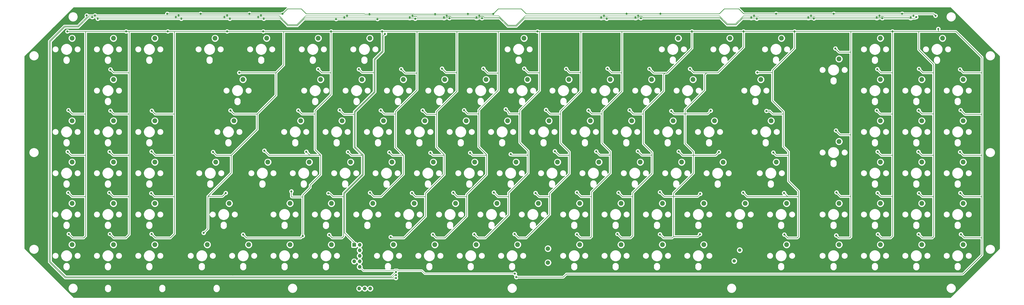
<source format=gbr>
%TF.GenerationSoftware,KiCad,Pcbnew,(5.1.5)-3*%
%TF.CreationDate,2020-04-26T16:35:22-07:00*%
%TF.ProjectId,Keyboard,4b657962-6f61-4726-942e-6b696361645f,rev?*%
%TF.SameCoordinates,Original*%
%TF.FileFunction,Copper,L1,Top*%
%TF.FilePolarity,Positive*%
%FSLAX46Y46*%
G04 Gerber Fmt 4.6, Leading zero omitted, Abs format (unit mm)*
G04 Created by KiCad (PCBNEW (5.1.5)-3) date 2020-04-26 16:35:22*
%MOMM*%
%LPD*%
G04 APERTURE LIST*
%ADD10O,1.700000X1.700000*%
%ADD11R,1.700000X1.700000*%
%ADD12C,2.200000*%
%ADD13C,2.000000*%
%ADD14C,1.550000*%
%ADD15R,1.550000X1.550000*%
%ADD16C,1.000000*%
%ADD17C,0.254000*%
%ADD18C,0.152400*%
G04 APERTURE END LIST*
D10*
X83058000Y-160782000D03*
X85598000Y-160782000D03*
X88138000Y-160782000D03*
D11*
X90678000Y-160782000D03*
D12*
X10338530Y-47866530D03*
X16688530Y-45326530D03*
X34088530Y-47866530D03*
X40438530Y-45326530D03*
X57838530Y-47866530D03*
X64188530Y-45326530D03*
X81588530Y-47866530D03*
X87938530Y-45326530D03*
X23188530Y-66916530D03*
X29538530Y-64376530D03*
X58938529Y-66916530D03*
X65288529Y-64376530D03*
X77988529Y-66916530D03*
X84338529Y-64376530D03*
X18988530Y-85966529D03*
X25338530Y-83426529D03*
X49738529Y-85966529D03*
X56088529Y-83426529D03*
X68788529Y-85966529D03*
X75138529Y-83426529D03*
X87838529Y-85966529D03*
X94188529Y-83426529D03*
X10638529Y-105016530D03*
X16988529Y-102476530D03*
X34638530Y-105016530D03*
X40988530Y-102476530D03*
X53688529Y-105016530D03*
X60038529Y-102476530D03*
X72738530Y-105016530D03*
X79088530Y-102476530D03*
X91788530Y-105016530D03*
X98138530Y-102476530D03*
X16838529Y-124066530D03*
X23188529Y-121526530D03*
X44838529Y-124066530D03*
X51188529Y-121526530D03*
X63888529Y-124066530D03*
X70238529Y-121526530D03*
X82938529Y-124066530D03*
X89288529Y-121526530D03*
X6738529Y-143116530D03*
X13088529Y-140576530D03*
X25788529Y-143116530D03*
X32138529Y-140576530D03*
X44838529Y-143116530D03*
X51188529Y-140576530D03*
X63888529Y-143116530D03*
X70238529Y-140576530D03*
X-55511471Y-47866530D03*
X-49161471Y-45326530D03*
X-36461471Y-47866530D03*
X-30111471Y-45326530D03*
X-17411471Y-47866530D03*
X-11061471Y-45326530D03*
X-36461471Y-66916530D03*
X-30111471Y-64376530D03*
X-55511471Y-85966530D03*
X-49161471Y-83426530D03*
X-36461471Y-85966530D03*
X-30111471Y-83426530D03*
X-17411471Y-85966530D03*
X-11061471Y-83426530D03*
X-55511471Y-105016530D03*
X-49161471Y-102476530D03*
X-36461471Y-105016530D03*
X-30111471Y-102476530D03*
X-17411471Y-105016530D03*
X-11061471Y-102476530D03*
X-55511471Y-124066529D03*
X-49161471Y-121526529D03*
X-36461471Y-124066529D03*
X-30111471Y-121526529D03*
X-17411471Y-124066529D03*
X-11061471Y-121526529D03*
X-55511471Y-143116529D03*
X-49161471Y-140576529D03*
X-36461471Y-143116529D03*
X-30111471Y-140576529D03*
X-17411471Y-143116529D03*
X-11061471Y-140576529D03*
X223588529Y-47866530D03*
X229938529Y-45326530D03*
X247338529Y-47866530D03*
X253688529Y-45326530D03*
X271088528Y-47866530D03*
X277438528Y-45326530D03*
X211338530Y-66916530D03*
X217688530Y-64376530D03*
X230388530Y-66916530D03*
X236738530Y-64376530D03*
X261588529Y-66916530D03*
X267938529Y-64376530D03*
X221188529Y-85966529D03*
X227538529Y-83426529D03*
X240238530Y-85966529D03*
X246588530Y-83426529D03*
X266338530Y-85966529D03*
X272688530Y-83426529D03*
X225138529Y-105016530D03*
X231488529Y-102476530D03*
X244233529Y-105041529D03*
X250583529Y-102501529D03*
X268688528Y-105016530D03*
X275038528Y-102476530D03*
X216288529Y-124066530D03*
X222638529Y-121526530D03*
X235338529Y-124066530D03*
X241688529Y-121526530D03*
X254388530Y-124066530D03*
X260738530Y-121526530D03*
X273438529Y-124066530D03*
X279788529Y-121526530D03*
X197238529Y-143116530D03*
X203588529Y-140576530D03*
X216288529Y-143116530D03*
X222638529Y-140576530D03*
X235338529Y-143116530D03*
X241688529Y-140576530D03*
X273438529Y-143116530D03*
X279788529Y-140576530D03*
X316638529Y-47866530D03*
X322988529Y-45326530D03*
X345213529Y-47866530D03*
X351563529Y-45326530D03*
X297588529Y-57391530D03*
X303938529Y-54851530D03*
X316638529Y-66916530D03*
X322988529Y-64376530D03*
X335688470Y-66916472D03*
X342038470Y-64376472D03*
X354738529Y-66916530D03*
X361088529Y-64376530D03*
X316638529Y-85966530D03*
X322988529Y-83426530D03*
X335688529Y-85966530D03*
X342038529Y-83426530D03*
X354738529Y-85966530D03*
X361088529Y-83426530D03*
X297588529Y-95491530D03*
X303938529Y-92951530D03*
X316638529Y-105016530D03*
X322988529Y-102476530D03*
X335688470Y-105016472D03*
X342038470Y-102476472D03*
X354738529Y-105016530D03*
X361088529Y-102476530D03*
X297588529Y-124066530D03*
X303938529Y-121526530D03*
X316638529Y-124066530D03*
X322988529Y-121526530D03*
X335688529Y-124066530D03*
X342038529Y-121526530D03*
X354738529Y-124066530D03*
X361088529Y-121526530D03*
X297588529Y-143116530D03*
X303938529Y-140576530D03*
X316638529Y-143116530D03*
X322988529Y-140576530D03*
X335688470Y-143116472D03*
X342038470Y-140576472D03*
X354738529Y-143116530D03*
X361088529Y-140576530D03*
X158938530Y-45326530D03*
X152588530Y-47866530D03*
X97038529Y-66916530D03*
X103388529Y-64376530D03*
X116088529Y-66916530D03*
X122438529Y-64376530D03*
X135138529Y-66916530D03*
X141488529Y-64376530D03*
X154188529Y-66916530D03*
X160538529Y-64376530D03*
X173238529Y-66916530D03*
X179588529Y-64376530D03*
X192288529Y-66916530D03*
X198638529Y-64376530D03*
X106888529Y-85966529D03*
X113238529Y-83426529D03*
X125938529Y-85966529D03*
X132288529Y-83426529D03*
X144988530Y-85966529D03*
X151338530Y-83426529D03*
X164038529Y-85966529D03*
X170388529Y-83426529D03*
X183088529Y-85966529D03*
X189438529Y-83426529D03*
X202138529Y-85966529D03*
X208488529Y-83426529D03*
X110838529Y-105016530D03*
X117188529Y-102476530D03*
X129888529Y-105016530D03*
X136238529Y-102476530D03*
X148938529Y-105016530D03*
X155288529Y-102476530D03*
X167988529Y-105016530D03*
X174338529Y-102476530D03*
X187038529Y-105016530D03*
X193388529Y-102476530D03*
X206088530Y-105016530D03*
X212438530Y-102476530D03*
X101988529Y-124066530D03*
X108338529Y-121526530D03*
X121038529Y-124066530D03*
X127388529Y-121526530D03*
X140088530Y-124066530D03*
X146438530Y-121526530D03*
X159138529Y-124066530D03*
X165488529Y-121526530D03*
X178188529Y-124066530D03*
X184538529Y-121526530D03*
X197238529Y-124066530D03*
X203588529Y-121526530D03*
X92463529Y-143116530D03*
X98813529Y-140576530D03*
X111513529Y-143116530D03*
X117863529Y-140576530D03*
X130563529Y-143116530D03*
X136913529Y-140576530D03*
X149613530Y-143116530D03*
X155963530Y-140576530D03*
X178188529Y-143116530D03*
X184538529Y-140576530D03*
D13*
X169926000Y-148867000D03*
X165426000Y-148867000D03*
X169926000Y-142367000D03*
X165426000Y-142367000D03*
D14*
X258205600Y-143082000D03*
D15*
X260705600Y-148082000D03*
D14*
X255705600Y-148082000D03*
D10*
X83248500Y-150812500D03*
X80708500Y-150812500D03*
X83248500Y-148272500D03*
X80708500Y-148272500D03*
X83248500Y-145732500D03*
X80708500Y-145732500D03*
X83248500Y-143192500D03*
X80708500Y-143192500D03*
X83248500Y-140652500D03*
D11*
X80708500Y-140652500D03*
D16*
X104902000Y-156464000D03*
X96473000Y-44149000D03*
X24892000Y-154305000D03*
X259207000Y-155829000D03*
X255778000Y-151765000D03*
X172085000Y-156972000D03*
X172085000Y-154051000D03*
X-21717000Y-157099000D03*
X-21717000Y-154178000D03*
X336169000Y-43815000D03*
X336169000Y-40640000D03*
X296164000Y-43942000D03*
X296164000Y-40640000D03*
X241046000Y-40005000D03*
X241046000Y-44196000D03*
X311150000Y-43815000D03*
X311150000Y-40386000D03*
X271780000Y-40767000D03*
X268986000Y-43815000D03*
X208153000Y-44323000D03*
X207645000Y-40640000D03*
X191389000Y-40513000D03*
X191389000Y-43942000D03*
X170815000Y-40513000D03*
X170815000Y-43815000D03*
X149606000Y-40767000D03*
X150749000Y-43561000D03*
X135509000Y-40640000D03*
X137795000Y-43561000D03*
X121031000Y-40640000D03*
X121031000Y-43688000D03*
X96473000Y-39798000D03*
X72771000Y-43942000D03*
X72771000Y-40386000D03*
X56261000Y-40513000D03*
X56261000Y-43561000D03*
X30734000Y-40386000D03*
X30734000Y-43815000D03*
X-22479000Y-40513000D03*
X-21082000Y-43815000D03*
X-35179000Y-40640000D03*
X47752000Y-34036000D03*
X32512000Y-34036000D03*
X10033000Y-34036000D03*
X-5334000Y-34036000D03*
X87757000Y-34163000D03*
X117983000Y-34163000D03*
X133078599Y-34145599D03*
X144762599Y-34145599D03*
X206121000Y-34036000D03*
X221742000Y-34036000D03*
X274955000Y-34036000D03*
X301498000Y-34036000D03*
X332994000Y-34036000D03*
X348361000Y-34925000D03*
X94869000Y-43307000D03*
X154686000Y-153924000D03*
X-39878000Y-35560000D03*
X99949000Y-153162000D03*
X-1397000Y-35560000D03*
X20955000Y-35560000D03*
X36576000Y-35560000D03*
X106299000Y-35687000D03*
X122047000Y-35687000D03*
X137033000Y-35687000D03*
X76200000Y-35687000D03*
X194437000Y-35687000D03*
X210185000Y-35687000D03*
X263525000Y-35687000D03*
X289814000Y-35687000D03*
X321310000Y-35687000D03*
X336931000Y-35687000D03*
X99949000Y-155956000D03*
X-42418000Y-34798000D03*
X-38608000Y-34798000D03*
X99949000Y-154559000D03*
X-127000Y-34798000D03*
X22225000Y-34798000D03*
X37846000Y-34798000D03*
X107569000Y-34925000D03*
X123317000Y-34925000D03*
X138303000Y-34925000D03*
X77470000Y-34925000D03*
X195707000Y-34925000D03*
X211455000Y-34925000D03*
X264795000Y-34925000D03*
X291084000Y-34925000D03*
X322580000Y-34925000D03*
X338201000Y-34925000D03*
X91440000Y-36449000D03*
X-37338000Y-36322000D03*
X1143000Y-36322000D03*
X23495000Y-36322000D03*
X39116000Y-36322000D03*
X72390000Y-36449000D03*
X108839000Y-36322000D03*
X124587000Y-36068000D03*
X139573000Y-36068000D03*
X196977000Y-36322000D03*
X212725000Y-36068000D03*
X266065000Y-36322000D03*
X292354000Y-36195000D03*
X323850000Y-36068000D03*
X339471000Y-35560000D03*
X155364000Y-155532000D03*
X-51308000Y-42164000D03*
X-50800000Y-78486000D03*
X-51181000Y-97663000D03*
X-50927000Y-116586000D03*
X-50673000Y-135636000D03*
X-31750000Y-135636000D03*
X-32004000Y-116586000D03*
X-31877000Y-97663000D03*
X-31496000Y-78740000D03*
X-31496000Y-59690000D03*
X-24257000Y-42164000D03*
X-5080000Y-42164000D03*
X-12446000Y-78740000D03*
X-12573000Y-97536000D03*
X-12700000Y-116840000D03*
X-12573000Y-135636000D03*
X22225000Y-42164000D03*
X38862000Y-42164000D03*
X70104000Y-42164000D03*
X93599000Y-42164000D03*
X165100000Y-42164000D03*
X236220000Y-42164000D03*
X259969000Y-42164000D03*
X283464000Y-42164000D03*
X328549000Y-42164000D03*
X349631000Y-41021000D03*
X64135000Y-59563000D03*
X54991000Y-78613000D03*
X58674000Y-97663000D03*
X51816000Y-115951000D03*
X57023000Y-136525000D03*
X29591000Y-135890000D03*
X82867500Y-59626500D03*
X74041000Y-78486000D03*
X77851000Y-97790000D03*
X68834000Y-116840000D03*
X69215000Y-136017000D03*
X88011000Y-116586000D03*
X102362000Y-59563000D03*
X92964000Y-78613000D03*
X96901000Y-97917000D03*
X121158000Y-59309000D03*
X112268000Y-78613000D03*
X115824000Y-98171000D03*
X107315000Y-116713000D03*
X97536000Y-137033000D03*
X39370000Y-97155000D03*
X140208000Y-59309000D03*
X131318000Y-78486000D03*
X134112000Y-98171000D03*
X126365000Y-116586000D03*
X116967000Y-135890000D03*
X136017000Y-135763000D03*
X159004000Y-59309000D03*
X150495000Y-78105000D03*
X152781000Y-98806000D03*
X145034000Y-116459000D03*
X154559000Y-135636000D03*
X178308000Y-59436000D03*
X169037000Y-78359000D03*
X173101000Y-97409000D03*
X164211000Y-116713000D03*
X197358000Y-59309000D03*
X188595000Y-78613000D03*
X192151000Y-97536000D03*
X183261000Y-116459000D03*
X183261000Y-135763000D03*
X216662000Y-59436000D03*
X207518000Y-78486000D03*
X211328000Y-97409000D03*
X202438000Y-116586000D03*
X201930000Y-135636000D03*
X221488000Y-135763000D03*
X235331000Y-59436000D03*
X226695000Y-78867000D03*
X230124000Y-97536000D03*
X221488000Y-116332000D03*
X239903000Y-135763000D03*
X240030000Y-117094000D03*
X248666000Y-97790000D03*
X244856000Y-78740000D03*
X266319000Y-61087000D03*
X270510000Y-78867000D03*
X273685000Y-98044000D03*
X278638000Y-116713000D03*
X259842000Y-116586000D03*
X278765000Y-135890000D03*
X360045000Y-135763000D03*
X359791000Y-116713000D03*
X359664000Y-97790000D03*
X359918000Y-78486000D03*
X359664000Y-59690000D03*
X340741000Y-59436000D03*
X340614000Y-78613000D03*
X340487000Y-97663000D03*
X340741000Y-116840000D03*
X340614000Y-135763000D03*
X321818000Y-135763000D03*
X321564000Y-59563000D03*
X321310000Y-78613000D03*
X321691000Y-97663000D03*
X321691000Y-116713000D03*
X302641000Y-136271000D03*
X302768000Y-116459000D03*
X302514000Y-87884000D03*
X302260000Y-50038000D03*
X11430000Y-135128000D03*
X21590000Y-116713000D03*
X15748000Y-97790000D03*
X23749000Y-78613000D03*
X27813000Y-61214000D03*
D17*
X-501113Y-34018599D02*
X617599Y-34018599D01*
X-5334000Y-34036000D02*
X-518514Y-34036000D01*
X-518514Y-34036000D02*
X-501113Y-34018599D01*
X635000Y-34036000D02*
X10033000Y-34036000D01*
X617599Y-34018599D02*
X635000Y-34036000D01*
X10757507Y-34018599D02*
X23477599Y-34018599D01*
X10033000Y-34036000D02*
X10740106Y-34036000D01*
X10740106Y-34036000D02*
X10757507Y-34018599D01*
X23495000Y-34036000D02*
X32512000Y-34036000D01*
X23477599Y-34018599D02*
X23495000Y-34036000D01*
X33236507Y-34018599D02*
X39733599Y-34018599D01*
X32512000Y-34036000D02*
X33219106Y-34036000D01*
X33219106Y-34036000D02*
X33236507Y-34018599D01*
X39751000Y-34036000D02*
X47752000Y-34036000D01*
X39733599Y-34018599D02*
X39751000Y-34036000D01*
X50038000Y-31750000D02*
X56388000Y-31750000D01*
X58674000Y-34036000D02*
X85471000Y-34036000D01*
X85598000Y-34163000D02*
X87757000Y-34163000D01*
X47752000Y-34036000D02*
X50038000Y-31750000D01*
X85471000Y-34036000D02*
X85598000Y-34163000D01*
X56388000Y-31750000D02*
X58674000Y-34036000D01*
X87757000Y-34163000D02*
X88464106Y-34163000D01*
X88481507Y-34145599D02*
X108186599Y-34145599D01*
X88464106Y-34163000D02*
X88481507Y-34145599D01*
X108186599Y-34145599D02*
X108204000Y-34163000D01*
X108204000Y-34163000D02*
X117983000Y-34163000D01*
X117983000Y-34163000D02*
X117983000Y-34163000D01*
X117983000Y-34163000D02*
X118690106Y-34163000D01*
X122942887Y-34145599D02*
X133078599Y-34145599D01*
X118690106Y-34163000D02*
X122925486Y-34163000D01*
X122925486Y-34163000D02*
X122942887Y-34145599D01*
X133078599Y-34145599D02*
X133078599Y-34145599D01*
X133078599Y-34145599D02*
X144762599Y-34145599D01*
X144762599Y-34145599D02*
X144762599Y-34145599D01*
X145262598Y-33645600D02*
X145262598Y-33553402D01*
X144762599Y-34145599D02*
X145262598Y-33645600D01*
X145262598Y-33553402D02*
X147066000Y-31750000D01*
X147066000Y-31750000D02*
X157607000Y-31750000D01*
X157607000Y-31750000D02*
X159893000Y-34036000D01*
X159893000Y-34036000D02*
X167767000Y-34036000D01*
X167767000Y-34036000D02*
X202184000Y-34036000D01*
X202184000Y-34036000D02*
X206121000Y-34036000D01*
X206121000Y-34036000D02*
X206121000Y-34036000D01*
X206121000Y-34036000D02*
X206828106Y-34036000D01*
X206828106Y-34036000D02*
X221742000Y-34036000D01*
X221742000Y-34036000D02*
X221742000Y-34036000D01*
X221742000Y-34036000D02*
X248793000Y-34036000D01*
X248793000Y-34036000D02*
X251079000Y-31750000D01*
X251079000Y-31750000D02*
X256921000Y-31750000D01*
X256921000Y-31750000D02*
X257810000Y-31750000D01*
X257810000Y-31750000D02*
X260096000Y-34036000D01*
X260096000Y-34036000D02*
X263652000Y-34036000D01*
X263652000Y-34036000D02*
X274955000Y-34036000D01*
X274955000Y-34036000D02*
X274955000Y-34036000D01*
X274955000Y-34036000D02*
X275662106Y-34036000D01*
X275662106Y-34036000D02*
X301498000Y-34036000D01*
X301498000Y-34036000D02*
X301498000Y-34036000D01*
X301498000Y-34036000D02*
X302205106Y-34036000D01*
X302205106Y-34036000D02*
X332994000Y-34036000D01*
X332994000Y-34036000D02*
X332994000Y-34036000D01*
X332994000Y-34036000D02*
X333701106Y-34036000D01*
X333701106Y-34036000D02*
X347472000Y-34036000D01*
X347472000Y-34036000D02*
X348361000Y-34925000D01*
X348361000Y-34925000D02*
X348361000Y-34925000D01*
X80708500Y-139548500D02*
X77978000Y-136818000D01*
X80708500Y-140652500D02*
X80708500Y-139548500D01*
X77978000Y-136818000D02*
X77978000Y-136779000D01*
X77978000Y-136779000D02*
X76225410Y-135026410D01*
X76225410Y-135026410D02*
X76225410Y-116881340D01*
X76225410Y-116881340D02*
X84861410Y-108245340D01*
X84861410Y-108245340D02*
X84861409Y-99145659D01*
X84861409Y-99145659D02*
X81178410Y-95462660D01*
X81178410Y-95462660D02*
X81178410Y-79289340D01*
X81178410Y-79289340D02*
X90322410Y-70145340D01*
X90322410Y-70145340D02*
X90322410Y-55159340D01*
X90322410Y-55159340D02*
X94005410Y-51476340D01*
X94005410Y-51476340D02*
X94005410Y-44170590D01*
X94005410Y-44170590D02*
X94869000Y-43307000D01*
X94869000Y-43307000D02*
X94869000Y-43307000D01*
D18*
X113284000Y-153924000D02*
X154686000Y-153924000D01*
X111887000Y-152527000D02*
X113284000Y-153924000D01*
X100965000Y-152527000D02*
X111887000Y-152527000D01*
X84963000Y-152527000D02*
X99060000Y-152527000D01*
X83248500Y-150812500D02*
X84963000Y-152527000D01*
X99060000Y-152527000D02*
X99441000Y-152146000D01*
X100584000Y-152146000D02*
X100965000Y-152527000D01*
X99441000Y-152146000D02*
X100584000Y-152146000D01*
X-39878000Y-35560000D02*
X-39170894Y-35560000D01*
X-39170894Y-35560000D02*
X-1397000Y-35560000D01*
X-1397000Y-35560000D02*
X20955000Y-35560000D01*
X20955000Y-35560000D02*
X36576000Y-35560000D01*
X36576000Y-35560000D02*
X36576000Y-35560000D01*
X36576000Y-35560000D02*
X46431934Y-35560000D01*
X46431934Y-35560000D02*
X50165744Y-39293810D01*
X50165744Y-39293810D02*
X54482257Y-39293809D01*
X54482257Y-39293809D02*
X55905033Y-37871033D01*
X55905033Y-37871033D02*
X57175033Y-36601033D01*
X57175033Y-36601033D02*
X58064033Y-35712033D01*
X58064033Y-35712033D02*
X58089066Y-35687000D01*
X58089066Y-35687000D02*
X59563000Y-35687000D01*
X59563000Y-35687000D02*
X76200000Y-35687000D01*
X137033000Y-35687000D02*
X137033000Y-35687000D01*
X76200000Y-35687000D02*
X106299000Y-35687000D01*
X336931000Y-35687000D02*
X336931000Y-35687000D01*
X109728000Y-35687000D02*
X122047000Y-35687000D01*
X109347000Y-35306000D02*
X109728000Y-35687000D01*
X108331000Y-35306000D02*
X109347000Y-35306000D01*
X106299000Y-35687000D02*
X107950000Y-35687000D01*
X107950000Y-35687000D02*
X108331000Y-35306000D01*
X123698000Y-35687000D02*
X124155190Y-35229810D01*
X122047000Y-35687000D02*
X123698000Y-35687000D01*
X125857000Y-35687000D02*
X137033000Y-35687000D01*
X124155190Y-35229810D02*
X125018810Y-35229810D01*
X125476000Y-35687000D02*
X125857000Y-35687000D01*
X125018810Y-35229810D02*
X125476000Y-35687000D01*
X159181066Y-35687000D02*
X160528000Y-35687000D01*
X160528000Y-35687000D02*
X194437000Y-35687000D01*
X155320257Y-39547809D02*
X159181066Y-35687000D01*
X138607810Y-35687000D02*
X139065000Y-35229810D01*
X147650934Y-35687000D02*
X151511744Y-39547810D01*
X137033000Y-35687000D02*
X138607810Y-35687000D01*
X151511744Y-39547810D02*
X155320257Y-39547809D01*
X140131810Y-35229810D02*
X140589000Y-35687000D01*
X139065000Y-35229810D02*
X140131810Y-35229810D01*
X140589000Y-35687000D02*
X147650934Y-35687000D01*
X194437000Y-35687000D02*
X196215000Y-35687000D01*
X196215000Y-35687000D02*
X196342000Y-35560000D01*
X196342000Y-35560000D02*
X197485000Y-35560000D01*
X197485000Y-35560000D02*
X197612000Y-35687000D01*
X197612000Y-35687000D02*
X199644000Y-35687000D01*
X199644000Y-35687000D02*
X210185000Y-35687000D01*
X261366000Y-35687000D02*
X263525000Y-35687000D01*
X259638066Y-35687000D02*
X261366000Y-35687000D01*
X252476744Y-38912810D02*
X256412257Y-38912809D01*
X249250934Y-35687000D02*
X252476744Y-38912810D01*
X211759810Y-35687000D02*
X212217000Y-35229810D01*
X256412257Y-38912809D02*
X259638066Y-35687000D01*
X213614000Y-35687000D02*
X249250934Y-35687000D01*
X210185000Y-35687000D02*
X211759810Y-35687000D01*
X212217000Y-35229810D02*
X213156810Y-35229810D01*
X213156810Y-35229810D02*
X213614000Y-35687000D01*
X267081000Y-35687000D02*
X289814000Y-35687000D01*
X266954000Y-35560000D02*
X267081000Y-35687000D01*
X265303000Y-35560000D02*
X266954000Y-35560000D01*
X263525000Y-35687000D02*
X265176000Y-35687000D01*
X265176000Y-35687000D02*
X265303000Y-35560000D01*
X289814000Y-35687000D02*
X291355411Y-35687000D01*
X291355411Y-35687000D02*
X291400330Y-35687000D01*
X292004271Y-35466399D02*
X292703729Y-35466399D01*
X291355411Y-35687000D02*
X291783670Y-35687000D01*
X291783670Y-35687000D02*
X292004271Y-35466399D01*
X292703729Y-35466399D02*
X292924330Y-35687000D01*
X292924330Y-35687000D02*
X295148000Y-35687000D01*
X295148000Y-35687000D02*
X321310000Y-35687000D01*
X323500271Y-35339399D02*
X324264399Y-35339399D01*
X321310000Y-35687000D02*
X323152670Y-35687000D01*
X323152670Y-35687000D02*
X323500271Y-35339399D01*
X324264399Y-35339399D02*
X324612000Y-35687000D01*
X324612000Y-35687000D02*
X326009000Y-35687000D01*
X326009000Y-35687000D02*
X336931000Y-35687000D01*
X-41555868Y-35560000D02*
X-39878000Y-35560000D01*
X-46229486Y-40233618D02*
X-41555868Y-35560000D01*
X-52452486Y-40233618D02*
X-46229486Y-40233618D01*
X-59080380Y-148337488D02*
X-59080380Y-46861512D01*
X99949000Y-153162000D02*
X97764620Y-155346380D01*
X-59080380Y-46861512D02*
X-52452486Y-40233618D01*
X97764620Y-155346380D02*
X-52071488Y-155346380D01*
X-52071488Y-155346380D02*
X-59080380Y-148337488D01*
X-52324000Y-155956000D02*
X-59690000Y-148590000D01*
X-46482000Y-39624000D02*
X-42418000Y-35560000D01*
X99949000Y-155956000D02*
X-52324000Y-155956000D01*
X-59690000Y-148590000D02*
X-59690000Y-46609000D01*
X-59690000Y-46609000D02*
X-52705000Y-39624000D01*
X-52705000Y-39624000D02*
X-46482000Y-39624000D01*
X-42418000Y-35560000D02*
X-42418000Y-34798000D01*
X-38608000Y-34798000D02*
X-37900894Y-34798000D01*
X-37900894Y-34798000D02*
X-127000Y-34798000D01*
X-127000Y-34798000D02*
X22225000Y-34798000D01*
X22225000Y-34798000D02*
X37846000Y-34798000D01*
X37846000Y-34798000D02*
X37846000Y-34798000D01*
X37846000Y-34798000D02*
X46101000Y-34798000D01*
X46101000Y-34798000D02*
X50292000Y-38989000D01*
X50292000Y-38989000D02*
X54356000Y-38989000D01*
X58420000Y-34925000D02*
X59563000Y-34925000D01*
X54356000Y-38989000D02*
X58420000Y-34925000D01*
X59563000Y-34925000D02*
X77470000Y-34925000D01*
X107569000Y-34925000D02*
X123317000Y-34925000D01*
X123317000Y-34925000D02*
X138303000Y-34925000D01*
X138303000Y-34925000D02*
X138303000Y-34925000D01*
X77470000Y-34925000D02*
X107569000Y-34925000D01*
X138303000Y-34925000D02*
X147320000Y-34925000D01*
X147320000Y-34925000D02*
X151638000Y-39243000D01*
X151638000Y-39243000D02*
X155194000Y-39243000D01*
X155194000Y-39243000D02*
X159512000Y-34925000D01*
X159512000Y-34925000D02*
X160528000Y-34925000D01*
X160528000Y-34925000D02*
X195707000Y-34925000D01*
X248920000Y-34925000D02*
X252603000Y-38608000D01*
X252603000Y-38608000D02*
X256286000Y-38608000D01*
X195707000Y-34925000D02*
X211455000Y-34925000D01*
X211455000Y-34925000D02*
X248920000Y-34925000D01*
X256286000Y-38608000D02*
X259969000Y-34925000D01*
X259969000Y-34925000D02*
X262382000Y-34925000D01*
X262382000Y-34925000D02*
X264795000Y-34925000D01*
X264795000Y-34925000D02*
X291084000Y-34925000D01*
X291084000Y-34925000D02*
X322580000Y-34925000D01*
X322580000Y-34925000D02*
X338201000Y-34925000D01*
X338201000Y-34925000D02*
X338201000Y-34925000D01*
X-46355743Y-39928809D02*
X-41224934Y-34798000D01*
X-52578744Y-39928810D02*
X-46355743Y-39928809D01*
X-59385190Y-46735256D02*
X-52578744Y-39928810D01*
X-41224934Y-34798000D02*
X-38608000Y-34798000D01*
X99495894Y-154559000D02*
X98403704Y-155651190D01*
X99949000Y-154559000D02*
X99495894Y-154559000D01*
X-59385190Y-148463744D02*
X-59385190Y-46735256D01*
X-52197744Y-155651190D02*
X-59385190Y-148463744D01*
X98403704Y-155651190D02*
X-52197744Y-155651190D01*
X91440000Y-36449000D02*
X72390000Y-36449000D01*
X57758132Y-36449000D02*
X54608512Y-39598618D01*
X54608512Y-39598618D02*
X50012618Y-39598618D01*
X50012618Y-39598618D02*
X50012618Y-39571750D01*
X50012618Y-39571750D02*
X46762868Y-36322000D01*
X46762868Y-36322000D02*
X39116000Y-36322000D01*
X-37338000Y-36322000D02*
X-37338000Y-36322000D01*
X1143000Y-36322000D02*
X-37338000Y-36322000D01*
X23495000Y-36322000D02*
X1143000Y-36322000D01*
X39116000Y-36322000D02*
X23495000Y-36322000D01*
X72390000Y-36449000D02*
X57758132Y-36449000D01*
X105791000Y-36322000D02*
X105884601Y-36415601D01*
X91821000Y-36322000D02*
X105791000Y-36322000D01*
X121603670Y-36322000D02*
X121697271Y-36415601D01*
X91694000Y-36449000D02*
X91821000Y-36322000D01*
X105884601Y-36415601D02*
X106648729Y-36415601D01*
X106648729Y-36415601D02*
X106742330Y-36322000D01*
X106742330Y-36322000D02*
X108839000Y-36322000D01*
X121697271Y-36415601D02*
X122396729Y-36415601D01*
X91440000Y-36449000D02*
X91694000Y-36449000D01*
X122396729Y-36415601D02*
X122490330Y-36322000D01*
X108839000Y-36322000D02*
X121603670Y-36322000D01*
X122490330Y-36322000D02*
X122713165Y-36099165D01*
X122713165Y-36099165D02*
X122744330Y-36068000D01*
X122744330Y-36068000D02*
X124587000Y-36068000D01*
X124587000Y-36068000D02*
X124587000Y-36068000D01*
X136335670Y-36068000D02*
X136683271Y-36415601D01*
X137447399Y-36415601D02*
X137795000Y-36068000D01*
X124587000Y-36068000D02*
X136335670Y-36068000D01*
X136683271Y-36415601D02*
X137447399Y-36415601D01*
X137795000Y-36068000D02*
X139446000Y-36068000D01*
X139446000Y-36068000D02*
X139573000Y-36068000D01*
X139573000Y-36068000D02*
X139573000Y-36068000D01*
X210599399Y-36415601D02*
X210693000Y-36322000D01*
X209835271Y-36415601D02*
X210599399Y-36415601D01*
X155446514Y-39852618D02*
X158850132Y-36449000D01*
X151385489Y-39852619D02*
X155446514Y-39852618D01*
X158877000Y-36449000D02*
X159004000Y-36322000D01*
X139573000Y-36068000D02*
X147600868Y-36068000D01*
X194087271Y-36415601D02*
X194851399Y-36415601D01*
X158850132Y-36449000D02*
X158877000Y-36449000D01*
X147600868Y-36068000D02*
X151385489Y-39852619D01*
X159004000Y-36322000D02*
X193993670Y-36322000D01*
X193993670Y-36322000D02*
X194087271Y-36415601D01*
X209741670Y-36322000D02*
X209835271Y-36415601D01*
X194851399Y-36415601D02*
X194945000Y-36322000D01*
X194945000Y-36322000D02*
X196977000Y-36322000D01*
X196977000Y-36322000D02*
X209741670Y-36322000D01*
X210693000Y-36322000D02*
X210820000Y-36195000D01*
X210820000Y-36195000D02*
X210947000Y-36068000D01*
X210947000Y-36068000D02*
X211201000Y-36068000D01*
X211201000Y-36068000D02*
X212725000Y-36068000D01*
X212725000Y-36068000D02*
X212725000Y-36068000D01*
X256538512Y-39217620D02*
X259307132Y-36449000D01*
X252350488Y-39217620D02*
X256538512Y-39217620D01*
X212725000Y-36068000D02*
X249200868Y-36068000D01*
X249200868Y-36068000D02*
X252350488Y-39217620D01*
X259307132Y-36449000D02*
X259384066Y-36372066D01*
X259384066Y-36372066D02*
X259434132Y-36322000D01*
X263175271Y-36415601D02*
X263874729Y-36415601D01*
X259434132Y-36322000D02*
X263081670Y-36322000D01*
X263081670Y-36322000D02*
X263175271Y-36415601D01*
X263874729Y-36415601D02*
X263968330Y-36322000D01*
X263968330Y-36322000D02*
X266065000Y-36322000D01*
X266065000Y-36322000D02*
X266065000Y-36322000D01*
X266065000Y-36322000D02*
X280035000Y-36322000D01*
X289370670Y-36322000D02*
X289464271Y-36415601D01*
X280035000Y-36322000D02*
X289370670Y-36322000D01*
X289464271Y-36415601D02*
X290101399Y-36415601D01*
X290163729Y-36415601D02*
X290384330Y-36195000D01*
X290101399Y-36415601D02*
X290163729Y-36415601D01*
X290384330Y-36195000D02*
X292354000Y-36195000D01*
X292354000Y-36195000D02*
X292354000Y-36195000D01*
X292354000Y-36195000D02*
X298323000Y-36195000D01*
X298323000Y-36195000D02*
X312674000Y-36195000D01*
X320960271Y-36415601D02*
X321659729Y-36415601D01*
X312674000Y-36195000D02*
X320739670Y-36195000D01*
X320739670Y-36195000D02*
X320960271Y-36415601D01*
X321659729Y-36415601D02*
X321849165Y-36226165D01*
X321849165Y-36226165D02*
X321976165Y-36099165D01*
X321976165Y-36099165D02*
X322007330Y-36068000D01*
X322007330Y-36068000D02*
X323850000Y-36068000D01*
X323850000Y-36068000D02*
X323850000Y-36068000D01*
X323850000Y-36068000D02*
X329311000Y-36068000D01*
X337280729Y-36415601D02*
X337566000Y-36130330D01*
X336581271Y-36415601D02*
X337280729Y-36415601D01*
X329311000Y-36068000D02*
X336233670Y-36068000D01*
X336233670Y-36068000D02*
X336581271Y-36415601D01*
X337566000Y-36130330D02*
X338900670Y-36130330D01*
X338900670Y-36130330D02*
X339471000Y-35560000D01*
X339471000Y-35560000D02*
X339471000Y-35560000D01*
D17*
X155364000Y-155532000D02*
X176954000Y-155532000D01*
X176954000Y-155532000D02*
X178435000Y-154051000D01*
X178435000Y-154051000D02*
X357121996Y-154051000D01*
X357121996Y-154051000D02*
X360934000Y-154051000D01*
X360934000Y-154051000D02*
X369697000Y-145288000D01*
X369697000Y-54102000D02*
X357759000Y-42164000D01*
X-48641000Y-42164000D02*
X-51308000Y-42164000D01*
X-42926000Y-42164000D02*
X-48641000Y-42164000D01*
X-42926000Y-136525000D02*
X-43815000Y-137414000D01*
X-43815000Y-137414000D02*
X-48895000Y-137414000D01*
X-48895000Y-137414000D02*
X-50673000Y-135636000D01*
X-42926000Y-118364000D02*
X-49149000Y-118364000D01*
X-42926000Y-118364000D02*
X-42926000Y-136525000D01*
X-49149000Y-118364000D02*
X-50927000Y-116586000D01*
X-42926000Y-99314000D02*
X-49530000Y-99314000D01*
X-42926000Y-99314000D02*
X-42926000Y-118364000D01*
X-49530000Y-99314000D02*
X-51181000Y-97663000D01*
X-42926000Y-80264000D02*
X-49022000Y-80264000D01*
X-42926000Y-80264000D02*
X-42926000Y-99314000D01*
X-42926000Y-42164000D02*
X-42926000Y-80264000D01*
X-49022000Y-80264000D02*
X-50800000Y-78486000D01*
X-22860000Y-42164000D02*
X-24257000Y-42164000D01*
X-22860000Y-135890000D02*
X-24384000Y-137414000D01*
X-24384000Y-137414000D02*
X-29972000Y-137414000D01*
X-29972000Y-137414000D02*
X-31750000Y-135636000D01*
X-22860000Y-118364000D02*
X-29337000Y-118364000D01*
X-22860000Y-118364000D02*
X-22860000Y-135890000D01*
X-29337000Y-118364000D02*
X-30226000Y-118364000D01*
X-30226000Y-118364000D02*
X-32004000Y-116586000D01*
X-22860000Y-99314000D02*
X-22860000Y-118364000D01*
X-22860000Y-99314000D02*
X-29337000Y-99314000D01*
X-29337000Y-99314000D02*
X-30226000Y-99314000D01*
X-30226000Y-99314000D02*
X-31877000Y-97663000D01*
X-22860000Y-80264000D02*
X-29464000Y-80264000D01*
X-22860000Y-80264000D02*
X-22860000Y-99314000D01*
X-29464000Y-80264000D02*
X-29972000Y-80264000D01*
X-29972000Y-80264000D02*
X-31496000Y-78740000D01*
X-22860000Y-61214000D02*
X-29464000Y-61214000D01*
X-22860000Y-61214000D02*
X-22860000Y-80264000D01*
X-22860000Y-42164000D02*
X-22860000Y-61214000D01*
X-29464000Y-61214000D02*
X-29972000Y-61214000D01*
X-29972000Y-61214000D02*
X-31496000Y-59690000D01*
X-2032000Y-42164000D02*
X-5080000Y-42164000D01*
X-2032000Y-135509000D02*
X-3937000Y-137414000D01*
X-3937000Y-137414000D02*
X-10795000Y-137414000D01*
X-10795000Y-137414000D02*
X-12573000Y-135636000D01*
X-2032000Y-118364000D02*
X-2032000Y-135509000D01*
X-2032000Y-118364000D02*
X-10414000Y-118364000D01*
X-10414000Y-118364000D02*
X-11176000Y-118364000D01*
X-11176000Y-118364000D02*
X-12700000Y-116840000D01*
X-2032000Y-99314000D02*
X-10287000Y-99314000D01*
X-2032000Y-99314000D02*
X-2032000Y-118364000D01*
X-10287000Y-99314000D02*
X-10795000Y-99314000D01*
X-10795000Y-99314000D02*
X-12573000Y-97536000D01*
X-2032000Y-80264000D02*
X-2032000Y-99314000D01*
X-2032000Y-80264000D02*
X-10414000Y-80264000D01*
X-2032000Y-42164000D02*
X-2032000Y-80264000D01*
X-10414000Y-80264000D02*
X-10922000Y-80264000D01*
X-10922000Y-80264000D02*
X-12446000Y-78740000D01*
X48260000Y-42164000D02*
X48260000Y-57658000D01*
X48260000Y-42164000D02*
X38862000Y-42164000D01*
X48260000Y-57658000D02*
X44704000Y-61214000D01*
X44704000Y-61214000D02*
X27813000Y-61214000D01*
X44704000Y-61214000D02*
X44704000Y-71628000D01*
X44704000Y-71628000D02*
X36068000Y-80264000D01*
X36068000Y-80264000D02*
X25400000Y-80264000D01*
X25400000Y-80264000D02*
X23749000Y-78613000D01*
X36068000Y-80264000D02*
X36068000Y-87376000D01*
X36068000Y-87376000D02*
X24130000Y-99314000D01*
X24130000Y-99314000D02*
X17272000Y-99314000D01*
X17272000Y-99314000D02*
X15748000Y-97790000D01*
X24130000Y-99314000D02*
X24130000Y-107442000D01*
X24130000Y-107442000D02*
X13335000Y-118237000D01*
X13335000Y-118237000D02*
X13335000Y-133223000D01*
X13335000Y-133223000D02*
X11430000Y-135128000D01*
X-51308000Y-42164000D02*
X-51308000Y-42164000D01*
X-50800000Y-78486000D02*
X-50800000Y-78486000D01*
X-51181000Y-97663000D02*
X-51181000Y-97663000D01*
X-50927000Y-116586000D02*
X-50927000Y-116586000D01*
X-50673000Y-135636000D02*
X-50673000Y-135636000D01*
X-31750000Y-135636000D02*
X-31750000Y-135636000D01*
X-32004000Y-116586000D02*
X-32004000Y-116586000D01*
X-31877000Y-97663000D02*
X-31877000Y-97663000D01*
X-31496000Y-78740000D02*
X-31496000Y-78740000D01*
X-31496000Y-59690000D02*
X-31496000Y-59690000D01*
X-24257000Y-42164000D02*
X-42926000Y-42164000D01*
X-5080000Y-42164000D02*
X-22860000Y-42164000D01*
X-12446000Y-78740000D02*
X-12446000Y-78740000D01*
X-12573000Y-97536000D02*
X-12573000Y-97536000D01*
X-12700000Y-116840000D02*
X-12700000Y-116840000D01*
X-12573000Y-135636000D02*
X-12573000Y-135636000D01*
X22225000Y-42164000D02*
X-2032000Y-42164000D01*
X38862000Y-42164000D02*
X22225000Y-42164000D01*
X70104000Y-42164000D02*
X48260000Y-42164000D01*
X93599000Y-42164000D02*
X70104000Y-42164000D01*
X259969000Y-42164000D02*
X236220000Y-42164000D01*
X283464000Y-42164000D02*
X259969000Y-42164000D01*
X349631000Y-42164000D02*
X349631000Y-41021000D01*
X357759000Y-42164000D02*
X349631000Y-42164000D01*
X349631000Y-41021000D02*
X349631000Y-41021000D01*
X70104000Y-42164000D02*
X70104000Y-42871106D01*
X70104000Y-71247000D02*
X62738000Y-78613000D01*
X62738000Y-96774000D02*
X65278000Y-99314000D01*
X65278000Y-99314000D02*
X65278000Y-108204000D01*
X65278000Y-108204000D02*
X60452000Y-113030000D01*
X60452000Y-113030000D02*
X60452000Y-114173000D01*
X60452000Y-114173000D02*
X57023000Y-117602000D01*
X57023000Y-136525000D02*
X57023000Y-136525000D01*
X56134000Y-137414000D02*
X31115000Y-137414000D01*
X31115000Y-137414000D02*
X29591000Y-135890000D01*
X57023000Y-118491000D02*
X51943000Y-118491000D01*
X57023000Y-118491000D02*
X57023000Y-136525000D01*
X57023000Y-117602000D02*
X57023000Y-118491000D01*
X51943000Y-118491000D02*
X51816000Y-118364000D01*
X51816000Y-118364000D02*
X51816000Y-115951000D01*
X65278000Y-99314000D02*
X60706000Y-99314000D01*
X60706000Y-99314000D02*
X60325000Y-99314000D01*
X60325000Y-99314000D02*
X58674000Y-97663000D01*
X62738000Y-80264000D02*
X56769000Y-80264000D01*
X62738000Y-80264000D02*
X62738000Y-96774000D01*
X62738000Y-78613000D02*
X62738000Y-80264000D01*
X56769000Y-80264000D02*
X56642000Y-80264000D01*
X56642000Y-80264000D02*
X54991000Y-78613000D01*
X70104000Y-61214000D02*
X66040000Y-61214000D01*
X70104000Y-61214000D02*
X70104000Y-71247000D01*
X70104000Y-42871106D02*
X70104000Y-61214000D01*
X66040000Y-61214000D02*
X65786000Y-61214000D01*
X65786000Y-61214000D02*
X64135000Y-59563000D01*
X64135000Y-59563000D02*
X64135000Y-59563000D01*
X54991000Y-78613000D02*
X54991000Y-78613000D01*
X58674000Y-97663000D02*
X58674000Y-97663000D01*
X51816000Y-115951000D02*
X51816000Y-115951000D01*
X57023000Y-136525000D02*
X56134000Y-137414000D01*
X29591000Y-135890000D02*
X29591000Y-135890000D01*
X93599000Y-42164000D02*
X93599000Y-42871106D01*
X93599000Y-42871106D02*
X93599000Y-51308000D01*
X93599000Y-51308000D02*
X89916000Y-54991000D01*
X89916000Y-69977000D02*
X80772000Y-79121000D01*
X80772000Y-95631000D02*
X84455000Y-99314000D01*
X84455000Y-99314000D02*
X84455000Y-108077000D01*
X84455000Y-108077000D02*
X75819000Y-116713000D01*
X75819000Y-136652000D02*
X75057000Y-137414000D01*
X75057000Y-137414000D02*
X70612000Y-137414000D01*
X70612000Y-137414000D02*
X69215000Y-136017000D01*
X75819000Y-118364000D02*
X70993000Y-118364000D01*
X75819000Y-118364000D02*
X75819000Y-136652000D01*
X75819000Y-116713000D02*
X75819000Y-118364000D01*
X70993000Y-118364000D02*
X69469000Y-116840000D01*
X69469000Y-116840000D02*
X68834000Y-116840000D01*
X84455000Y-99314000D02*
X79883000Y-99314000D01*
X79883000Y-99314000D02*
X79375000Y-99314000D01*
X79375000Y-99314000D02*
X77851000Y-97790000D01*
X80772000Y-80391000D02*
X75946000Y-80391000D01*
X80772000Y-80391000D02*
X80772000Y-95631000D01*
X80772000Y-79121000D02*
X80772000Y-80391000D01*
X75946000Y-80391000D02*
X74041000Y-78486000D01*
X89916000Y-61087000D02*
X84963000Y-61087000D01*
X89916000Y-61087000D02*
X89916000Y-69977000D01*
X89916000Y-54991000D02*
X89916000Y-61087000D01*
X84963000Y-61087000D02*
X84328000Y-61087000D01*
X84328000Y-61087000D02*
X82867500Y-59626500D01*
X82867500Y-59626500D02*
X82804000Y-59563000D01*
X74041000Y-78486000D02*
X74041000Y-78486000D01*
X77851000Y-97790000D02*
X77851000Y-97790000D01*
X68834000Y-116840000D02*
X68834000Y-116840000D01*
X69215000Y-136017000D02*
X69215000Y-136017000D01*
X109601000Y-42164000D02*
X93599000Y-42164000D01*
X109601000Y-69215000D02*
X99695000Y-79121000D01*
X99695000Y-95631000D02*
X103378000Y-99314000D01*
X103378000Y-99314000D02*
X103378000Y-108077000D01*
X103378000Y-108077000D02*
X94361000Y-117094000D01*
X94361000Y-117094000D02*
X93218000Y-118237000D01*
X93218000Y-118237000D02*
X93091000Y-118364000D01*
X93091000Y-118364000D02*
X89789000Y-118364000D01*
X89789000Y-118364000D02*
X88011000Y-116586000D01*
X88011000Y-116586000D02*
X88011000Y-116586000D01*
X103378000Y-99314000D02*
X98806000Y-99314000D01*
X98806000Y-99314000D02*
X98298000Y-99314000D01*
X98298000Y-99314000D02*
X96901000Y-97917000D01*
X99695000Y-80264000D02*
X94996000Y-80264000D01*
X99695000Y-80264000D02*
X99695000Y-95631000D01*
X99695000Y-79121000D02*
X99695000Y-80264000D01*
X94996000Y-80264000D02*
X94615000Y-80264000D01*
X94615000Y-80264000D02*
X92964000Y-78613000D01*
X109601000Y-61341000D02*
X109601000Y-69215000D01*
X109601000Y-61341000D02*
X104140000Y-61341000D01*
X109601000Y-42164000D02*
X109601000Y-61341000D01*
X104140000Y-61341000D02*
X102362000Y-59563000D01*
X102362000Y-59563000D02*
X102362000Y-59563000D01*
X92964000Y-78613000D02*
X92964000Y-78613000D01*
X96901000Y-97917000D02*
X96901000Y-97917000D01*
X128016000Y-42164000D02*
X109601000Y-42164000D01*
X128016000Y-69723000D02*
X118618000Y-79121000D01*
X118618000Y-95504000D02*
X122174000Y-99060000D01*
X122174000Y-108204000D02*
X113538000Y-116840000D01*
X113538000Y-127508000D02*
X103632000Y-137414000D01*
X103632000Y-137414000D02*
X97917000Y-137414000D01*
X97917000Y-137414000D02*
X97536000Y-137033000D01*
X113538000Y-118364000D02*
X108966000Y-118364000D01*
X113538000Y-118364000D02*
X113538000Y-127508000D01*
X113538000Y-116840000D02*
X113538000Y-118364000D01*
X108966000Y-118364000D02*
X107569000Y-116967000D01*
X107569000Y-116967000D02*
X107315000Y-116713000D01*
X122174000Y-99314000D02*
X117856000Y-99314000D01*
X122174000Y-99314000D02*
X122174000Y-108204000D01*
X122174000Y-99060000D02*
X122174000Y-99314000D01*
X117856000Y-99314000D02*
X116967000Y-99314000D01*
X116967000Y-99314000D02*
X115824000Y-98171000D01*
X118618000Y-80391000D02*
X118618000Y-95504000D01*
X118618000Y-80391000D02*
X114046000Y-80391000D01*
X118618000Y-79121000D02*
X118618000Y-80391000D01*
X114046000Y-80391000D02*
X112268000Y-78613000D01*
X128016000Y-61087000D02*
X122936000Y-61087000D01*
X128016000Y-61087000D02*
X128016000Y-69723000D01*
X128016000Y-42164000D02*
X128016000Y-61087000D01*
X122936000Y-61087000D02*
X121158000Y-59309000D01*
X121158000Y-59309000D02*
X121158000Y-59309000D01*
X112268000Y-78613000D02*
X112268000Y-78613000D01*
X115824000Y-98171000D02*
X115824000Y-98171000D01*
X107315000Y-116713000D02*
X107315000Y-116713000D01*
X97536000Y-137033000D02*
X97536000Y-137033000D01*
X147066000Y-42164000D02*
X128016000Y-42164000D01*
X165100000Y-42164000D02*
X147066000Y-42164000D01*
X147066000Y-69342000D02*
X138049000Y-78359000D01*
X138049000Y-95377000D02*
X141605000Y-98933000D01*
X141605000Y-108204000D02*
X132461000Y-117348000D01*
X132461000Y-127381000D02*
X122428000Y-137414000D01*
X122428000Y-137414000D02*
X118491000Y-137414000D01*
X118491000Y-137414000D02*
X116967000Y-135890000D01*
X60325000Y-99314000D02*
X41529000Y-99314000D01*
X41529000Y-99314000D02*
X39370000Y-97155000D01*
X39370000Y-97155000D02*
X39370000Y-97155000D01*
X132461000Y-118364000D02*
X128143000Y-118364000D01*
X132461000Y-118364000D02*
X132461000Y-127381000D01*
X132461000Y-117348000D02*
X132461000Y-118364000D01*
X128143000Y-118364000D02*
X126365000Y-116586000D01*
X141605000Y-99314000D02*
X141605000Y-108204000D01*
X141605000Y-99314000D02*
X135255000Y-99314000D01*
X141605000Y-98933000D02*
X141605000Y-99314000D01*
X135255000Y-99314000D02*
X134112000Y-98171000D01*
X138049000Y-80137000D02*
X132969000Y-80137000D01*
X138049000Y-80137000D02*
X138049000Y-95377000D01*
X138049000Y-78359000D02*
X138049000Y-80137000D01*
X132969000Y-80137000D02*
X131318000Y-78486000D01*
X147066000Y-61341000D02*
X142240000Y-61341000D01*
X147066000Y-61341000D02*
X147066000Y-69342000D01*
X147066000Y-42164000D02*
X147066000Y-61341000D01*
X142240000Y-61341000D02*
X140208000Y-59309000D01*
X140208000Y-59309000D02*
X140208000Y-59309000D01*
X131318000Y-78486000D02*
X131318000Y-78486000D01*
X134112000Y-98171000D02*
X134112000Y-98171000D01*
X126365000Y-116586000D02*
X126365000Y-116586000D01*
X116967000Y-135890000D02*
X116967000Y-135890000D01*
X165989000Y-42164000D02*
X165100000Y-42164000D01*
X165989000Y-69469000D02*
X156972000Y-78486000D01*
X156972000Y-93472000D02*
X160782000Y-97282000D01*
X160782000Y-107569000D02*
X151765000Y-116586000D01*
X151765000Y-126746000D02*
X141097000Y-137414000D01*
X141097000Y-137414000D02*
X137668000Y-137414000D01*
X137668000Y-137414000D02*
X136017000Y-135763000D01*
X136017000Y-135763000D02*
X136017000Y-135763000D01*
X151765000Y-118364000D02*
X146939000Y-118364000D01*
X151765000Y-118364000D02*
X151765000Y-126746000D01*
X151765000Y-116586000D02*
X151765000Y-118364000D01*
X146939000Y-118364000D02*
X145034000Y-116459000D01*
X160782000Y-99187000D02*
X155956000Y-99187000D01*
X160782000Y-99187000D02*
X160782000Y-107569000D01*
X160782000Y-97282000D02*
X160782000Y-99187000D01*
X155956000Y-99187000D02*
X153162000Y-99187000D01*
X153162000Y-99187000D02*
X152781000Y-98806000D01*
X156972000Y-80137000D02*
X156972000Y-93472000D01*
X156972000Y-80137000D02*
X151892000Y-80137000D01*
X156972000Y-78486000D02*
X156972000Y-80137000D01*
X151892000Y-80137000D02*
X151892000Y-79502000D01*
X151892000Y-79502000D02*
X150495000Y-78105000D01*
X165989000Y-61214000D02*
X165989000Y-69469000D01*
X165989000Y-61214000D02*
X161290000Y-61214000D01*
X165989000Y-42164000D02*
X165989000Y-61214000D01*
X161290000Y-61214000D02*
X160909000Y-61214000D01*
X160909000Y-61214000D02*
X159004000Y-59309000D01*
X159004000Y-59309000D02*
X159004000Y-59309000D01*
X150495000Y-78105000D02*
X150495000Y-78105000D01*
X152781000Y-98806000D02*
X152781000Y-98806000D01*
X145034000Y-116459000D02*
X145034000Y-116459000D01*
X185039000Y-42164000D02*
X165989000Y-42164000D01*
X185039000Y-69723000D02*
X175768000Y-78994000D01*
X175768000Y-93726000D02*
X179705000Y-97663000D01*
X179705000Y-107823000D02*
X170688000Y-116840000D01*
X170688000Y-126619000D02*
X161417000Y-135890000D01*
X161417000Y-135890000D02*
X159893000Y-137414000D01*
X159893000Y-137414000D02*
X156718000Y-137414000D01*
X156718000Y-137414000D02*
X156337000Y-137414000D01*
X156337000Y-137414000D02*
X154559000Y-135636000D01*
X154559000Y-135636000D02*
X154559000Y-135636000D01*
X170688000Y-118364000D02*
X170688000Y-126619000D01*
X170688000Y-118364000D02*
X166243000Y-118364000D01*
X170688000Y-116840000D02*
X170688000Y-118364000D01*
X166243000Y-118364000D02*
X165862000Y-118364000D01*
X165862000Y-118364000D02*
X164211000Y-116713000D01*
X179705000Y-99314000D02*
X175006000Y-99314000D01*
X179705000Y-99314000D02*
X179705000Y-107823000D01*
X179705000Y-97663000D02*
X179705000Y-99314000D01*
X175006000Y-99314000D02*
X173101000Y-97409000D01*
X175768000Y-80264000D02*
X171069000Y-80264000D01*
X175768000Y-80264000D02*
X175768000Y-93726000D01*
X175768000Y-78994000D02*
X175768000Y-80264000D01*
X171069000Y-80264000D02*
X170942000Y-80264000D01*
X170942000Y-80264000D02*
X169037000Y-78359000D01*
X185039000Y-61087000D02*
X180213000Y-61087000D01*
X185039000Y-61087000D02*
X185039000Y-69723000D01*
X185039000Y-42164000D02*
X185039000Y-61087000D01*
X180213000Y-61087000D02*
X179959000Y-61087000D01*
X179959000Y-61087000D02*
X178308000Y-59436000D01*
X178308000Y-59436000D02*
X178308000Y-59436000D01*
X169037000Y-78359000D02*
X169037000Y-78359000D01*
X173101000Y-97409000D02*
X173101000Y-97409000D01*
X164211000Y-116713000D02*
X164211000Y-116713000D01*
X203962000Y-42164000D02*
X185039000Y-42164000D01*
X236220000Y-42164000D02*
X203962000Y-42164000D01*
X203962000Y-69723000D02*
X194818000Y-78867000D01*
X194818000Y-93726000D02*
X198628000Y-97536000D01*
X198628000Y-107569000D02*
X189992000Y-116205000D01*
X189992000Y-136779000D02*
X189357000Y-137414000D01*
X189357000Y-137414000D02*
X184912000Y-137414000D01*
X184912000Y-137414000D02*
X183261000Y-135763000D01*
X189992000Y-118364000D02*
X185166000Y-118364000D01*
X189992000Y-118364000D02*
X189992000Y-136779000D01*
X189992000Y-116205000D02*
X189992000Y-118364000D01*
X185166000Y-118364000D02*
X183261000Y-116459000D01*
X198628000Y-99187000D02*
X193929000Y-99187000D01*
X198628000Y-99187000D02*
X198628000Y-107569000D01*
X198628000Y-97536000D02*
X198628000Y-99187000D01*
X193929000Y-99187000D02*
X193802000Y-99187000D01*
X193802000Y-99187000D02*
X192151000Y-97536000D01*
X194818000Y-80137000D02*
X190119000Y-80137000D01*
X194818000Y-80137000D02*
X194818000Y-93726000D01*
X194818000Y-78867000D02*
X194818000Y-80137000D01*
X190119000Y-80137000D02*
X188595000Y-78613000D01*
X203962000Y-61214000D02*
X199263000Y-61214000D01*
X203962000Y-61214000D02*
X203962000Y-69723000D01*
X203962000Y-42164000D02*
X203962000Y-61214000D01*
X199263000Y-61214000D02*
X197358000Y-59309000D01*
X197358000Y-59309000D02*
X197358000Y-59309000D01*
X188595000Y-78613000D02*
X188595000Y-78613000D01*
X192151000Y-97536000D02*
X192151000Y-97536000D01*
X183261000Y-116459000D02*
X183261000Y-116459000D01*
X183261000Y-135763000D02*
X183261000Y-135763000D01*
X236220000Y-42164000D02*
X236220000Y-42871106D01*
X236220000Y-42871106D02*
X236220000Y-49911000D01*
X236220000Y-49911000D02*
X224790000Y-61341000D01*
X224790000Y-61341000D02*
X223774000Y-61341000D01*
X223774000Y-61341000D02*
X223139000Y-61976000D01*
X223139000Y-61976000D02*
X223139000Y-69596000D01*
X223139000Y-69596000D02*
X213868000Y-78867000D01*
X213868000Y-93980000D02*
X217805000Y-97917000D01*
X217805000Y-107696000D02*
X208915000Y-116586000D01*
X208915000Y-136398000D02*
X207899000Y-137414000D01*
X207899000Y-137414000D02*
X203708000Y-137414000D01*
X203708000Y-137414000D02*
X201930000Y-135636000D01*
X208915000Y-118364000D02*
X204216000Y-118364000D01*
X208915000Y-118364000D02*
X208915000Y-136398000D01*
X208915000Y-116586000D02*
X208915000Y-118364000D01*
X204216000Y-118364000D02*
X202438000Y-116586000D01*
X217805000Y-99187000D02*
X217805000Y-107696000D01*
X217805000Y-99187000D02*
X213106000Y-99187000D01*
X217805000Y-97917000D02*
X217805000Y-99187000D01*
X213106000Y-99187000D02*
X211328000Y-97409000D01*
X213868000Y-80264000D02*
X213868000Y-93980000D01*
X213868000Y-80264000D02*
X209169000Y-80264000D01*
X213868000Y-78867000D02*
X213868000Y-80264000D01*
X209169000Y-80264000D02*
X209169000Y-80137000D01*
X209169000Y-80137000D02*
X207518000Y-78486000D01*
X223774000Y-61341000D02*
X218567000Y-61341000D01*
X218567000Y-61341000D02*
X216662000Y-59436000D01*
X216662000Y-59436000D02*
X216662000Y-59436000D01*
X207518000Y-78486000D02*
X207518000Y-78486000D01*
X211328000Y-97409000D02*
X211328000Y-97409000D01*
X202438000Y-116586000D02*
X202438000Y-116586000D01*
X201930000Y-135636000D02*
X201930000Y-135636000D01*
X259969000Y-42164000D02*
X259969000Y-42871106D01*
X259969000Y-42871106D02*
X259969000Y-49403000D01*
X259969000Y-49403000D02*
X248158000Y-61214000D01*
X248158000Y-61214000D02*
X242951000Y-61214000D01*
X242951000Y-61214000D02*
X242062000Y-62103000D01*
X242062000Y-62103000D02*
X242062000Y-69215000D01*
X242062000Y-69215000D02*
X233045000Y-78232000D01*
X233045000Y-93853000D02*
X236855000Y-97663000D01*
X236855000Y-107569000D02*
X227711000Y-116713000D01*
X227711000Y-136779000D02*
X227076000Y-137414000D01*
X227076000Y-137414000D02*
X223139000Y-137414000D01*
X223139000Y-137414000D02*
X221488000Y-135763000D01*
X221488000Y-135763000D02*
X221488000Y-135763000D01*
X227711000Y-118237000D02*
X223393000Y-118237000D01*
X227711000Y-118237000D02*
X227711000Y-136779000D01*
X227711000Y-116713000D02*
X227711000Y-118237000D01*
X223393000Y-118237000D02*
X221488000Y-116332000D01*
X236855000Y-99314000D02*
X236855000Y-107569000D01*
X236855000Y-99314000D02*
X232156000Y-99314000D01*
X236855000Y-97663000D02*
X236855000Y-99314000D01*
X232156000Y-99314000D02*
X231902000Y-99314000D01*
X231902000Y-99314000D02*
X230124000Y-97536000D01*
X233045000Y-80137000D02*
X228346000Y-80137000D01*
X233045000Y-80137000D02*
X233045000Y-93853000D01*
X233045000Y-78232000D02*
X233045000Y-80137000D01*
X228346000Y-80137000D02*
X227965000Y-80137000D01*
X227965000Y-80137000D02*
X226695000Y-78867000D01*
X242951000Y-61214000D02*
X237490000Y-61214000D01*
X237490000Y-61214000D02*
X237109000Y-61214000D01*
X237109000Y-61214000D02*
X235331000Y-59436000D01*
X235331000Y-59436000D02*
X235331000Y-59436000D01*
X226695000Y-78867000D02*
X226695000Y-78867000D01*
X230124000Y-97536000D02*
X230124000Y-97536000D01*
X221488000Y-116332000D02*
X221488000Y-116332000D01*
X233045000Y-80137000D02*
X243459000Y-80137000D01*
X243459000Y-80137000D02*
X244856000Y-78740000D01*
X236855000Y-99314000D02*
X247142000Y-99314000D01*
X247142000Y-99314000D02*
X248666000Y-97790000D01*
X227711000Y-118237000D02*
X238887000Y-118237000D01*
X238887000Y-118237000D02*
X240030000Y-117094000D01*
X227711000Y-136779000D02*
X238887000Y-136779000D01*
X238887000Y-136779000D02*
X239903000Y-135763000D01*
X239903000Y-135763000D02*
X239903000Y-135763000D01*
X240030000Y-117094000D02*
X240030000Y-117094000D01*
X248666000Y-97790000D02*
X248666000Y-97790000D01*
X244856000Y-78740000D02*
X244856000Y-78740000D01*
X283464000Y-42164000D02*
X283464000Y-42871106D01*
X283464000Y-42871106D02*
X283464000Y-49911000D01*
X283464000Y-49911000D02*
X273304000Y-60071000D01*
X273304000Y-74168000D02*
X278257000Y-79121000D01*
X278257000Y-95250000D02*
X280670000Y-97663000D01*
X280670000Y-111252000D02*
X285242000Y-115824000D01*
X285242000Y-136906000D02*
X284734000Y-137414000D01*
X284734000Y-137414000D02*
X280543000Y-137414000D01*
X280543000Y-137414000D02*
X280289000Y-137414000D01*
X280289000Y-137414000D02*
X278765000Y-135890000D01*
X285242000Y-118364000D02*
X280289000Y-118364000D01*
X285242000Y-118364000D02*
X285242000Y-136906000D01*
X285242000Y-115824000D02*
X285242000Y-118364000D01*
X280289000Y-118364000D02*
X278638000Y-116713000D01*
X280289000Y-118364000D02*
X261620000Y-118364000D01*
X261620000Y-118364000D02*
X259842000Y-116586000D01*
X280670000Y-99314000D02*
X275590000Y-99314000D01*
X280670000Y-99314000D02*
X280670000Y-111252000D01*
X280670000Y-97663000D02*
X280670000Y-99314000D01*
X275590000Y-99314000D02*
X274955000Y-99314000D01*
X274955000Y-99314000D02*
X273685000Y-98044000D01*
X278257000Y-80264000D02*
X273431000Y-80264000D01*
X278257000Y-80264000D02*
X278257000Y-95250000D01*
X278257000Y-79121000D02*
X278257000Y-80264000D01*
X273431000Y-80264000D02*
X272034000Y-78867000D01*
X272034000Y-78867000D02*
X270510000Y-78867000D01*
X273304000Y-61087000D02*
X268605000Y-61087000D01*
X273304000Y-61087000D02*
X273304000Y-74168000D01*
X273304000Y-60071000D02*
X273304000Y-61087000D01*
X268605000Y-61087000D02*
X266319000Y-61087000D01*
X266319000Y-61087000D02*
X266319000Y-61087000D01*
X270510000Y-78867000D02*
X270510000Y-78867000D01*
X273685000Y-98044000D02*
X273685000Y-98044000D01*
X278638000Y-116713000D02*
X278638000Y-116713000D01*
X259842000Y-116586000D02*
X259842000Y-116586000D01*
X278765000Y-135890000D02*
X278765000Y-135890000D01*
X309372000Y-42164000D02*
X283464000Y-42164000D01*
X328549000Y-42164000D02*
X309372000Y-42164000D01*
X309372000Y-136906000D02*
X308864000Y-137414000D01*
X308864000Y-137414000D02*
X303784000Y-137414000D01*
X303784000Y-137414000D02*
X302641000Y-136271000D01*
X309372000Y-118237000D02*
X304546000Y-118237000D01*
X309372000Y-118237000D02*
X309372000Y-136906000D01*
X304546000Y-118237000D02*
X302768000Y-116459000D01*
X309372000Y-89789000D02*
X304419000Y-89789000D01*
X309372000Y-89789000D02*
X309372000Y-118237000D01*
X304419000Y-89789000D02*
X302514000Y-87884000D01*
X309372000Y-51689000D02*
X304546000Y-51689000D01*
X309372000Y-51689000D02*
X309372000Y-89789000D01*
X309372000Y-42164000D02*
X309372000Y-51689000D01*
X304546000Y-51689000D02*
X303911000Y-51689000D01*
X303911000Y-51689000D02*
X302260000Y-50038000D01*
X328549000Y-42164000D02*
X328549000Y-47879000D01*
X328549000Y-136525000D02*
X327660000Y-137414000D01*
X327660000Y-137414000D02*
X323469000Y-137414000D01*
X323469000Y-137414000D02*
X321818000Y-135763000D01*
X340614000Y-42164000D02*
X340614000Y-50546000D01*
X340614000Y-42164000D02*
X328549000Y-42164000D01*
X349631000Y-42164000D02*
X340614000Y-42164000D01*
X340614000Y-50546000D02*
X347472000Y-57404000D01*
X347472000Y-136779000D02*
X346837000Y-137414000D01*
X346837000Y-137414000D02*
X342265000Y-137414000D01*
X342265000Y-137414000D02*
X340614000Y-135763000D01*
X347472000Y-118364000D02*
X342646000Y-118364000D01*
X347472000Y-118364000D02*
X347472000Y-136779000D01*
X342646000Y-118364000D02*
X342265000Y-118364000D01*
X342265000Y-118364000D02*
X340741000Y-116840000D01*
X347472000Y-99314000D02*
X342773000Y-99314000D01*
X347472000Y-99314000D02*
X347472000Y-118364000D01*
X342773000Y-99314000D02*
X342646000Y-99314000D01*
X342646000Y-99314000D02*
X342138000Y-99314000D01*
X342138000Y-99314000D02*
X340487000Y-97663000D01*
X347472000Y-80137000D02*
X342646000Y-80137000D01*
X347472000Y-80137000D02*
X347472000Y-99314000D01*
X342646000Y-80137000D02*
X342138000Y-80137000D01*
X342138000Y-80137000D02*
X340614000Y-78613000D01*
X347472000Y-61214000D02*
X342646000Y-61214000D01*
X347472000Y-61214000D02*
X347472000Y-80137000D01*
X347472000Y-57404000D02*
X347472000Y-61214000D01*
X342646000Y-61214000D02*
X342519000Y-61214000D01*
X342519000Y-61214000D02*
X340741000Y-59436000D01*
X369697000Y-61214000D02*
X361823000Y-61214000D01*
X369697000Y-61214000D02*
X369697000Y-54102000D01*
X361823000Y-61214000D02*
X361188000Y-61214000D01*
X361188000Y-61214000D02*
X359664000Y-59690000D01*
X369697000Y-80391000D02*
X361823000Y-80391000D01*
X369697000Y-80391000D02*
X369697000Y-61214000D01*
X361823000Y-80391000D02*
X359918000Y-78486000D01*
X369697000Y-99314000D02*
X361823000Y-99314000D01*
X369697000Y-99314000D02*
X369697000Y-80391000D01*
X361823000Y-99314000D02*
X361188000Y-99314000D01*
X361188000Y-99314000D02*
X359664000Y-97790000D01*
X369697000Y-118364000D02*
X361696000Y-118364000D01*
X369697000Y-118364000D02*
X369697000Y-99314000D01*
X361696000Y-118364000D02*
X361442000Y-118364000D01*
X361442000Y-118364000D02*
X359791000Y-116713000D01*
X369697000Y-137287000D02*
X361569000Y-137287000D01*
X369697000Y-137287000D02*
X369697000Y-118364000D01*
X369697000Y-145288000D02*
X369697000Y-137287000D01*
X361569000Y-137287000D02*
X360045000Y-135763000D01*
X360045000Y-135763000D02*
X360045000Y-135763000D01*
X359791000Y-116713000D02*
X359791000Y-116713000D01*
X359664000Y-97790000D02*
X359664000Y-97790000D01*
X359918000Y-78486000D02*
X359918000Y-78486000D01*
X359664000Y-59690000D02*
X359664000Y-59690000D01*
X340741000Y-59436000D02*
X340741000Y-59436000D01*
X340614000Y-78613000D02*
X340614000Y-78613000D01*
X340487000Y-97663000D02*
X340487000Y-97663000D01*
X340741000Y-116840000D02*
X340741000Y-116840000D01*
X340614000Y-135763000D02*
X340614000Y-135763000D01*
X321818000Y-135763000D02*
X321818000Y-135763000D01*
X328549000Y-118237000D02*
X323596000Y-118237000D01*
X328549000Y-118237000D02*
X328549000Y-136525000D01*
X323596000Y-118237000D02*
X323215000Y-118237000D01*
X323215000Y-118237000D02*
X321691000Y-116713000D01*
X328549000Y-99314000D02*
X323596000Y-99314000D01*
X328549000Y-99314000D02*
X328549000Y-118237000D01*
X323596000Y-99314000D02*
X323342000Y-99314000D01*
X323342000Y-99314000D02*
X321691000Y-97663000D01*
X328549000Y-80264000D02*
X323596000Y-80264000D01*
X328549000Y-80264000D02*
X328549000Y-99314000D01*
X323596000Y-80264000D02*
X322961000Y-80264000D01*
X322961000Y-80264000D02*
X321310000Y-78613000D01*
X328549000Y-61214000D02*
X323596000Y-61214000D01*
X328549000Y-61214000D02*
X328549000Y-80264000D01*
X328549000Y-47879000D02*
X328549000Y-61214000D01*
X323596000Y-61214000D02*
X323215000Y-61214000D01*
X323215000Y-61214000D02*
X321564000Y-59563000D01*
X321564000Y-59563000D02*
X321564000Y-59563000D01*
X321310000Y-78613000D02*
X321310000Y-78613000D01*
X321691000Y-97663000D02*
X321691000Y-97663000D01*
X321691000Y-116713000D02*
X321691000Y-116713000D01*
X302641000Y-136271000D02*
X302641000Y-136271000D01*
X302768000Y-116459000D02*
X302768000Y-116459000D01*
X302514000Y-87884000D02*
X302514000Y-87884000D01*
X302260000Y-50038000D02*
X302260000Y-50038000D01*
X13335000Y-118237000D02*
X20066000Y-118237000D01*
X20066000Y-118237000D02*
X21590000Y-116713000D01*
X11430000Y-135128000D02*
X11430000Y-135128000D01*
X21590000Y-116713000D02*
X21590000Y-116713000D01*
X15748000Y-97790000D02*
X15748000Y-97790000D01*
X23749000Y-78613000D02*
X23749000Y-78613000D01*
X27813000Y-61214000D02*
X27813000Y-61214000D01*
G36*
X49496578Y-31208578D02*
G01*
X49472721Y-31237648D01*
X47809370Y-32901000D01*
X47640212Y-32901000D01*
X47420933Y-32944617D01*
X47214376Y-33030176D01*
X47028480Y-33154388D01*
X46908868Y-33274000D01*
X39903992Y-33274000D01*
X39882977Y-33267625D01*
X39771025Y-33256599D01*
X39771022Y-33256599D01*
X39733599Y-33252913D01*
X39696176Y-33256599D01*
X33337731Y-33256599D01*
X33235520Y-33154388D01*
X33049624Y-33030176D01*
X32843067Y-32944617D01*
X32623788Y-32901000D01*
X32400212Y-32901000D01*
X32180933Y-32944617D01*
X31974376Y-33030176D01*
X31788480Y-33154388D01*
X31668868Y-33274000D01*
X23647992Y-33274000D01*
X23626977Y-33267625D01*
X23515025Y-33256599D01*
X23515022Y-33256599D01*
X23477599Y-33252913D01*
X23440176Y-33256599D01*
X10858731Y-33256599D01*
X10756520Y-33154388D01*
X10570624Y-33030176D01*
X10364067Y-32944617D01*
X10144788Y-32901000D01*
X9921212Y-32901000D01*
X9701933Y-32944617D01*
X9495376Y-33030176D01*
X9309480Y-33154388D01*
X9189868Y-33274000D01*
X787992Y-33274000D01*
X766977Y-33267625D01*
X655025Y-33256599D01*
X655022Y-33256599D01*
X617599Y-33252913D01*
X580176Y-33256599D01*
X-463690Y-33256599D01*
X-501113Y-33252913D01*
X-538536Y-33256599D01*
X-538539Y-33256599D01*
X-650491Y-33267625D01*
X-671506Y-33274000D01*
X-4490868Y-33274000D01*
X-4610480Y-33154388D01*
X-4796376Y-33030176D01*
X-5002933Y-32944617D01*
X-5222212Y-32901000D01*
X-5445788Y-32901000D01*
X-5665067Y-32944617D01*
X-5871624Y-33030176D01*
X-6057520Y-33154388D01*
X-6215612Y-33312480D01*
X-6339824Y-33498376D01*
X-6425383Y-33704933D01*
X-6469000Y-33924212D01*
X-6469000Y-34086800D01*
X-37718156Y-34086800D01*
X-37726388Y-34074480D01*
X-37884480Y-33916388D01*
X-38070376Y-33792176D01*
X-38276933Y-33706617D01*
X-38496212Y-33663000D01*
X-38719788Y-33663000D01*
X-38939067Y-33706617D01*
X-39145624Y-33792176D01*
X-39331520Y-33916388D01*
X-39489612Y-34074480D01*
X-39497844Y-34086800D01*
X-41190006Y-34086800D01*
X-41224934Y-34083360D01*
X-41259863Y-34086800D01*
X-41259870Y-34086800D01*
X-41364354Y-34097091D01*
X-41494833Y-34136671D01*
X-41536388Y-34074480D01*
X-41694480Y-33916388D01*
X-41880376Y-33792176D01*
X-42086933Y-33706617D01*
X-42306212Y-33663000D01*
X-42529788Y-33663000D01*
X-42749067Y-33706617D01*
X-42955624Y-33792176D01*
X-43141520Y-33916388D01*
X-43299612Y-34074480D01*
X-43423824Y-34260376D01*
X-43509383Y-34466933D01*
X-43553000Y-34686212D01*
X-43553000Y-34909788D01*
X-43509383Y-35129067D01*
X-43423824Y-35335624D01*
X-43333937Y-35470149D01*
X-46776587Y-38912800D01*
X-52670072Y-38912800D01*
X-52705000Y-38909360D01*
X-52739929Y-38912800D01*
X-52739936Y-38912800D01*
X-52844420Y-38923091D01*
X-52978482Y-38963758D01*
X-53102033Y-39029798D01*
X-53183191Y-39096402D01*
X-53183196Y-39096407D01*
X-53210327Y-39118673D01*
X-53232593Y-39145804D01*
X-60168190Y-46081403D01*
X-60195326Y-46103673D01*
X-60217596Y-46130809D01*
X-60217597Y-46130810D01*
X-60284202Y-46211968D01*
X-60350241Y-46335519D01*
X-60389360Y-46464479D01*
X-60390908Y-46469581D01*
X-60404640Y-46609000D01*
X-60401199Y-46643936D01*
X-60401200Y-148555074D01*
X-60404640Y-148590000D01*
X-60401200Y-148624926D01*
X-60401200Y-148624935D01*
X-60390909Y-148729419D01*
X-60350242Y-148863480D01*
X-60284202Y-148987032D01*
X-60195327Y-149095326D01*
X-60168189Y-149117598D01*
X-52851597Y-156434191D01*
X-52829327Y-156461327D01*
X-52721033Y-156550202D01*
X-52597481Y-156616242D01*
X-52463420Y-156656909D01*
X-52358936Y-156667200D01*
X-52358927Y-156667200D01*
X-52324001Y-156670640D01*
X-52289075Y-156667200D01*
X99059156Y-156667200D01*
X99067388Y-156679520D01*
X99225480Y-156837612D01*
X99411376Y-156961824D01*
X99617933Y-157047383D01*
X99837212Y-157091000D01*
X100060788Y-157091000D01*
X100280067Y-157047383D01*
X100486624Y-156961824D01*
X100672520Y-156837612D01*
X100830612Y-156679520D01*
X100954824Y-156493624D01*
X101040383Y-156287067D01*
X101084000Y-156067788D01*
X101084000Y-155844212D01*
X101040383Y-155624933D01*
X100954824Y-155418376D01*
X100847330Y-155257500D01*
X100954824Y-155096624D01*
X101040383Y-154890067D01*
X101084000Y-154670788D01*
X101084000Y-154447212D01*
X101040383Y-154227933D01*
X100954824Y-154021376D01*
X100847330Y-153860500D01*
X100954824Y-153699624D01*
X101040383Y-153493067D01*
X101084000Y-153273788D01*
X101084000Y-153238200D01*
X111592413Y-153238200D01*
X112756407Y-154402196D01*
X112778673Y-154429327D01*
X112805804Y-154451593D01*
X112805808Y-154451597D01*
X112886967Y-154518202D01*
X113010519Y-154584242D01*
X113144580Y-154624909D01*
X113249064Y-154635200D01*
X113249073Y-154635200D01*
X113283999Y-154638640D01*
X113318925Y-154635200D01*
X153796156Y-154635200D01*
X153804388Y-154647520D01*
X153962480Y-154805612D01*
X154148376Y-154929824D01*
X154350274Y-155013453D01*
X154272617Y-155200933D01*
X154229000Y-155420212D01*
X154229000Y-155643788D01*
X154272617Y-155863067D01*
X154358176Y-156069624D01*
X154482388Y-156255520D01*
X154640480Y-156413612D01*
X154826376Y-156537824D01*
X155032933Y-156623383D01*
X155252212Y-156667000D01*
X155475788Y-156667000D01*
X155695067Y-156623383D01*
X155901624Y-156537824D01*
X156087520Y-156413612D01*
X156207132Y-156294000D01*
X176916577Y-156294000D01*
X176954000Y-156297686D01*
X176991423Y-156294000D01*
X176991426Y-156294000D01*
X177103378Y-156282974D01*
X177247015Y-156239402D01*
X177379392Y-156168645D01*
X177495422Y-156073422D01*
X177519284Y-156044346D01*
X178750631Y-154813000D01*
X360896577Y-154813000D01*
X360934000Y-154816686D01*
X360971423Y-154813000D01*
X360971426Y-154813000D01*
X361083378Y-154801974D01*
X361227015Y-154758402D01*
X361359392Y-154687645D01*
X361475422Y-154592422D01*
X361499284Y-154563346D01*
X370209353Y-145853278D01*
X370238422Y-145829422D01*
X370333645Y-145713392D01*
X370404402Y-145581015D01*
X370447974Y-145437378D01*
X370459000Y-145325426D01*
X370459000Y-145325424D01*
X370462686Y-145288001D01*
X370459000Y-145250578D01*
X370459000Y-142433873D01*
X371311000Y-142433873D01*
X371311000Y-142874129D01*
X371396890Y-143305926D01*
X371565369Y-143712670D01*
X371809962Y-144078730D01*
X372121271Y-144390039D01*
X372487331Y-144634632D01*
X372894075Y-144803111D01*
X373325872Y-144889001D01*
X373766128Y-144889001D01*
X374197925Y-144803111D01*
X374604669Y-144634632D01*
X374970729Y-144390039D01*
X375282038Y-144078730D01*
X375526631Y-143712670D01*
X375695110Y-143305926D01*
X375781000Y-142874129D01*
X375781000Y-142433873D01*
X375695110Y-142002076D01*
X375526631Y-141595332D01*
X375282038Y-141229272D01*
X374970729Y-140917963D01*
X374604669Y-140673370D01*
X374197925Y-140504891D01*
X373766128Y-140419001D01*
X373325872Y-140419001D01*
X372894075Y-140504891D01*
X372487331Y-140673370D01*
X372121271Y-140917963D01*
X371809962Y-141229272D01*
X371565369Y-141595332D01*
X371396890Y-142002076D01*
X371311000Y-142433873D01*
X370459000Y-142433873D01*
X370459000Y-137324425D01*
X370462686Y-137287000D01*
X370459000Y-137249574D01*
X370459000Y-118401425D01*
X370462686Y-118364000D01*
X370459000Y-118326574D01*
X370459000Y-99351425D01*
X370462686Y-99314000D01*
X370459000Y-99276574D01*
X370459000Y-97811373D01*
X371311000Y-97811373D01*
X371311000Y-98251629D01*
X371396890Y-98683426D01*
X371565369Y-99090170D01*
X371809962Y-99456230D01*
X372121271Y-99767539D01*
X372487331Y-100012132D01*
X372894075Y-100180611D01*
X373325872Y-100266501D01*
X373766128Y-100266501D01*
X374197925Y-100180611D01*
X374604669Y-100012132D01*
X374970729Y-99767539D01*
X375282038Y-99456230D01*
X375526631Y-99090170D01*
X375695110Y-98683426D01*
X375781000Y-98251629D01*
X375781000Y-97811373D01*
X375695110Y-97379576D01*
X375526631Y-96972832D01*
X375282038Y-96606772D01*
X374970729Y-96295463D01*
X374604669Y-96050870D01*
X374197925Y-95882391D01*
X373766128Y-95796501D01*
X373325872Y-95796501D01*
X372894075Y-95882391D01*
X372487331Y-96050870D01*
X372121271Y-96295463D01*
X371809962Y-96606772D01*
X371565369Y-96972832D01*
X371396890Y-97379576D01*
X371311000Y-97811373D01*
X370459000Y-97811373D01*
X370459000Y-80428425D01*
X370462686Y-80391000D01*
X370459000Y-80353574D01*
X370459000Y-61251425D01*
X370462686Y-61214000D01*
X370459000Y-61176574D01*
X370459000Y-54139423D01*
X370462686Y-54102000D01*
X370459000Y-54064574D01*
X370447974Y-53952622D01*
X370404402Y-53808985D01*
X370336267Y-53681513D01*
X370333645Y-53676607D01*
X370294680Y-53629129D01*
X370238422Y-53560578D01*
X370209346Y-53536716D01*
X369861503Y-53188873D01*
X371311000Y-53188873D01*
X371311000Y-53629129D01*
X371396890Y-54060926D01*
X371565369Y-54467670D01*
X371809962Y-54833730D01*
X372121271Y-55145039D01*
X372487331Y-55389632D01*
X372894075Y-55558111D01*
X373325872Y-55644001D01*
X373766128Y-55644001D01*
X374197925Y-55558111D01*
X374604669Y-55389632D01*
X374970729Y-55145039D01*
X375282038Y-54833730D01*
X375526631Y-54467670D01*
X375695110Y-54060926D01*
X375781000Y-53629129D01*
X375781000Y-53188873D01*
X375695110Y-52757076D01*
X375526631Y-52350332D01*
X375282038Y-51984272D01*
X374970729Y-51672963D01*
X374604669Y-51428370D01*
X374197925Y-51259891D01*
X373766128Y-51174001D01*
X373325872Y-51174001D01*
X372894075Y-51259891D01*
X372487331Y-51428370D01*
X372121271Y-51672963D01*
X371809962Y-51984272D01*
X371565369Y-52350332D01*
X371396890Y-52757076D01*
X371311000Y-53188873D01*
X369861503Y-53188873D01*
X358324284Y-41651654D01*
X358300422Y-41622578D01*
X358184392Y-41527355D01*
X358052015Y-41456598D01*
X357908378Y-41413026D01*
X357796426Y-41402000D01*
X357796423Y-41402000D01*
X357759000Y-41398314D01*
X357721577Y-41402000D01*
X350701700Y-41402000D01*
X350722383Y-41352067D01*
X350766000Y-41132788D01*
X350766000Y-40909212D01*
X350722383Y-40689933D01*
X350636824Y-40483376D01*
X350512612Y-40297480D01*
X350354520Y-40139388D01*
X350168624Y-40015176D01*
X349962067Y-39929617D01*
X349742788Y-39886000D01*
X349519212Y-39886000D01*
X349299933Y-39929617D01*
X349093376Y-40015176D01*
X348907480Y-40139388D01*
X348749388Y-40297480D01*
X348625176Y-40483376D01*
X348539617Y-40689933D01*
X348496000Y-40909212D01*
X348496000Y-41132788D01*
X348539617Y-41352067D01*
X348560300Y-41402000D01*
X340651425Y-41402000D01*
X340614000Y-41398314D01*
X340576574Y-41402000D01*
X329392132Y-41402000D01*
X329272520Y-41282388D01*
X329086624Y-41158176D01*
X328880067Y-41072617D01*
X328660788Y-41029000D01*
X328437212Y-41029000D01*
X328217933Y-41072617D01*
X328011376Y-41158176D01*
X327825480Y-41282388D01*
X327705868Y-41402000D01*
X309409425Y-41402000D01*
X309372000Y-41398314D01*
X309334574Y-41402000D01*
X284307132Y-41402000D01*
X284187520Y-41282388D01*
X284001624Y-41158176D01*
X283795067Y-41072617D01*
X283575788Y-41029000D01*
X283352212Y-41029000D01*
X283132933Y-41072617D01*
X282926376Y-41158176D01*
X282740480Y-41282388D01*
X282620868Y-41402000D01*
X260812132Y-41402000D01*
X260692520Y-41282388D01*
X260506624Y-41158176D01*
X260300067Y-41072617D01*
X260080788Y-41029000D01*
X259857212Y-41029000D01*
X259637933Y-41072617D01*
X259431376Y-41158176D01*
X259245480Y-41282388D01*
X259125868Y-41402000D01*
X237063132Y-41402000D01*
X236943520Y-41282388D01*
X236757624Y-41158176D01*
X236551067Y-41072617D01*
X236331788Y-41029000D01*
X236108212Y-41029000D01*
X235888933Y-41072617D01*
X235682376Y-41158176D01*
X235496480Y-41282388D01*
X235376868Y-41402000D01*
X203999425Y-41402000D01*
X203962000Y-41398314D01*
X203924574Y-41402000D01*
X185076425Y-41402000D01*
X185039000Y-41398314D01*
X185001574Y-41402000D01*
X166026425Y-41402000D01*
X165989000Y-41398314D01*
X165951574Y-41402000D01*
X165943132Y-41402000D01*
X165823520Y-41282388D01*
X165637624Y-41158176D01*
X165431067Y-41072617D01*
X165211788Y-41029000D01*
X164988212Y-41029000D01*
X164768933Y-41072617D01*
X164562376Y-41158176D01*
X164376480Y-41282388D01*
X164256868Y-41402000D01*
X147103425Y-41402000D01*
X147066000Y-41398314D01*
X147028574Y-41402000D01*
X128053425Y-41402000D01*
X128016000Y-41398314D01*
X127978574Y-41402000D01*
X109638425Y-41402000D01*
X109601000Y-41398314D01*
X109563574Y-41402000D01*
X94442132Y-41402000D01*
X94322520Y-41282388D01*
X94136624Y-41158176D01*
X93930067Y-41072617D01*
X93710788Y-41029000D01*
X93487212Y-41029000D01*
X93267933Y-41072617D01*
X93061376Y-41158176D01*
X92875480Y-41282388D01*
X92755868Y-41402000D01*
X70947132Y-41402000D01*
X70827520Y-41282388D01*
X70641624Y-41158176D01*
X70435067Y-41072617D01*
X70215788Y-41029000D01*
X69992212Y-41029000D01*
X69772933Y-41072617D01*
X69566376Y-41158176D01*
X69380480Y-41282388D01*
X69260868Y-41402000D01*
X48297425Y-41402000D01*
X48260000Y-41398314D01*
X48222574Y-41402000D01*
X39705132Y-41402000D01*
X39585520Y-41282388D01*
X39399624Y-41158176D01*
X39193067Y-41072617D01*
X38973788Y-41029000D01*
X38750212Y-41029000D01*
X38530933Y-41072617D01*
X38324376Y-41158176D01*
X38138480Y-41282388D01*
X38018868Y-41402000D01*
X23068132Y-41402000D01*
X22948520Y-41282388D01*
X22762624Y-41158176D01*
X22556067Y-41072617D01*
X22336788Y-41029000D01*
X22113212Y-41029000D01*
X21893933Y-41072617D01*
X21687376Y-41158176D01*
X21501480Y-41282388D01*
X21381868Y-41402000D01*
X-1994575Y-41402000D01*
X-2032000Y-41398314D01*
X-2069426Y-41402000D01*
X-4236868Y-41402000D01*
X-4356480Y-41282388D01*
X-4542376Y-41158176D01*
X-4748933Y-41072617D01*
X-4968212Y-41029000D01*
X-5191788Y-41029000D01*
X-5411067Y-41072617D01*
X-5617624Y-41158176D01*
X-5803520Y-41282388D01*
X-5923132Y-41402000D01*
X-22822575Y-41402000D01*
X-22860000Y-41398314D01*
X-22897426Y-41402000D01*
X-23413868Y-41402000D01*
X-23533480Y-41282388D01*
X-23719376Y-41158176D01*
X-23925933Y-41072617D01*
X-24145212Y-41029000D01*
X-24368788Y-41029000D01*
X-24588067Y-41072617D01*
X-24794624Y-41158176D01*
X-24980520Y-41282388D01*
X-25100132Y-41402000D01*
X-42888575Y-41402000D01*
X-42926000Y-41398314D01*
X-42963426Y-41402000D01*
X-50464868Y-41402000D01*
X-50584480Y-41282388D01*
X-50770376Y-41158176D01*
X-50976933Y-41072617D01*
X-51196212Y-41029000D01*
X-51419788Y-41029000D01*
X-51639067Y-41072617D01*
X-51845624Y-41158176D01*
X-52031520Y-41282388D01*
X-52189612Y-41440480D01*
X-52313824Y-41626376D01*
X-52399383Y-41832933D01*
X-52443000Y-42052212D01*
X-52443000Y-42275788D01*
X-52399383Y-42495067D01*
X-52313824Y-42701624D01*
X-52189612Y-42887520D01*
X-52031520Y-43045612D01*
X-51845624Y-43169824D01*
X-51639067Y-43255383D01*
X-51419788Y-43299000D01*
X-51196212Y-43299000D01*
X-50976933Y-43255383D01*
X-50770376Y-43169824D01*
X-50584480Y-43045612D01*
X-50464868Y-42926000D01*
X-43688000Y-42926000D01*
X-43687999Y-79502000D01*
X-48706370Y-79502000D01*
X-49665000Y-78543370D01*
X-49665000Y-78374212D01*
X-49708617Y-78154933D01*
X-49794176Y-77948376D01*
X-49918388Y-77762480D01*
X-50076480Y-77604388D01*
X-50262376Y-77480176D01*
X-50468933Y-77394617D01*
X-50688212Y-77351000D01*
X-50911788Y-77351000D01*
X-51131067Y-77394617D01*
X-51337624Y-77480176D01*
X-51523520Y-77604388D01*
X-51681612Y-77762480D01*
X-51805824Y-77948376D01*
X-51891383Y-78154933D01*
X-51935000Y-78374212D01*
X-51935000Y-78597788D01*
X-51891383Y-78817067D01*
X-51805824Y-79023624D01*
X-51681612Y-79209520D01*
X-51523520Y-79367612D01*
X-51337624Y-79491824D01*
X-51131067Y-79577383D01*
X-50911788Y-79621000D01*
X-50742630Y-79621000D01*
X-49587284Y-80776346D01*
X-49563422Y-80805422D01*
X-49489781Y-80865857D01*
X-49447393Y-80900645D01*
X-49376636Y-80938465D01*
X-49315015Y-80971402D01*
X-49171378Y-81014974D01*
X-49059426Y-81026000D01*
X-49059423Y-81026000D01*
X-49022000Y-81029686D01*
X-48984577Y-81026000D01*
X-43688000Y-81026000D01*
X-43687999Y-98552000D01*
X-49214370Y-98552000D01*
X-50046000Y-97720370D01*
X-50046000Y-97551212D01*
X-50089617Y-97331933D01*
X-50175176Y-97125376D01*
X-50299388Y-96939480D01*
X-50457480Y-96781388D01*
X-50643376Y-96657176D01*
X-50849933Y-96571617D01*
X-51069212Y-96528000D01*
X-51292788Y-96528000D01*
X-51512067Y-96571617D01*
X-51718624Y-96657176D01*
X-51904520Y-96781388D01*
X-52062612Y-96939480D01*
X-52186824Y-97125376D01*
X-52272383Y-97331933D01*
X-52316000Y-97551212D01*
X-52316000Y-97774788D01*
X-52272383Y-97994067D01*
X-52186824Y-98200624D01*
X-52062612Y-98386520D01*
X-51904520Y-98544612D01*
X-51718624Y-98668824D01*
X-51512067Y-98754383D01*
X-51292788Y-98798000D01*
X-51123630Y-98798000D01*
X-50095284Y-99826346D01*
X-50071422Y-99855422D01*
X-50021207Y-99896632D01*
X-49955393Y-99950645D01*
X-49884636Y-99988465D01*
X-49823015Y-100021402D01*
X-49679378Y-100064974D01*
X-49567426Y-100076000D01*
X-49567423Y-100076000D01*
X-49530000Y-100079686D01*
X-49492577Y-100076000D01*
X-43688000Y-100076000D01*
X-43687999Y-117602000D01*
X-48833370Y-117602000D01*
X-49792000Y-116643370D01*
X-49792000Y-116474212D01*
X-49835617Y-116254933D01*
X-49921176Y-116048376D01*
X-50045388Y-115862480D01*
X-50203480Y-115704388D01*
X-50389376Y-115580176D01*
X-50595933Y-115494617D01*
X-50815212Y-115451000D01*
X-51038788Y-115451000D01*
X-51258067Y-115494617D01*
X-51464624Y-115580176D01*
X-51650520Y-115704388D01*
X-51808612Y-115862480D01*
X-51932824Y-116048376D01*
X-52018383Y-116254933D01*
X-52062000Y-116474212D01*
X-52062000Y-116697788D01*
X-52018383Y-116917067D01*
X-51932824Y-117123624D01*
X-51808612Y-117309520D01*
X-51650520Y-117467612D01*
X-51464624Y-117591824D01*
X-51258067Y-117677383D01*
X-51038788Y-117721000D01*
X-50869630Y-117721000D01*
X-49714284Y-118876346D01*
X-49690422Y-118905422D01*
X-49616781Y-118965857D01*
X-49574393Y-119000645D01*
X-49503636Y-119038465D01*
X-49442015Y-119071402D01*
X-49298378Y-119114974D01*
X-49186426Y-119126000D01*
X-49186423Y-119126000D01*
X-49149000Y-119129686D01*
X-49111577Y-119126000D01*
X-43688000Y-119126000D01*
X-43687999Y-136209368D01*
X-44130630Y-136652000D01*
X-48579370Y-136652000D01*
X-49538000Y-135693370D01*
X-49538000Y-135524212D01*
X-49581617Y-135304933D01*
X-49667176Y-135098376D01*
X-49791388Y-134912480D01*
X-49949480Y-134754388D01*
X-50135376Y-134630176D01*
X-50341933Y-134544617D01*
X-50561212Y-134501000D01*
X-50784788Y-134501000D01*
X-51004067Y-134544617D01*
X-51210624Y-134630176D01*
X-51396520Y-134754388D01*
X-51554612Y-134912480D01*
X-51678824Y-135098376D01*
X-51764383Y-135304933D01*
X-51808000Y-135524212D01*
X-51808000Y-135747788D01*
X-51764383Y-135967067D01*
X-51678824Y-136173624D01*
X-51554612Y-136359520D01*
X-51396520Y-136517612D01*
X-51210624Y-136641824D01*
X-51004067Y-136727383D01*
X-50784788Y-136771000D01*
X-50615630Y-136771000D01*
X-49460284Y-137926346D01*
X-49436422Y-137955422D01*
X-49362781Y-138015857D01*
X-49320393Y-138050645D01*
X-49249636Y-138088465D01*
X-49188015Y-138121402D01*
X-49044378Y-138164974D01*
X-48932426Y-138176000D01*
X-48932423Y-138176000D01*
X-48895000Y-138179686D01*
X-48857577Y-138176000D01*
X-43852423Y-138176000D01*
X-43815000Y-138179686D01*
X-43777577Y-138176000D01*
X-43777574Y-138176000D01*
X-43665622Y-138164974D01*
X-43521985Y-138121402D01*
X-43389608Y-138050645D01*
X-43273578Y-137955422D01*
X-43249716Y-137926347D01*
X-42413649Y-137090279D01*
X-42384578Y-137066422D01*
X-42348798Y-137022824D01*
X-42289355Y-136950393D01*
X-42241899Y-136861608D01*
X-42218598Y-136818015D01*
X-42175026Y-136674378D01*
X-42164000Y-136562426D01*
X-42164000Y-136562423D01*
X-42160314Y-136525000D01*
X-42164000Y-136487577D01*
X-42164000Y-131231122D01*
X-34186471Y-131231122D01*
X-34186471Y-131981937D01*
X-34164261Y-132207442D01*
X-34076488Y-132496790D01*
X-33933952Y-132763456D01*
X-33742132Y-132997190D01*
X-33508397Y-133189010D01*
X-33241731Y-133331546D01*
X-32952383Y-133419319D01*
X-32651471Y-133448956D01*
X-32350558Y-133419319D01*
X-32061210Y-133331546D01*
X-31794544Y-133189010D01*
X-31560810Y-132997190D01*
X-31368990Y-132763456D01*
X-31226454Y-132496790D01*
X-31138681Y-132207441D01*
X-31116471Y-131981936D01*
X-31116471Y-131231121D01*
X-31138681Y-131005616D01*
X-31226454Y-130716268D01*
X-31368990Y-130449602D01*
X-31560810Y-130215868D01*
X-31794545Y-130024048D01*
X-32061211Y-129881512D01*
X-32350559Y-129793739D01*
X-32651471Y-129764102D01*
X-32952384Y-129793739D01*
X-33241732Y-129881512D01*
X-33508398Y-130024048D01*
X-33742132Y-130215868D01*
X-33933952Y-130449603D01*
X-34076488Y-130716269D01*
X-34164261Y-131005617D01*
X-34186471Y-131231122D01*
X-42164000Y-131231122D01*
X-42164000Y-126460269D01*
X-39216471Y-126460269D01*
X-39216471Y-126752789D01*
X-39159403Y-127039687D01*
X-39047461Y-127309940D01*
X-38884946Y-127553161D01*
X-38678103Y-127760004D01*
X-38434882Y-127922519D01*
X-38164629Y-128034461D01*
X-37877731Y-128091529D01*
X-37585211Y-128091529D01*
X-37298313Y-128034461D01*
X-37028060Y-127922519D01*
X-36784839Y-127760004D01*
X-36577996Y-127553161D01*
X-36415481Y-127309940D01*
X-36303539Y-127039687D01*
X-36246471Y-126752789D01*
X-36246471Y-126460269D01*
X-36269000Y-126347004D01*
X-35286471Y-126347004D01*
X-35286471Y-126866054D01*
X-35185210Y-127375130D01*
X-34986578Y-127854670D01*
X-34698209Y-128286244D01*
X-34331186Y-128653267D01*
X-33899612Y-128941636D01*
X-33420072Y-129140268D01*
X-32910996Y-129241529D01*
X-32391946Y-129241529D01*
X-31882870Y-129140268D01*
X-31403330Y-128941636D01*
X-30971756Y-128653267D01*
X-30604733Y-128286244D01*
X-30316364Y-127854670D01*
X-30117732Y-127375130D01*
X-30016471Y-126866054D01*
X-30016471Y-126460269D01*
X-29056471Y-126460269D01*
X-29056471Y-126752789D01*
X-28999403Y-127039687D01*
X-28887461Y-127309940D01*
X-28724946Y-127553161D01*
X-28518103Y-127760004D01*
X-28274882Y-127922519D01*
X-28004629Y-128034461D01*
X-27717731Y-128091529D01*
X-27425211Y-128091529D01*
X-27138313Y-128034461D01*
X-26868060Y-127922519D01*
X-26624839Y-127760004D01*
X-26417996Y-127553161D01*
X-26255481Y-127309940D01*
X-26143539Y-127039687D01*
X-26086471Y-126752789D01*
X-26086471Y-126460269D01*
X-26143539Y-126173371D01*
X-26255481Y-125903118D01*
X-26417996Y-125659897D01*
X-26624839Y-125453054D01*
X-26868060Y-125290539D01*
X-27138313Y-125178597D01*
X-27425211Y-125121529D01*
X-27717731Y-125121529D01*
X-28004629Y-125178597D01*
X-28274882Y-125290539D01*
X-28518103Y-125453054D01*
X-28724946Y-125659897D01*
X-28887461Y-125903118D01*
X-28999403Y-126173371D01*
X-29056471Y-126460269D01*
X-30016471Y-126460269D01*
X-30016471Y-126347004D01*
X-30117732Y-125837928D01*
X-30316364Y-125358388D01*
X-30604733Y-124926814D01*
X-30971756Y-124559791D01*
X-31403330Y-124271422D01*
X-31882870Y-124072790D01*
X-32391946Y-123971529D01*
X-32910996Y-123971529D01*
X-33420072Y-124072790D01*
X-33899612Y-124271422D01*
X-34331186Y-124559791D01*
X-34698209Y-124926814D01*
X-34986578Y-125358388D01*
X-35185210Y-125837928D01*
X-35286471Y-126347004D01*
X-36269000Y-126347004D01*
X-36303539Y-126173371D01*
X-36415481Y-125903118D01*
X-36577996Y-125659897D01*
X-36784839Y-125453054D01*
X-37028060Y-125290539D01*
X-37298313Y-125178597D01*
X-37585211Y-125121529D01*
X-37877731Y-125121529D01*
X-38164629Y-125178597D01*
X-38434882Y-125290539D01*
X-38678103Y-125453054D01*
X-38884946Y-125659897D01*
X-39047461Y-125903118D01*
X-39159403Y-126173371D01*
X-39216471Y-126460269D01*
X-42164000Y-126460269D01*
X-42164000Y-121355646D01*
X-31846471Y-121355646D01*
X-31846471Y-121697412D01*
X-31779796Y-122032610D01*
X-31649008Y-122348360D01*
X-31459134Y-122632527D01*
X-31217469Y-122874192D01*
X-30933302Y-123064066D01*
X-30617552Y-123194854D01*
X-30282354Y-123261529D01*
X-29940588Y-123261529D01*
X-29605390Y-123194854D01*
X-29289640Y-123064066D01*
X-29005473Y-122874192D01*
X-28763808Y-122632527D01*
X-28573934Y-122348360D01*
X-28443146Y-122032610D01*
X-28376471Y-121697412D01*
X-28376471Y-121355646D01*
X-28443146Y-121020448D01*
X-28573934Y-120704698D01*
X-28763808Y-120420531D01*
X-29005473Y-120178866D01*
X-29289640Y-119988992D01*
X-29605390Y-119858204D01*
X-29940588Y-119791529D01*
X-30282354Y-119791529D01*
X-30617552Y-119858204D01*
X-30933302Y-119988992D01*
X-31217469Y-120178866D01*
X-31459134Y-120420531D01*
X-31649008Y-120704698D01*
X-31779796Y-121020448D01*
X-31846471Y-121355646D01*
X-42164000Y-121355646D01*
X-42164000Y-118401425D01*
X-42160314Y-118364000D01*
X-42164000Y-118326574D01*
X-42164000Y-112181123D01*
X-34186471Y-112181123D01*
X-34186471Y-112931938D01*
X-34164261Y-113157443D01*
X-34076488Y-113446791D01*
X-33933952Y-113713457D01*
X-33742132Y-113947191D01*
X-33508397Y-114139011D01*
X-33241731Y-114281547D01*
X-32952383Y-114369320D01*
X-32651471Y-114398957D01*
X-32350558Y-114369320D01*
X-32061210Y-114281547D01*
X-31794544Y-114139011D01*
X-31560810Y-113947191D01*
X-31368990Y-113713457D01*
X-31226454Y-113446791D01*
X-31138681Y-113157442D01*
X-31116471Y-112931937D01*
X-31116471Y-112181122D01*
X-31138681Y-111955617D01*
X-31226454Y-111666269D01*
X-31368990Y-111399603D01*
X-31560810Y-111165869D01*
X-31794545Y-110974049D01*
X-32061211Y-110831513D01*
X-32350559Y-110743740D01*
X-32651471Y-110714103D01*
X-32952384Y-110743740D01*
X-33241732Y-110831513D01*
X-33508398Y-110974049D01*
X-33742132Y-111165869D01*
X-33933952Y-111399604D01*
X-34076488Y-111666270D01*
X-34164261Y-111955618D01*
X-34186471Y-112181123D01*
X-42164000Y-112181123D01*
X-42164000Y-107410270D01*
X-39216471Y-107410270D01*
X-39216471Y-107702790D01*
X-39159403Y-107989688D01*
X-39047461Y-108259941D01*
X-38884946Y-108503162D01*
X-38678103Y-108710005D01*
X-38434882Y-108872520D01*
X-38164629Y-108984462D01*
X-37877731Y-109041530D01*
X-37585211Y-109041530D01*
X-37298313Y-108984462D01*
X-37028060Y-108872520D01*
X-36784839Y-108710005D01*
X-36577996Y-108503162D01*
X-36415481Y-108259941D01*
X-36303539Y-107989688D01*
X-36246471Y-107702790D01*
X-36246471Y-107410270D01*
X-36269000Y-107297005D01*
X-35286471Y-107297005D01*
X-35286471Y-107816055D01*
X-35185210Y-108325131D01*
X-34986578Y-108804671D01*
X-34698209Y-109236245D01*
X-34331186Y-109603268D01*
X-33899612Y-109891637D01*
X-33420072Y-110090269D01*
X-32910996Y-110191530D01*
X-32391946Y-110191530D01*
X-31882870Y-110090269D01*
X-31403330Y-109891637D01*
X-30971756Y-109603268D01*
X-30604733Y-109236245D01*
X-30316364Y-108804671D01*
X-30117732Y-108325131D01*
X-30016471Y-107816055D01*
X-30016471Y-107410270D01*
X-29056471Y-107410270D01*
X-29056471Y-107702790D01*
X-28999403Y-107989688D01*
X-28887461Y-108259941D01*
X-28724946Y-108503162D01*
X-28518103Y-108710005D01*
X-28274882Y-108872520D01*
X-28004629Y-108984462D01*
X-27717731Y-109041530D01*
X-27425211Y-109041530D01*
X-27138313Y-108984462D01*
X-26868060Y-108872520D01*
X-26624839Y-108710005D01*
X-26417996Y-108503162D01*
X-26255481Y-108259941D01*
X-26143539Y-107989688D01*
X-26086471Y-107702790D01*
X-26086471Y-107410270D01*
X-26143539Y-107123372D01*
X-26255481Y-106853119D01*
X-26417996Y-106609898D01*
X-26624839Y-106403055D01*
X-26868060Y-106240540D01*
X-27138313Y-106128598D01*
X-27425211Y-106071530D01*
X-27717731Y-106071530D01*
X-28004629Y-106128598D01*
X-28274882Y-106240540D01*
X-28518103Y-106403055D01*
X-28724946Y-106609898D01*
X-28887461Y-106853119D01*
X-28999403Y-107123372D01*
X-29056471Y-107410270D01*
X-30016471Y-107410270D01*
X-30016471Y-107297005D01*
X-30117732Y-106787929D01*
X-30316364Y-106308389D01*
X-30604733Y-105876815D01*
X-30971756Y-105509792D01*
X-31403330Y-105221423D01*
X-31882870Y-105022791D01*
X-32391946Y-104921530D01*
X-32910996Y-104921530D01*
X-33420072Y-105022791D01*
X-33899612Y-105221423D01*
X-34331186Y-105509792D01*
X-34698209Y-105876815D01*
X-34986578Y-106308389D01*
X-35185210Y-106787929D01*
X-35286471Y-107297005D01*
X-36269000Y-107297005D01*
X-36303539Y-107123372D01*
X-36415481Y-106853119D01*
X-36577996Y-106609898D01*
X-36784839Y-106403055D01*
X-37028060Y-106240540D01*
X-37298313Y-106128598D01*
X-37585211Y-106071530D01*
X-37877731Y-106071530D01*
X-38164629Y-106128598D01*
X-38434882Y-106240540D01*
X-38678103Y-106403055D01*
X-38884946Y-106609898D01*
X-39047461Y-106853119D01*
X-39159403Y-107123372D01*
X-39216471Y-107410270D01*
X-42164000Y-107410270D01*
X-42164000Y-102305647D01*
X-31846471Y-102305647D01*
X-31846471Y-102647413D01*
X-31779796Y-102982611D01*
X-31649008Y-103298361D01*
X-31459134Y-103582528D01*
X-31217469Y-103824193D01*
X-30933302Y-104014067D01*
X-30617552Y-104144855D01*
X-30282354Y-104211530D01*
X-29940588Y-104211530D01*
X-29605390Y-104144855D01*
X-29289640Y-104014067D01*
X-29005473Y-103824193D01*
X-28763808Y-103582528D01*
X-28573934Y-103298361D01*
X-28443146Y-102982611D01*
X-28376471Y-102647413D01*
X-28376471Y-102305647D01*
X-28443146Y-101970449D01*
X-28573934Y-101654699D01*
X-28763808Y-101370532D01*
X-29005473Y-101128867D01*
X-29289640Y-100938993D01*
X-29605390Y-100808205D01*
X-29940588Y-100741530D01*
X-30282354Y-100741530D01*
X-30617552Y-100808205D01*
X-30933302Y-100938993D01*
X-31217469Y-101128867D01*
X-31459134Y-101370532D01*
X-31649008Y-101654699D01*
X-31779796Y-101970449D01*
X-31846471Y-102305647D01*
X-42164000Y-102305647D01*
X-42164000Y-99351425D01*
X-42160314Y-99314000D01*
X-42164000Y-99276574D01*
X-42164000Y-93131123D01*
X-34186471Y-93131123D01*
X-34186471Y-93881938D01*
X-34164261Y-94107443D01*
X-34076488Y-94396791D01*
X-33933952Y-94663457D01*
X-33742132Y-94897191D01*
X-33508397Y-95089011D01*
X-33241731Y-95231547D01*
X-32952383Y-95319320D01*
X-32651471Y-95348957D01*
X-32350558Y-95319320D01*
X-32061210Y-95231547D01*
X-31794544Y-95089011D01*
X-31560810Y-94897191D01*
X-31368990Y-94663457D01*
X-31226454Y-94396791D01*
X-31138681Y-94107442D01*
X-31116471Y-93881937D01*
X-31116471Y-93131122D01*
X-31138681Y-92905617D01*
X-31226454Y-92616269D01*
X-31368990Y-92349603D01*
X-31560810Y-92115869D01*
X-31794545Y-91924049D01*
X-32061211Y-91781513D01*
X-32350559Y-91693740D01*
X-32651471Y-91664103D01*
X-32952384Y-91693740D01*
X-33241732Y-91781513D01*
X-33508398Y-91924049D01*
X-33742132Y-92115869D01*
X-33933952Y-92349604D01*
X-34076488Y-92616270D01*
X-34164261Y-92905618D01*
X-34186471Y-93131123D01*
X-42164000Y-93131123D01*
X-42164000Y-88360270D01*
X-39216471Y-88360270D01*
X-39216471Y-88652790D01*
X-39159403Y-88939688D01*
X-39047461Y-89209941D01*
X-38884946Y-89453162D01*
X-38678103Y-89660005D01*
X-38434882Y-89822520D01*
X-38164629Y-89934462D01*
X-37877731Y-89991530D01*
X-37585211Y-89991530D01*
X-37298313Y-89934462D01*
X-37028060Y-89822520D01*
X-36784839Y-89660005D01*
X-36577996Y-89453162D01*
X-36415481Y-89209941D01*
X-36303539Y-88939688D01*
X-36246471Y-88652790D01*
X-36246471Y-88360270D01*
X-36269000Y-88247005D01*
X-35286471Y-88247005D01*
X-35286471Y-88766055D01*
X-35185210Y-89275131D01*
X-34986578Y-89754671D01*
X-34698209Y-90186245D01*
X-34331186Y-90553268D01*
X-33899612Y-90841637D01*
X-33420072Y-91040269D01*
X-32910996Y-91141530D01*
X-32391946Y-91141530D01*
X-31882870Y-91040269D01*
X-31403330Y-90841637D01*
X-30971756Y-90553268D01*
X-30604733Y-90186245D01*
X-30316364Y-89754671D01*
X-30117732Y-89275131D01*
X-30016471Y-88766055D01*
X-30016471Y-88360270D01*
X-29056471Y-88360270D01*
X-29056471Y-88652790D01*
X-28999403Y-88939688D01*
X-28887461Y-89209941D01*
X-28724946Y-89453162D01*
X-28518103Y-89660005D01*
X-28274882Y-89822520D01*
X-28004629Y-89934462D01*
X-27717731Y-89991530D01*
X-27425211Y-89991530D01*
X-27138313Y-89934462D01*
X-26868060Y-89822520D01*
X-26624839Y-89660005D01*
X-26417996Y-89453162D01*
X-26255481Y-89209941D01*
X-26143539Y-88939688D01*
X-26086471Y-88652790D01*
X-26086471Y-88360270D01*
X-26143539Y-88073372D01*
X-26255481Y-87803119D01*
X-26417996Y-87559898D01*
X-26624839Y-87353055D01*
X-26868060Y-87190540D01*
X-27138313Y-87078598D01*
X-27425211Y-87021530D01*
X-27717731Y-87021530D01*
X-28004629Y-87078598D01*
X-28274882Y-87190540D01*
X-28518103Y-87353055D01*
X-28724946Y-87559898D01*
X-28887461Y-87803119D01*
X-28999403Y-88073372D01*
X-29056471Y-88360270D01*
X-30016471Y-88360270D01*
X-30016471Y-88247005D01*
X-30117732Y-87737929D01*
X-30316364Y-87258389D01*
X-30604733Y-86826815D01*
X-30971756Y-86459792D01*
X-31403330Y-86171423D01*
X-31882870Y-85972791D01*
X-32391946Y-85871530D01*
X-32910996Y-85871530D01*
X-33420072Y-85972791D01*
X-33899612Y-86171423D01*
X-34331186Y-86459792D01*
X-34698209Y-86826815D01*
X-34986578Y-87258389D01*
X-35185210Y-87737929D01*
X-35286471Y-88247005D01*
X-36269000Y-88247005D01*
X-36303539Y-88073372D01*
X-36415481Y-87803119D01*
X-36577996Y-87559898D01*
X-36784839Y-87353055D01*
X-37028060Y-87190540D01*
X-37298313Y-87078598D01*
X-37585211Y-87021530D01*
X-37877731Y-87021530D01*
X-38164629Y-87078598D01*
X-38434882Y-87190540D01*
X-38678103Y-87353055D01*
X-38884946Y-87559898D01*
X-39047461Y-87803119D01*
X-39159403Y-88073372D01*
X-39216471Y-88360270D01*
X-42164000Y-88360270D01*
X-42164000Y-83255647D01*
X-31846471Y-83255647D01*
X-31846471Y-83597413D01*
X-31779796Y-83932611D01*
X-31649008Y-84248361D01*
X-31459134Y-84532528D01*
X-31217469Y-84774193D01*
X-30933302Y-84964067D01*
X-30617552Y-85094855D01*
X-30282354Y-85161530D01*
X-29940588Y-85161530D01*
X-29605390Y-85094855D01*
X-29289640Y-84964067D01*
X-29005473Y-84774193D01*
X-28763808Y-84532528D01*
X-28573934Y-84248361D01*
X-28443146Y-83932611D01*
X-28376471Y-83597413D01*
X-28376471Y-83255647D01*
X-28443146Y-82920449D01*
X-28573934Y-82604699D01*
X-28763808Y-82320532D01*
X-29005473Y-82078867D01*
X-29289640Y-81888993D01*
X-29605390Y-81758205D01*
X-29940588Y-81691530D01*
X-30282354Y-81691530D01*
X-30617552Y-81758205D01*
X-30933302Y-81888993D01*
X-31217469Y-82078867D01*
X-31459134Y-82320532D01*
X-31649008Y-82604699D01*
X-31779796Y-82920449D01*
X-31846471Y-83255647D01*
X-42164000Y-83255647D01*
X-42164000Y-80301425D01*
X-42160314Y-80264000D01*
X-42164000Y-80226574D01*
X-42164000Y-74081123D01*
X-34186471Y-74081123D01*
X-34186471Y-74831938D01*
X-34164261Y-75057443D01*
X-34076488Y-75346791D01*
X-33933952Y-75613457D01*
X-33742132Y-75847191D01*
X-33508397Y-76039011D01*
X-33241731Y-76181547D01*
X-32952383Y-76269320D01*
X-32651471Y-76298957D01*
X-32350558Y-76269320D01*
X-32061210Y-76181547D01*
X-31794544Y-76039011D01*
X-31560810Y-75847191D01*
X-31368990Y-75613457D01*
X-31226454Y-75346791D01*
X-31138681Y-75057442D01*
X-31116471Y-74831937D01*
X-31116471Y-74081122D01*
X-31138681Y-73855617D01*
X-31226454Y-73566269D01*
X-31368990Y-73299603D01*
X-31560810Y-73065869D01*
X-31794545Y-72874049D01*
X-32061211Y-72731513D01*
X-32350559Y-72643740D01*
X-32651471Y-72614103D01*
X-32952384Y-72643740D01*
X-33241732Y-72731513D01*
X-33508398Y-72874049D01*
X-33742132Y-73065869D01*
X-33933952Y-73299604D01*
X-34076488Y-73566270D01*
X-34164261Y-73855618D01*
X-34186471Y-74081123D01*
X-42164000Y-74081123D01*
X-42164000Y-69310270D01*
X-39216471Y-69310270D01*
X-39216471Y-69602790D01*
X-39159403Y-69889688D01*
X-39047461Y-70159941D01*
X-38884946Y-70403162D01*
X-38678103Y-70610005D01*
X-38434882Y-70772520D01*
X-38164629Y-70884462D01*
X-37877731Y-70941530D01*
X-37585211Y-70941530D01*
X-37298313Y-70884462D01*
X-37028060Y-70772520D01*
X-36784839Y-70610005D01*
X-36577996Y-70403162D01*
X-36415481Y-70159941D01*
X-36303539Y-69889688D01*
X-36246471Y-69602790D01*
X-36246471Y-69310270D01*
X-36269000Y-69197005D01*
X-35286471Y-69197005D01*
X-35286471Y-69716055D01*
X-35185210Y-70225131D01*
X-34986578Y-70704671D01*
X-34698209Y-71136245D01*
X-34331186Y-71503268D01*
X-33899612Y-71791637D01*
X-33420072Y-71990269D01*
X-32910996Y-72091530D01*
X-32391946Y-72091530D01*
X-31882870Y-71990269D01*
X-31403330Y-71791637D01*
X-30971756Y-71503268D01*
X-30604733Y-71136245D01*
X-30316364Y-70704671D01*
X-30117732Y-70225131D01*
X-30016471Y-69716055D01*
X-30016471Y-69310270D01*
X-29056471Y-69310270D01*
X-29056471Y-69602790D01*
X-28999403Y-69889688D01*
X-28887461Y-70159941D01*
X-28724946Y-70403162D01*
X-28518103Y-70610005D01*
X-28274882Y-70772520D01*
X-28004629Y-70884462D01*
X-27717731Y-70941530D01*
X-27425211Y-70941530D01*
X-27138313Y-70884462D01*
X-26868060Y-70772520D01*
X-26624839Y-70610005D01*
X-26417996Y-70403162D01*
X-26255481Y-70159941D01*
X-26143539Y-69889688D01*
X-26086471Y-69602790D01*
X-26086471Y-69310270D01*
X-26143539Y-69023372D01*
X-26255481Y-68753119D01*
X-26417996Y-68509898D01*
X-26624839Y-68303055D01*
X-26868060Y-68140540D01*
X-27138313Y-68028598D01*
X-27425211Y-67971530D01*
X-27717731Y-67971530D01*
X-28004629Y-68028598D01*
X-28274882Y-68140540D01*
X-28518103Y-68303055D01*
X-28724946Y-68509898D01*
X-28887461Y-68753119D01*
X-28999403Y-69023372D01*
X-29056471Y-69310270D01*
X-30016471Y-69310270D01*
X-30016471Y-69197005D01*
X-30117732Y-68687929D01*
X-30316364Y-68208389D01*
X-30604733Y-67776815D01*
X-30971756Y-67409792D01*
X-31403330Y-67121423D01*
X-31882870Y-66922791D01*
X-32391946Y-66821530D01*
X-32910996Y-66821530D01*
X-33420072Y-66922791D01*
X-33899612Y-67121423D01*
X-34331186Y-67409792D01*
X-34698209Y-67776815D01*
X-34986578Y-68208389D01*
X-35185210Y-68687929D01*
X-35286471Y-69197005D01*
X-36269000Y-69197005D01*
X-36303539Y-69023372D01*
X-36415481Y-68753119D01*
X-36577996Y-68509898D01*
X-36784839Y-68303055D01*
X-37028060Y-68140540D01*
X-37298313Y-68028598D01*
X-37585211Y-67971530D01*
X-37877731Y-67971530D01*
X-38164629Y-68028598D01*
X-38434882Y-68140540D01*
X-38678103Y-68303055D01*
X-38884946Y-68509898D01*
X-39047461Y-68753119D01*
X-39159403Y-69023372D01*
X-39216471Y-69310270D01*
X-42164000Y-69310270D01*
X-42164000Y-64205647D01*
X-31846471Y-64205647D01*
X-31846471Y-64547413D01*
X-31779796Y-64882611D01*
X-31649008Y-65198361D01*
X-31459134Y-65482528D01*
X-31217469Y-65724193D01*
X-30933302Y-65914067D01*
X-30617552Y-66044855D01*
X-30282354Y-66111530D01*
X-29940588Y-66111530D01*
X-29605390Y-66044855D01*
X-29289640Y-65914067D01*
X-29005473Y-65724193D01*
X-28763808Y-65482528D01*
X-28573934Y-65198361D01*
X-28443146Y-64882611D01*
X-28376471Y-64547413D01*
X-28376471Y-64205647D01*
X-28443146Y-63870449D01*
X-28573934Y-63554699D01*
X-28763808Y-63270532D01*
X-29005473Y-63028867D01*
X-29289640Y-62838993D01*
X-29605390Y-62708205D01*
X-29940588Y-62641530D01*
X-30282354Y-62641530D01*
X-30617552Y-62708205D01*
X-30933302Y-62838993D01*
X-31217469Y-63028867D01*
X-31459134Y-63270532D01*
X-31649008Y-63554699D01*
X-31779796Y-63870449D01*
X-31846471Y-64205647D01*
X-42164000Y-64205647D01*
X-42164000Y-55031123D01*
X-34186471Y-55031123D01*
X-34186471Y-55781938D01*
X-34164261Y-56007443D01*
X-34076488Y-56296791D01*
X-33933952Y-56563457D01*
X-33742132Y-56797191D01*
X-33508397Y-56989011D01*
X-33241731Y-57131547D01*
X-32952383Y-57219320D01*
X-32651471Y-57248957D01*
X-32350558Y-57219320D01*
X-32061210Y-57131547D01*
X-31794544Y-56989011D01*
X-31560810Y-56797191D01*
X-31368990Y-56563457D01*
X-31226454Y-56296791D01*
X-31138681Y-56007442D01*
X-31116471Y-55781937D01*
X-31116471Y-55031122D01*
X-31138681Y-54805617D01*
X-31226454Y-54516269D01*
X-31368990Y-54249603D01*
X-31560810Y-54015869D01*
X-31794545Y-53824049D01*
X-32061211Y-53681513D01*
X-32350559Y-53593740D01*
X-32651471Y-53564103D01*
X-32952384Y-53593740D01*
X-33241732Y-53681513D01*
X-33508398Y-53824049D01*
X-33742132Y-54015869D01*
X-33933952Y-54249604D01*
X-34076488Y-54516270D01*
X-34164261Y-54805618D01*
X-34186471Y-55031123D01*
X-42164000Y-55031123D01*
X-42164000Y-50260270D01*
X-39216471Y-50260270D01*
X-39216471Y-50552790D01*
X-39159403Y-50839688D01*
X-39047461Y-51109941D01*
X-38884946Y-51353162D01*
X-38678103Y-51560005D01*
X-38434882Y-51722520D01*
X-38164629Y-51834462D01*
X-37877731Y-51891530D01*
X-37585211Y-51891530D01*
X-37298313Y-51834462D01*
X-37028060Y-51722520D01*
X-36784839Y-51560005D01*
X-36577996Y-51353162D01*
X-36415481Y-51109941D01*
X-36303539Y-50839688D01*
X-36246471Y-50552790D01*
X-36246471Y-50260270D01*
X-36269000Y-50147005D01*
X-35286471Y-50147005D01*
X-35286471Y-50666055D01*
X-35185210Y-51175131D01*
X-34986578Y-51654671D01*
X-34698209Y-52086245D01*
X-34331186Y-52453268D01*
X-33899612Y-52741637D01*
X-33420072Y-52940269D01*
X-32910996Y-53041530D01*
X-32391946Y-53041530D01*
X-31882870Y-52940269D01*
X-31403330Y-52741637D01*
X-30971756Y-52453268D01*
X-30604733Y-52086245D01*
X-30316364Y-51654671D01*
X-30117732Y-51175131D01*
X-30016471Y-50666055D01*
X-30016471Y-50260270D01*
X-29056471Y-50260270D01*
X-29056471Y-50552790D01*
X-28999403Y-50839688D01*
X-28887461Y-51109941D01*
X-28724946Y-51353162D01*
X-28518103Y-51560005D01*
X-28274882Y-51722520D01*
X-28004629Y-51834462D01*
X-27717731Y-51891530D01*
X-27425211Y-51891530D01*
X-27138313Y-51834462D01*
X-26868060Y-51722520D01*
X-26624839Y-51560005D01*
X-26417996Y-51353162D01*
X-26255481Y-51109941D01*
X-26143539Y-50839688D01*
X-26086471Y-50552790D01*
X-26086471Y-50260270D01*
X-26143539Y-49973372D01*
X-26255481Y-49703119D01*
X-26417996Y-49459898D01*
X-26624839Y-49253055D01*
X-26868060Y-49090540D01*
X-27138313Y-48978598D01*
X-27425211Y-48921530D01*
X-27717731Y-48921530D01*
X-28004629Y-48978598D01*
X-28274882Y-49090540D01*
X-28518103Y-49253055D01*
X-28724946Y-49459898D01*
X-28887461Y-49703119D01*
X-28999403Y-49973372D01*
X-29056471Y-50260270D01*
X-30016471Y-50260270D01*
X-30016471Y-50147005D01*
X-30117732Y-49637929D01*
X-30316364Y-49158389D01*
X-30604733Y-48726815D01*
X-30971756Y-48359792D01*
X-31403330Y-48071423D01*
X-31882870Y-47872791D01*
X-32391946Y-47771530D01*
X-32910996Y-47771530D01*
X-33420072Y-47872791D01*
X-33899612Y-48071423D01*
X-34331186Y-48359792D01*
X-34698209Y-48726815D01*
X-34986578Y-49158389D01*
X-35185210Y-49637929D01*
X-35286471Y-50147005D01*
X-36269000Y-50147005D01*
X-36303539Y-49973372D01*
X-36415481Y-49703119D01*
X-36577996Y-49459898D01*
X-36784839Y-49253055D01*
X-37028060Y-49090540D01*
X-37298313Y-48978598D01*
X-37585211Y-48921530D01*
X-37877731Y-48921530D01*
X-38164629Y-48978598D01*
X-38434882Y-49090540D01*
X-38678103Y-49253055D01*
X-38884946Y-49459898D01*
X-39047461Y-49703119D01*
X-39159403Y-49973372D01*
X-39216471Y-50260270D01*
X-42164000Y-50260270D01*
X-42164000Y-45155647D01*
X-31846471Y-45155647D01*
X-31846471Y-45497413D01*
X-31779796Y-45832611D01*
X-31649008Y-46148361D01*
X-31459134Y-46432528D01*
X-31217469Y-46674193D01*
X-30933302Y-46864067D01*
X-30617552Y-46994855D01*
X-30282354Y-47061530D01*
X-29940588Y-47061530D01*
X-29605390Y-46994855D01*
X-29289640Y-46864067D01*
X-29005473Y-46674193D01*
X-28763808Y-46432528D01*
X-28573934Y-46148361D01*
X-28443146Y-45832611D01*
X-28376471Y-45497413D01*
X-28376471Y-45155647D01*
X-28443146Y-44820449D01*
X-28573934Y-44504699D01*
X-28763808Y-44220532D01*
X-29005473Y-43978867D01*
X-29289640Y-43788993D01*
X-29605390Y-43658205D01*
X-29940588Y-43591530D01*
X-30282354Y-43591530D01*
X-30617552Y-43658205D01*
X-30933302Y-43788993D01*
X-31217469Y-43978867D01*
X-31459134Y-44220532D01*
X-31649008Y-44504699D01*
X-31779796Y-44820449D01*
X-31846471Y-45155647D01*
X-42164000Y-45155647D01*
X-42164000Y-42926000D01*
X-25100132Y-42926000D01*
X-24980520Y-43045612D01*
X-24794624Y-43169824D01*
X-24588067Y-43255383D01*
X-24368788Y-43299000D01*
X-24145212Y-43299000D01*
X-23925933Y-43255383D01*
X-23719376Y-43169824D01*
X-23622000Y-43104759D01*
X-23621999Y-60452000D01*
X-29656369Y-60452000D01*
X-30361000Y-59747370D01*
X-30361000Y-59578212D01*
X-30404617Y-59358933D01*
X-30490176Y-59152376D01*
X-30614388Y-58966480D01*
X-30772480Y-58808388D01*
X-30958376Y-58684176D01*
X-31164933Y-58598617D01*
X-31384212Y-58555000D01*
X-31607788Y-58555000D01*
X-31827067Y-58598617D01*
X-32033624Y-58684176D01*
X-32219520Y-58808388D01*
X-32377612Y-58966480D01*
X-32501824Y-59152376D01*
X-32587383Y-59358933D01*
X-32631000Y-59578212D01*
X-32631000Y-59801788D01*
X-32587383Y-60021067D01*
X-32501824Y-60227624D01*
X-32377612Y-60413520D01*
X-32219520Y-60571612D01*
X-32033624Y-60695824D01*
X-31827067Y-60781383D01*
X-31607788Y-60825000D01*
X-31438630Y-60825000D01*
X-30537279Y-61726352D01*
X-30513422Y-61755422D01*
X-30397392Y-61850645D01*
X-30265015Y-61921402D01*
X-30121378Y-61964974D01*
X-30009426Y-61976000D01*
X-30009424Y-61976000D01*
X-29972001Y-61979686D01*
X-29934578Y-61976000D01*
X-23622000Y-61976000D01*
X-23621999Y-79502000D01*
X-29656369Y-79502000D01*
X-30361000Y-78797370D01*
X-30361000Y-78628212D01*
X-30404617Y-78408933D01*
X-30490176Y-78202376D01*
X-30614388Y-78016480D01*
X-30772480Y-77858388D01*
X-30958376Y-77734176D01*
X-31164933Y-77648617D01*
X-31384212Y-77605000D01*
X-31607788Y-77605000D01*
X-31827067Y-77648617D01*
X-32033624Y-77734176D01*
X-32219520Y-77858388D01*
X-32377612Y-78016480D01*
X-32501824Y-78202376D01*
X-32587383Y-78408933D01*
X-32631000Y-78628212D01*
X-32631000Y-78851788D01*
X-32587383Y-79071067D01*
X-32501824Y-79277624D01*
X-32377612Y-79463520D01*
X-32219520Y-79621612D01*
X-32033624Y-79745824D01*
X-31827067Y-79831383D01*
X-31607788Y-79875000D01*
X-31438630Y-79875000D01*
X-30537279Y-80776352D01*
X-30513422Y-80805422D01*
X-30397392Y-80900645D01*
X-30265015Y-80971402D01*
X-30121378Y-81014974D01*
X-30009426Y-81026000D01*
X-30009424Y-81026000D01*
X-29972001Y-81029686D01*
X-29934578Y-81026000D01*
X-23622000Y-81026000D01*
X-23621999Y-98552000D01*
X-29910370Y-98552000D01*
X-30742000Y-97720370D01*
X-30742000Y-97551212D01*
X-30785617Y-97331933D01*
X-30871176Y-97125376D01*
X-30995388Y-96939480D01*
X-31153480Y-96781388D01*
X-31339376Y-96657176D01*
X-31545933Y-96571617D01*
X-31765212Y-96528000D01*
X-31988788Y-96528000D01*
X-32208067Y-96571617D01*
X-32414624Y-96657176D01*
X-32600520Y-96781388D01*
X-32758612Y-96939480D01*
X-32882824Y-97125376D01*
X-32968383Y-97331933D01*
X-33012000Y-97551212D01*
X-33012000Y-97774788D01*
X-32968383Y-97994067D01*
X-32882824Y-98200624D01*
X-32758612Y-98386520D01*
X-32600520Y-98544612D01*
X-32414624Y-98668824D01*
X-32208067Y-98754383D01*
X-31988788Y-98798000D01*
X-31819630Y-98798000D01*
X-30791284Y-99826346D01*
X-30767422Y-99855422D01*
X-30717207Y-99896632D01*
X-30651393Y-99950645D01*
X-30580636Y-99988465D01*
X-30519015Y-100021402D01*
X-30375378Y-100064974D01*
X-30263426Y-100076000D01*
X-30263423Y-100076000D01*
X-30226000Y-100079686D01*
X-30188577Y-100076000D01*
X-23622000Y-100076000D01*
X-23621999Y-117602000D01*
X-29910370Y-117602000D01*
X-30869000Y-116643370D01*
X-30869000Y-116474212D01*
X-30912617Y-116254933D01*
X-30998176Y-116048376D01*
X-31122388Y-115862480D01*
X-31280480Y-115704388D01*
X-31466376Y-115580176D01*
X-31672933Y-115494617D01*
X-31892212Y-115451000D01*
X-32115788Y-115451000D01*
X-32335067Y-115494617D01*
X-32541624Y-115580176D01*
X-32727520Y-115704388D01*
X-32885612Y-115862480D01*
X-33009824Y-116048376D01*
X-33095383Y-116254933D01*
X-33139000Y-116474212D01*
X-33139000Y-116697788D01*
X-33095383Y-116917067D01*
X-33009824Y-117123624D01*
X-32885612Y-117309520D01*
X-32727520Y-117467612D01*
X-32541624Y-117591824D01*
X-32335067Y-117677383D01*
X-32115788Y-117721000D01*
X-31946630Y-117721000D01*
X-30791284Y-118876346D01*
X-30767422Y-118905422D01*
X-30693781Y-118965857D01*
X-30651393Y-119000645D01*
X-30580636Y-119038465D01*
X-30519015Y-119071402D01*
X-30375378Y-119114974D01*
X-30263426Y-119126000D01*
X-30263423Y-119126000D01*
X-30226000Y-119129686D01*
X-30188577Y-119126000D01*
X-23622000Y-119126000D01*
X-23621999Y-135574368D01*
X-24699630Y-136652000D01*
X-29656370Y-136652000D01*
X-30615000Y-135693370D01*
X-30615000Y-135524212D01*
X-30658617Y-135304933D01*
X-30744176Y-135098376D01*
X-30868388Y-134912480D01*
X-31026480Y-134754388D01*
X-31212376Y-134630176D01*
X-31418933Y-134544617D01*
X-31638212Y-134501000D01*
X-31861788Y-134501000D01*
X-32081067Y-134544617D01*
X-32287624Y-134630176D01*
X-32473520Y-134754388D01*
X-32631612Y-134912480D01*
X-32755824Y-135098376D01*
X-32841383Y-135304933D01*
X-32885000Y-135524212D01*
X-32885000Y-135747788D01*
X-32841383Y-135967067D01*
X-32755824Y-136173624D01*
X-32631612Y-136359520D01*
X-32473520Y-136517612D01*
X-32287624Y-136641824D01*
X-32081067Y-136727383D01*
X-31861788Y-136771000D01*
X-31692630Y-136771000D01*
X-30537284Y-137926346D01*
X-30513422Y-137955422D01*
X-30439781Y-138015857D01*
X-30397393Y-138050645D01*
X-30326636Y-138088465D01*
X-30265015Y-138121402D01*
X-30121378Y-138164974D01*
X-30009426Y-138176000D01*
X-30009423Y-138176000D01*
X-29972000Y-138179686D01*
X-29934577Y-138176000D01*
X-24421423Y-138176000D01*
X-24384000Y-138179686D01*
X-24346577Y-138176000D01*
X-24346574Y-138176000D01*
X-24234622Y-138164974D01*
X-24090985Y-138121402D01*
X-23958608Y-138050645D01*
X-23842578Y-137955422D01*
X-23818716Y-137926346D01*
X-22347648Y-136455279D01*
X-22318578Y-136431422D01*
X-22223355Y-136315392D01*
X-22152598Y-136183015D01*
X-22109026Y-136039378D01*
X-22098000Y-135927426D01*
X-22098000Y-135927424D01*
X-22094314Y-135890001D01*
X-22098000Y-135852578D01*
X-22098000Y-131231122D01*
X-15136471Y-131231122D01*
X-15136471Y-131981937D01*
X-15114261Y-132207442D01*
X-15026488Y-132496790D01*
X-14883952Y-132763456D01*
X-14692132Y-132997190D01*
X-14458397Y-133189010D01*
X-14191731Y-133331546D01*
X-13902383Y-133419319D01*
X-13601471Y-133448956D01*
X-13300558Y-133419319D01*
X-13011210Y-133331546D01*
X-12744544Y-133189010D01*
X-12510810Y-132997190D01*
X-12318990Y-132763456D01*
X-12176454Y-132496790D01*
X-12088681Y-132207441D01*
X-12066471Y-131981936D01*
X-12066471Y-131231121D01*
X-12088681Y-131005616D01*
X-12176454Y-130716268D01*
X-12318990Y-130449602D01*
X-12510810Y-130215868D01*
X-12744545Y-130024048D01*
X-13011211Y-129881512D01*
X-13300559Y-129793739D01*
X-13601471Y-129764102D01*
X-13902384Y-129793739D01*
X-14191732Y-129881512D01*
X-14458398Y-130024048D01*
X-14692132Y-130215868D01*
X-14883952Y-130449603D01*
X-15026488Y-130716269D01*
X-15114261Y-131005617D01*
X-15136471Y-131231122D01*
X-22098000Y-131231122D01*
X-22098000Y-126460269D01*
X-20166471Y-126460269D01*
X-20166471Y-126752789D01*
X-20109403Y-127039687D01*
X-19997461Y-127309940D01*
X-19834946Y-127553161D01*
X-19628103Y-127760004D01*
X-19384882Y-127922519D01*
X-19114629Y-128034461D01*
X-18827731Y-128091529D01*
X-18535211Y-128091529D01*
X-18248313Y-128034461D01*
X-17978060Y-127922519D01*
X-17734839Y-127760004D01*
X-17527996Y-127553161D01*
X-17365481Y-127309940D01*
X-17253539Y-127039687D01*
X-17196471Y-126752789D01*
X-17196471Y-126460269D01*
X-17219000Y-126347004D01*
X-16236471Y-126347004D01*
X-16236471Y-126866054D01*
X-16135210Y-127375130D01*
X-15936578Y-127854670D01*
X-15648209Y-128286244D01*
X-15281186Y-128653267D01*
X-14849612Y-128941636D01*
X-14370072Y-129140268D01*
X-13860996Y-129241529D01*
X-13341946Y-129241529D01*
X-12832870Y-129140268D01*
X-12353330Y-128941636D01*
X-11921756Y-128653267D01*
X-11554733Y-128286244D01*
X-11266364Y-127854670D01*
X-11067732Y-127375130D01*
X-10966471Y-126866054D01*
X-10966471Y-126460269D01*
X-10006471Y-126460269D01*
X-10006471Y-126752789D01*
X-9949403Y-127039687D01*
X-9837461Y-127309940D01*
X-9674946Y-127553161D01*
X-9468103Y-127760004D01*
X-9224882Y-127922519D01*
X-8954629Y-128034461D01*
X-8667731Y-128091529D01*
X-8375211Y-128091529D01*
X-8088313Y-128034461D01*
X-7818060Y-127922519D01*
X-7574839Y-127760004D01*
X-7367996Y-127553161D01*
X-7205481Y-127309940D01*
X-7093539Y-127039687D01*
X-7036471Y-126752789D01*
X-7036471Y-126460269D01*
X-7093539Y-126173371D01*
X-7205481Y-125903118D01*
X-7367996Y-125659897D01*
X-7574839Y-125453054D01*
X-7818060Y-125290539D01*
X-8088313Y-125178597D01*
X-8375211Y-125121529D01*
X-8667731Y-125121529D01*
X-8954629Y-125178597D01*
X-9224882Y-125290539D01*
X-9468103Y-125453054D01*
X-9674946Y-125659897D01*
X-9837461Y-125903118D01*
X-9949403Y-126173371D01*
X-10006471Y-126460269D01*
X-10966471Y-126460269D01*
X-10966471Y-126347004D01*
X-11067732Y-125837928D01*
X-11266364Y-125358388D01*
X-11554733Y-124926814D01*
X-11921756Y-124559791D01*
X-12353330Y-124271422D01*
X-12832870Y-124072790D01*
X-13341946Y-123971529D01*
X-13860996Y-123971529D01*
X-14370072Y-124072790D01*
X-14849612Y-124271422D01*
X-15281186Y-124559791D01*
X-15648209Y-124926814D01*
X-15936578Y-125358388D01*
X-16135210Y-125837928D01*
X-16236471Y-126347004D01*
X-17219000Y-126347004D01*
X-17253539Y-126173371D01*
X-17365481Y-125903118D01*
X-17527996Y-125659897D01*
X-17734839Y-125453054D01*
X-17978060Y-125290539D01*
X-18248313Y-125178597D01*
X-18535211Y-125121529D01*
X-18827731Y-125121529D01*
X-19114629Y-125178597D01*
X-19384882Y-125290539D01*
X-19628103Y-125453054D01*
X-19834946Y-125659897D01*
X-19997461Y-125903118D01*
X-20109403Y-126173371D01*
X-20166471Y-126460269D01*
X-22098000Y-126460269D01*
X-22098000Y-121355646D01*
X-12796471Y-121355646D01*
X-12796471Y-121697412D01*
X-12729796Y-122032610D01*
X-12599008Y-122348360D01*
X-12409134Y-122632527D01*
X-12167469Y-122874192D01*
X-11883302Y-123064066D01*
X-11567552Y-123194854D01*
X-11232354Y-123261529D01*
X-10890588Y-123261529D01*
X-10555390Y-123194854D01*
X-10239640Y-123064066D01*
X-9955473Y-122874192D01*
X-9713808Y-122632527D01*
X-9523934Y-122348360D01*
X-9393146Y-122032610D01*
X-9326471Y-121697412D01*
X-9326471Y-121355646D01*
X-9393146Y-121020448D01*
X-9523934Y-120704698D01*
X-9713808Y-120420531D01*
X-9955473Y-120178866D01*
X-10239640Y-119988992D01*
X-10555390Y-119858204D01*
X-10890588Y-119791529D01*
X-11232354Y-119791529D01*
X-11567552Y-119858204D01*
X-11883302Y-119988992D01*
X-12167469Y-120178866D01*
X-12409134Y-120420531D01*
X-12599008Y-120704698D01*
X-12729796Y-121020448D01*
X-12796471Y-121355646D01*
X-22098000Y-121355646D01*
X-22098000Y-118401425D01*
X-22094314Y-118364000D01*
X-22098000Y-118326574D01*
X-22098000Y-112181123D01*
X-15136471Y-112181123D01*
X-15136471Y-112931938D01*
X-15114261Y-113157443D01*
X-15026488Y-113446791D01*
X-14883952Y-113713457D01*
X-14692132Y-113947191D01*
X-14458397Y-114139011D01*
X-14191731Y-114281547D01*
X-13902383Y-114369320D01*
X-13601471Y-114398957D01*
X-13300558Y-114369320D01*
X-13011210Y-114281547D01*
X-12744544Y-114139011D01*
X-12510810Y-113947191D01*
X-12318990Y-113713457D01*
X-12176454Y-113446791D01*
X-12088681Y-113157442D01*
X-12066471Y-112931937D01*
X-12066471Y-112181122D01*
X-12088681Y-111955617D01*
X-12176454Y-111666269D01*
X-12318990Y-111399603D01*
X-12510810Y-111165869D01*
X-12744545Y-110974049D01*
X-13011211Y-110831513D01*
X-13300559Y-110743740D01*
X-13601471Y-110714103D01*
X-13902384Y-110743740D01*
X-14191732Y-110831513D01*
X-14458398Y-110974049D01*
X-14692132Y-111165869D01*
X-14883952Y-111399604D01*
X-15026488Y-111666270D01*
X-15114261Y-111955618D01*
X-15136471Y-112181123D01*
X-22098000Y-112181123D01*
X-22098000Y-107410270D01*
X-20166471Y-107410270D01*
X-20166471Y-107702790D01*
X-20109403Y-107989688D01*
X-19997461Y-108259941D01*
X-19834946Y-108503162D01*
X-19628103Y-108710005D01*
X-19384882Y-108872520D01*
X-19114629Y-108984462D01*
X-18827731Y-109041530D01*
X-18535211Y-109041530D01*
X-18248313Y-108984462D01*
X-17978060Y-108872520D01*
X-17734839Y-108710005D01*
X-17527996Y-108503162D01*
X-17365481Y-108259941D01*
X-17253539Y-107989688D01*
X-17196471Y-107702790D01*
X-17196471Y-107410270D01*
X-17219000Y-107297005D01*
X-16236471Y-107297005D01*
X-16236471Y-107816055D01*
X-16135210Y-108325131D01*
X-15936578Y-108804671D01*
X-15648209Y-109236245D01*
X-15281186Y-109603268D01*
X-14849612Y-109891637D01*
X-14370072Y-110090269D01*
X-13860996Y-110191530D01*
X-13341946Y-110191530D01*
X-12832870Y-110090269D01*
X-12353330Y-109891637D01*
X-11921756Y-109603268D01*
X-11554733Y-109236245D01*
X-11266364Y-108804671D01*
X-11067732Y-108325131D01*
X-10966471Y-107816055D01*
X-10966471Y-107410270D01*
X-10006471Y-107410270D01*
X-10006471Y-107702790D01*
X-9949403Y-107989688D01*
X-9837461Y-108259941D01*
X-9674946Y-108503162D01*
X-9468103Y-108710005D01*
X-9224882Y-108872520D01*
X-8954629Y-108984462D01*
X-8667731Y-109041530D01*
X-8375211Y-109041530D01*
X-8088313Y-108984462D01*
X-7818060Y-108872520D01*
X-7574839Y-108710005D01*
X-7367996Y-108503162D01*
X-7205481Y-108259941D01*
X-7093539Y-107989688D01*
X-7036471Y-107702790D01*
X-7036471Y-107410270D01*
X-7093539Y-107123372D01*
X-7205481Y-106853119D01*
X-7367996Y-106609898D01*
X-7574839Y-106403055D01*
X-7818060Y-106240540D01*
X-8088313Y-106128598D01*
X-8375211Y-106071530D01*
X-8667731Y-106071530D01*
X-8954629Y-106128598D01*
X-9224882Y-106240540D01*
X-9468103Y-106403055D01*
X-9674946Y-106609898D01*
X-9837461Y-106853119D01*
X-9949403Y-107123372D01*
X-10006471Y-107410270D01*
X-10966471Y-107410270D01*
X-10966471Y-107297005D01*
X-11067732Y-106787929D01*
X-11266364Y-106308389D01*
X-11554733Y-105876815D01*
X-11921756Y-105509792D01*
X-12353330Y-105221423D01*
X-12832870Y-105022791D01*
X-13341946Y-104921530D01*
X-13860996Y-104921530D01*
X-14370072Y-105022791D01*
X-14849612Y-105221423D01*
X-15281186Y-105509792D01*
X-15648209Y-105876815D01*
X-15936578Y-106308389D01*
X-16135210Y-106787929D01*
X-16236471Y-107297005D01*
X-17219000Y-107297005D01*
X-17253539Y-107123372D01*
X-17365481Y-106853119D01*
X-17527996Y-106609898D01*
X-17734839Y-106403055D01*
X-17978060Y-106240540D01*
X-18248313Y-106128598D01*
X-18535211Y-106071530D01*
X-18827731Y-106071530D01*
X-19114629Y-106128598D01*
X-19384882Y-106240540D01*
X-19628103Y-106403055D01*
X-19834946Y-106609898D01*
X-19997461Y-106853119D01*
X-20109403Y-107123372D01*
X-20166471Y-107410270D01*
X-22098000Y-107410270D01*
X-22098000Y-102305647D01*
X-12796471Y-102305647D01*
X-12796471Y-102647413D01*
X-12729796Y-102982611D01*
X-12599008Y-103298361D01*
X-12409134Y-103582528D01*
X-12167469Y-103824193D01*
X-11883302Y-104014067D01*
X-11567552Y-104144855D01*
X-11232354Y-104211530D01*
X-10890588Y-104211530D01*
X-10555390Y-104144855D01*
X-10239640Y-104014067D01*
X-9955473Y-103824193D01*
X-9713808Y-103582528D01*
X-9523934Y-103298361D01*
X-9393146Y-102982611D01*
X-9326471Y-102647413D01*
X-9326471Y-102305647D01*
X-9393146Y-101970449D01*
X-9523934Y-101654699D01*
X-9713808Y-101370532D01*
X-9955473Y-101128867D01*
X-10239640Y-100938993D01*
X-10555390Y-100808205D01*
X-10890588Y-100741530D01*
X-11232354Y-100741530D01*
X-11567552Y-100808205D01*
X-11883302Y-100938993D01*
X-12167469Y-101128867D01*
X-12409134Y-101370532D01*
X-12599008Y-101654699D01*
X-12729796Y-101970449D01*
X-12796471Y-102305647D01*
X-22098000Y-102305647D01*
X-22098000Y-99351425D01*
X-22094314Y-99314000D01*
X-22098000Y-99276574D01*
X-22098000Y-93131123D01*
X-15136471Y-93131123D01*
X-15136471Y-93881938D01*
X-15114261Y-94107443D01*
X-15026488Y-94396791D01*
X-14883952Y-94663457D01*
X-14692132Y-94897191D01*
X-14458397Y-95089011D01*
X-14191731Y-95231547D01*
X-13902383Y-95319320D01*
X-13601471Y-95348957D01*
X-13300558Y-95319320D01*
X-13011210Y-95231547D01*
X-12744544Y-95089011D01*
X-12510810Y-94897191D01*
X-12318990Y-94663457D01*
X-12176454Y-94396791D01*
X-12088681Y-94107442D01*
X-12066471Y-93881937D01*
X-12066471Y-93131122D01*
X-12088681Y-92905617D01*
X-12176454Y-92616269D01*
X-12318990Y-92349603D01*
X-12510810Y-92115869D01*
X-12744545Y-91924049D01*
X-13011211Y-91781513D01*
X-13300559Y-91693740D01*
X-13601471Y-91664103D01*
X-13902384Y-91693740D01*
X-14191732Y-91781513D01*
X-14458398Y-91924049D01*
X-14692132Y-92115869D01*
X-14883952Y-92349604D01*
X-15026488Y-92616270D01*
X-15114261Y-92905618D01*
X-15136471Y-93131123D01*
X-22098000Y-93131123D01*
X-22098000Y-88360270D01*
X-20166471Y-88360270D01*
X-20166471Y-88652790D01*
X-20109403Y-88939688D01*
X-19997461Y-89209941D01*
X-19834946Y-89453162D01*
X-19628103Y-89660005D01*
X-19384882Y-89822520D01*
X-19114629Y-89934462D01*
X-18827731Y-89991530D01*
X-18535211Y-89991530D01*
X-18248313Y-89934462D01*
X-17978060Y-89822520D01*
X-17734839Y-89660005D01*
X-17527996Y-89453162D01*
X-17365481Y-89209941D01*
X-17253539Y-88939688D01*
X-17196471Y-88652790D01*
X-17196471Y-88360270D01*
X-17219000Y-88247005D01*
X-16236471Y-88247005D01*
X-16236471Y-88766055D01*
X-16135210Y-89275131D01*
X-15936578Y-89754671D01*
X-15648209Y-90186245D01*
X-15281186Y-90553268D01*
X-14849612Y-90841637D01*
X-14370072Y-91040269D01*
X-13860996Y-91141530D01*
X-13341946Y-91141530D01*
X-12832870Y-91040269D01*
X-12353330Y-90841637D01*
X-11921756Y-90553268D01*
X-11554733Y-90186245D01*
X-11266364Y-89754671D01*
X-11067732Y-89275131D01*
X-10966471Y-88766055D01*
X-10966471Y-88360270D01*
X-10006471Y-88360270D01*
X-10006471Y-88652790D01*
X-9949403Y-88939688D01*
X-9837461Y-89209941D01*
X-9674946Y-89453162D01*
X-9468103Y-89660005D01*
X-9224882Y-89822520D01*
X-8954629Y-89934462D01*
X-8667731Y-89991530D01*
X-8375211Y-89991530D01*
X-8088313Y-89934462D01*
X-7818060Y-89822520D01*
X-7574839Y-89660005D01*
X-7367996Y-89453162D01*
X-7205481Y-89209941D01*
X-7093539Y-88939688D01*
X-7036471Y-88652790D01*
X-7036471Y-88360270D01*
X-7093539Y-88073372D01*
X-7205481Y-87803119D01*
X-7367996Y-87559898D01*
X-7574839Y-87353055D01*
X-7818060Y-87190540D01*
X-8088313Y-87078598D01*
X-8375211Y-87021530D01*
X-8667731Y-87021530D01*
X-8954629Y-87078598D01*
X-9224882Y-87190540D01*
X-9468103Y-87353055D01*
X-9674946Y-87559898D01*
X-9837461Y-87803119D01*
X-9949403Y-88073372D01*
X-10006471Y-88360270D01*
X-10966471Y-88360270D01*
X-10966471Y-88247005D01*
X-11067732Y-87737929D01*
X-11266364Y-87258389D01*
X-11554733Y-86826815D01*
X-11921756Y-86459792D01*
X-12353330Y-86171423D01*
X-12832870Y-85972791D01*
X-13341946Y-85871530D01*
X-13860996Y-85871530D01*
X-14370072Y-85972791D01*
X-14849612Y-86171423D01*
X-15281186Y-86459792D01*
X-15648209Y-86826815D01*
X-15936578Y-87258389D01*
X-16135210Y-87737929D01*
X-16236471Y-88247005D01*
X-17219000Y-88247005D01*
X-17253539Y-88073372D01*
X-17365481Y-87803119D01*
X-17527996Y-87559898D01*
X-17734839Y-87353055D01*
X-17978060Y-87190540D01*
X-18248313Y-87078598D01*
X-18535211Y-87021530D01*
X-18827731Y-87021530D01*
X-19114629Y-87078598D01*
X-19384882Y-87190540D01*
X-19628103Y-87353055D01*
X-19834946Y-87559898D01*
X-19997461Y-87803119D01*
X-20109403Y-88073372D01*
X-20166471Y-88360270D01*
X-22098000Y-88360270D01*
X-22098000Y-83255647D01*
X-12796471Y-83255647D01*
X-12796471Y-83597413D01*
X-12729796Y-83932611D01*
X-12599008Y-84248361D01*
X-12409134Y-84532528D01*
X-12167469Y-84774193D01*
X-11883302Y-84964067D01*
X-11567552Y-85094855D01*
X-11232354Y-85161530D01*
X-10890588Y-85161530D01*
X-10555390Y-85094855D01*
X-10239640Y-84964067D01*
X-9955473Y-84774193D01*
X-9713808Y-84532528D01*
X-9523934Y-84248361D01*
X-9393146Y-83932611D01*
X-9326471Y-83597413D01*
X-9326471Y-83255647D01*
X-9393146Y-82920449D01*
X-9523934Y-82604699D01*
X-9713808Y-82320532D01*
X-9955473Y-82078867D01*
X-10239640Y-81888993D01*
X-10555390Y-81758205D01*
X-10890588Y-81691530D01*
X-11232354Y-81691530D01*
X-11567552Y-81758205D01*
X-11883302Y-81888993D01*
X-12167469Y-82078867D01*
X-12409134Y-82320532D01*
X-12599008Y-82604699D01*
X-12729796Y-82920449D01*
X-12796471Y-83255647D01*
X-22098000Y-83255647D01*
X-22098000Y-80301425D01*
X-22094314Y-80264000D01*
X-22098000Y-80226574D01*
X-22098000Y-61251425D01*
X-22094314Y-61214000D01*
X-22098000Y-61176574D01*
X-22098000Y-55031123D01*
X-15136471Y-55031123D01*
X-15136471Y-55781938D01*
X-15114261Y-56007443D01*
X-15026488Y-56296791D01*
X-14883952Y-56563457D01*
X-14692132Y-56797191D01*
X-14458397Y-56989011D01*
X-14191731Y-57131547D01*
X-13902383Y-57219320D01*
X-13601471Y-57248957D01*
X-13300558Y-57219320D01*
X-13011210Y-57131547D01*
X-12744544Y-56989011D01*
X-12510810Y-56797191D01*
X-12318990Y-56563457D01*
X-12176454Y-56296791D01*
X-12088681Y-56007442D01*
X-12066471Y-55781937D01*
X-12066471Y-55031122D01*
X-12088681Y-54805617D01*
X-12176454Y-54516269D01*
X-12318990Y-54249603D01*
X-12510810Y-54015869D01*
X-12744545Y-53824049D01*
X-13011211Y-53681513D01*
X-13300559Y-53593740D01*
X-13601471Y-53564103D01*
X-13902384Y-53593740D01*
X-14191732Y-53681513D01*
X-14458398Y-53824049D01*
X-14692132Y-54015869D01*
X-14883952Y-54249604D01*
X-15026488Y-54516270D01*
X-15114261Y-54805618D01*
X-15136471Y-55031123D01*
X-22098000Y-55031123D01*
X-22098000Y-50260270D01*
X-20166471Y-50260270D01*
X-20166471Y-50552790D01*
X-20109403Y-50839688D01*
X-19997461Y-51109941D01*
X-19834946Y-51353162D01*
X-19628103Y-51560005D01*
X-19384882Y-51722520D01*
X-19114629Y-51834462D01*
X-18827731Y-51891530D01*
X-18535211Y-51891530D01*
X-18248313Y-51834462D01*
X-17978060Y-51722520D01*
X-17734839Y-51560005D01*
X-17527996Y-51353162D01*
X-17365481Y-51109941D01*
X-17253539Y-50839688D01*
X-17196471Y-50552790D01*
X-17196471Y-50260270D01*
X-17219000Y-50147005D01*
X-16236471Y-50147005D01*
X-16236471Y-50666055D01*
X-16135210Y-51175131D01*
X-15936578Y-51654671D01*
X-15648209Y-52086245D01*
X-15281186Y-52453268D01*
X-14849612Y-52741637D01*
X-14370072Y-52940269D01*
X-13860996Y-53041530D01*
X-13341946Y-53041530D01*
X-12832870Y-52940269D01*
X-12353330Y-52741637D01*
X-11921756Y-52453268D01*
X-11554733Y-52086245D01*
X-11266364Y-51654671D01*
X-11067732Y-51175131D01*
X-10966471Y-50666055D01*
X-10966471Y-50260270D01*
X-10006471Y-50260270D01*
X-10006471Y-50552790D01*
X-9949403Y-50839688D01*
X-9837461Y-51109941D01*
X-9674946Y-51353162D01*
X-9468103Y-51560005D01*
X-9224882Y-51722520D01*
X-8954629Y-51834462D01*
X-8667731Y-51891530D01*
X-8375211Y-51891530D01*
X-8088313Y-51834462D01*
X-7818060Y-51722520D01*
X-7574839Y-51560005D01*
X-7367996Y-51353162D01*
X-7205481Y-51109941D01*
X-7093539Y-50839688D01*
X-7036471Y-50552790D01*
X-7036471Y-50260270D01*
X-7093539Y-49973372D01*
X-7205481Y-49703119D01*
X-7367996Y-49459898D01*
X-7574839Y-49253055D01*
X-7818060Y-49090540D01*
X-8088313Y-48978598D01*
X-8375211Y-48921530D01*
X-8667731Y-48921530D01*
X-8954629Y-48978598D01*
X-9224882Y-49090540D01*
X-9468103Y-49253055D01*
X-9674946Y-49459898D01*
X-9837461Y-49703119D01*
X-9949403Y-49973372D01*
X-10006471Y-50260270D01*
X-10966471Y-50260270D01*
X-10966471Y-50147005D01*
X-11067732Y-49637929D01*
X-11266364Y-49158389D01*
X-11554733Y-48726815D01*
X-11921756Y-48359792D01*
X-12353330Y-48071423D01*
X-12832870Y-47872791D01*
X-13341946Y-47771530D01*
X-13860996Y-47771530D01*
X-14370072Y-47872791D01*
X-14849612Y-48071423D01*
X-15281186Y-48359792D01*
X-15648209Y-48726815D01*
X-15936578Y-49158389D01*
X-16135210Y-49637929D01*
X-16236471Y-50147005D01*
X-17219000Y-50147005D01*
X-17253539Y-49973372D01*
X-17365481Y-49703119D01*
X-17527996Y-49459898D01*
X-17734839Y-49253055D01*
X-17978060Y-49090540D01*
X-18248313Y-48978598D01*
X-18535211Y-48921530D01*
X-18827731Y-48921530D01*
X-19114629Y-48978598D01*
X-19384882Y-49090540D01*
X-19628103Y-49253055D01*
X-19834946Y-49459898D01*
X-19997461Y-49703119D01*
X-20109403Y-49973372D01*
X-20166471Y-50260270D01*
X-22098000Y-50260270D01*
X-22098000Y-45155647D01*
X-12796471Y-45155647D01*
X-12796471Y-45497413D01*
X-12729796Y-45832611D01*
X-12599008Y-46148361D01*
X-12409134Y-46432528D01*
X-12167469Y-46674193D01*
X-11883302Y-46864067D01*
X-11567552Y-46994855D01*
X-11232354Y-47061530D01*
X-10890588Y-47061530D01*
X-10555390Y-46994855D01*
X-10239640Y-46864067D01*
X-9955473Y-46674193D01*
X-9713808Y-46432528D01*
X-9523934Y-46148361D01*
X-9393146Y-45832611D01*
X-9326471Y-45497413D01*
X-9326471Y-45155647D01*
X-9393146Y-44820449D01*
X-9523934Y-44504699D01*
X-9713808Y-44220532D01*
X-9955473Y-43978867D01*
X-10239640Y-43788993D01*
X-10555390Y-43658205D01*
X-10890588Y-43591530D01*
X-11232354Y-43591530D01*
X-11567552Y-43658205D01*
X-11883302Y-43788993D01*
X-12167469Y-43978867D01*
X-12409134Y-44220532D01*
X-12599008Y-44504699D01*
X-12729796Y-44820449D01*
X-12796471Y-45155647D01*
X-22098000Y-45155647D01*
X-22098000Y-42926000D01*
X-5923132Y-42926000D01*
X-5803520Y-43045612D01*
X-5617624Y-43169824D01*
X-5411067Y-43255383D01*
X-5191788Y-43299000D01*
X-4968212Y-43299000D01*
X-4748933Y-43255383D01*
X-4542376Y-43169824D01*
X-4356480Y-43045612D01*
X-4236868Y-42926000D01*
X-2794000Y-42926000D01*
X-2793999Y-79502000D01*
X-10606369Y-79502000D01*
X-11311000Y-78797370D01*
X-11311000Y-78628212D01*
X-11354617Y-78408933D01*
X-11440176Y-78202376D01*
X-11564388Y-78016480D01*
X-11722480Y-77858388D01*
X-11908376Y-77734176D01*
X-12114933Y-77648617D01*
X-12334212Y-77605000D01*
X-12557788Y-77605000D01*
X-12777067Y-77648617D01*
X-12983624Y-77734176D01*
X-13169520Y-77858388D01*
X-13327612Y-78016480D01*
X-13451824Y-78202376D01*
X-13537383Y-78408933D01*
X-13581000Y-78628212D01*
X-13581000Y-78851788D01*
X-13537383Y-79071067D01*
X-13451824Y-79277624D01*
X-13327612Y-79463520D01*
X-13169520Y-79621612D01*
X-12983624Y-79745824D01*
X-12777067Y-79831383D01*
X-12557788Y-79875000D01*
X-12388630Y-79875000D01*
X-11487279Y-80776352D01*
X-11463422Y-80805422D01*
X-11347392Y-80900645D01*
X-11215015Y-80971402D01*
X-11071378Y-81014974D01*
X-10959426Y-81026000D01*
X-10959424Y-81026000D01*
X-10922001Y-81029686D01*
X-10884578Y-81026000D01*
X-2794000Y-81026000D01*
X-2793999Y-98552000D01*
X-10479370Y-98552000D01*
X-11438000Y-97593370D01*
X-11438000Y-97424212D01*
X-11481617Y-97204933D01*
X-11567176Y-96998376D01*
X-11691388Y-96812480D01*
X-11849480Y-96654388D01*
X-12035376Y-96530176D01*
X-12241933Y-96444617D01*
X-12461212Y-96401000D01*
X-12684788Y-96401000D01*
X-12904067Y-96444617D01*
X-13110624Y-96530176D01*
X-13296520Y-96654388D01*
X-13454612Y-96812480D01*
X-13578824Y-96998376D01*
X-13664383Y-97204933D01*
X-13708000Y-97424212D01*
X-13708000Y-97647788D01*
X-13664383Y-97867067D01*
X-13578824Y-98073624D01*
X-13454612Y-98259520D01*
X-13296520Y-98417612D01*
X-13110624Y-98541824D01*
X-12904067Y-98627383D01*
X-12684788Y-98671000D01*
X-12515630Y-98671000D01*
X-11360284Y-99826346D01*
X-11336422Y-99855422D01*
X-11286207Y-99896632D01*
X-11220393Y-99950645D01*
X-11149636Y-99988465D01*
X-11088015Y-100021402D01*
X-10944378Y-100064974D01*
X-10832426Y-100076000D01*
X-10832423Y-100076000D01*
X-10795000Y-100079686D01*
X-10757577Y-100076000D01*
X-2794000Y-100076000D01*
X-2793999Y-117602000D01*
X-10860369Y-117602000D01*
X-11565000Y-116897370D01*
X-11565000Y-116728212D01*
X-11608617Y-116508933D01*
X-11694176Y-116302376D01*
X-11818388Y-116116480D01*
X-11976480Y-115958388D01*
X-12162376Y-115834176D01*
X-12368933Y-115748617D01*
X-12588212Y-115705000D01*
X-12811788Y-115705000D01*
X-13031067Y-115748617D01*
X-13237624Y-115834176D01*
X-13423520Y-115958388D01*
X-13581612Y-116116480D01*
X-13705824Y-116302376D01*
X-13791383Y-116508933D01*
X-13835000Y-116728212D01*
X-13835000Y-116951788D01*
X-13791383Y-117171067D01*
X-13705824Y-117377624D01*
X-13581612Y-117563520D01*
X-13423520Y-117721612D01*
X-13237624Y-117845824D01*
X-13031067Y-117931383D01*
X-12811788Y-117975000D01*
X-12642630Y-117975000D01*
X-11741280Y-118876351D01*
X-11717422Y-118905422D01*
X-11601392Y-119000645D01*
X-11469015Y-119071402D01*
X-11325378Y-119114974D01*
X-11213426Y-119126000D01*
X-11213424Y-119126000D01*
X-11176001Y-119129686D01*
X-11138578Y-119126000D01*
X-2794000Y-119126000D01*
X-2793999Y-135193368D01*
X-4252630Y-136652000D01*
X-10479370Y-136652000D01*
X-11438000Y-135693370D01*
X-11438000Y-135524212D01*
X-11481617Y-135304933D01*
X-11567176Y-135098376D01*
X-11691388Y-134912480D01*
X-11849480Y-134754388D01*
X-12035376Y-134630176D01*
X-12241933Y-134544617D01*
X-12461212Y-134501000D01*
X-12684788Y-134501000D01*
X-12904067Y-134544617D01*
X-13110624Y-134630176D01*
X-13296520Y-134754388D01*
X-13454612Y-134912480D01*
X-13578824Y-135098376D01*
X-13664383Y-135304933D01*
X-13708000Y-135524212D01*
X-13708000Y-135747788D01*
X-13664383Y-135967067D01*
X-13578824Y-136173624D01*
X-13454612Y-136359520D01*
X-13296520Y-136517612D01*
X-13110624Y-136641824D01*
X-12904067Y-136727383D01*
X-12684788Y-136771000D01*
X-12515630Y-136771000D01*
X-11360284Y-137926346D01*
X-11336422Y-137955422D01*
X-11262781Y-138015857D01*
X-11220393Y-138050645D01*
X-11149636Y-138088465D01*
X-11088015Y-138121402D01*
X-10944378Y-138164974D01*
X-10832426Y-138176000D01*
X-10832423Y-138176000D01*
X-10795000Y-138179686D01*
X-10757577Y-138176000D01*
X-3974423Y-138176000D01*
X-3937000Y-138179686D01*
X-3899577Y-138176000D01*
X-3899574Y-138176000D01*
X-3787622Y-138164974D01*
X-3643985Y-138121402D01*
X-3511608Y-138050645D01*
X-3395578Y-137955422D01*
X-3371716Y-137926346D01*
X-1519648Y-136074279D01*
X-1490578Y-136050422D01*
X-1450665Y-136001788D01*
X-1395355Y-135934393D01*
X-1332928Y-135817599D01*
X-1324598Y-135802015D01*
X-1281026Y-135658378D01*
X-1270000Y-135546426D01*
X-1270000Y-135546423D01*
X-1266314Y-135509000D01*
X-1270000Y-135471577D01*
X-1270000Y-118401425D01*
X-1266314Y-118364000D01*
X-1270000Y-118326574D01*
X-1270000Y-112181123D01*
X12913529Y-112181123D01*
X12913529Y-112931938D01*
X12935739Y-113157443D01*
X13023512Y-113446791D01*
X13166048Y-113713457D01*
X13357868Y-113947191D01*
X13591603Y-114139011D01*
X13858269Y-114281547D01*
X14147617Y-114369320D01*
X14448529Y-114398957D01*
X14749442Y-114369320D01*
X15038790Y-114281547D01*
X15305456Y-114139011D01*
X15539190Y-113947191D01*
X15731010Y-113713457D01*
X15873546Y-113446791D01*
X15961319Y-113157442D01*
X15983529Y-112931937D01*
X15983529Y-112181122D01*
X15961319Y-111955617D01*
X15873546Y-111666269D01*
X15731010Y-111399603D01*
X15539190Y-111165869D01*
X15305455Y-110974049D01*
X15038789Y-110831513D01*
X14749441Y-110743740D01*
X14448529Y-110714103D01*
X14147616Y-110743740D01*
X13858268Y-110831513D01*
X13591602Y-110974049D01*
X13357868Y-111165869D01*
X13166048Y-111399604D01*
X13023512Y-111666270D01*
X12935739Y-111955618D01*
X12913529Y-112181123D01*
X-1270000Y-112181123D01*
X-1270000Y-107410270D01*
X7883529Y-107410270D01*
X7883529Y-107702790D01*
X7940597Y-107989688D01*
X8052539Y-108259941D01*
X8215054Y-108503162D01*
X8421897Y-108710005D01*
X8665118Y-108872520D01*
X8935371Y-108984462D01*
X9222269Y-109041530D01*
X9514789Y-109041530D01*
X9801687Y-108984462D01*
X10071940Y-108872520D01*
X10315161Y-108710005D01*
X10522004Y-108503162D01*
X10684519Y-108259941D01*
X10796461Y-107989688D01*
X10853529Y-107702790D01*
X10853529Y-107410270D01*
X10831000Y-107297005D01*
X11813529Y-107297005D01*
X11813529Y-107816055D01*
X11914790Y-108325131D01*
X12113422Y-108804671D01*
X12401791Y-109236245D01*
X12768814Y-109603268D01*
X13200388Y-109891637D01*
X13679928Y-110090269D01*
X14189004Y-110191530D01*
X14708054Y-110191530D01*
X15217130Y-110090269D01*
X15696670Y-109891637D01*
X16128244Y-109603268D01*
X16495267Y-109236245D01*
X16783636Y-108804671D01*
X16982268Y-108325131D01*
X17083529Y-107816055D01*
X17083529Y-107410270D01*
X18043529Y-107410270D01*
X18043529Y-107702790D01*
X18100597Y-107989688D01*
X18212539Y-108259941D01*
X18375054Y-108503162D01*
X18581897Y-108710005D01*
X18825118Y-108872520D01*
X19095371Y-108984462D01*
X19382269Y-109041530D01*
X19674789Y-109041530D01*
X19961687Y-108984462D01*
X20231940Y-108872520D01*
X20475161Y-108710005D01*
X20682004Y-108503162D01*
X20844519Y-108259941D01*
X20956461Y-107989688D01*
X21013529Y-107702790D01*
X21013529Y-107410270D01*
X20956461Y-107123372D01*
X20844519Y-106853119D01*
X20682004Y-106609898D01*
X20475161Y-106403055D01*
X20231940Y-106240540D01*
X19961687Y-106128598D01*
X19674789Y-106071530D01*
X19382269Y-106071530D01*
X19095371Y-106128598D01*
X18825118Y-106240540D01*
X18581897Y-106403055D01*
X18375054Y-106609898D01*
X18212539Y-106853119D01*
X18100597Y-107123372D01*
X18043529Y-107410270D01*
X17083529Y-107410270D01*
X17083529Y-107297005D01*
X16982268Y-106787929D01*
X16783636Y-106308389D01*
X16495267Y-105876815D01*
X16128244Y-105509792D01*
X15696670Y-105221423D01*
X15217130Y-105022791D01*
X14708054Y-104921530D01*
X14189004Y-104921530D01*
X13679928Y-105022791D01*
X13200388Y-105221423D01*
X12768814Y-105509792D01*
X12401791Y-105876815D01*
X12113422Y-106308389D01*
X11914790Y-106787929D01*
X11813529Y-107297005D01*
X10831000Y-107297005D01*
X10796461Y-107123372D01*
X10684519Y-106853119D01*
X10522004Y-106609898D01*
X10315161Y-106403055D01*
X10071940Y-106240540D01*
X9801687Y-106128598D01*
X9514789Y-106071530D01*
X9222269Y-106071530D01*
X8935371Y-106128598D01*
X8665118Y-106240540D01*
X8421897Y-106403055D01*
X8215054Y-106609898D01*
X8052539Y-106853119D01*
X7940597Y-107123372D01*
X7883529Y-107410270D01*
X-1270000Y-107410270D01*
X-1270000Y-102305647D01*
X15253529Y-102305647D01*
X15253529Y-102647413D01*
X15320204Y-102982611D01*
X15450992Y-103298361D01*
X15640866Y-103582528D01*
X15882531Y-103824193D01*
X16166698Y-104014067D01*
X16482448Y-104144855D01*
X16817646Y-104211530D01*
X17159412Y-104211530D01*
X17494610Y-104144855D01*
X17810360Y-104014067D01*
X18094527Y-103824193D01*
X18336192Y-103582528D01*
X18526066Y-103298361D01*
X18656854Y-102982611D01*
X18723529Y-102647413D01*
X18723529Y-102305647D01*
X18656854Y-101970449D01*
X18526066Y-101654699D01*
X18336192Y-101370532D01*
X18094527Y-101128867D01*
X17810360Y-100938993D01*
X17494610Y-100808205D01*
X17159412Y-100741530D01*
X16817646Y-100741530D01*
X16482448Y-100808205D01*
X16166698Y-100938993D01*
X15882531Y-101128867D01*
X15640866Y-101370532D01*
X15450992Y-101654699D01*
X15320204Y-101970449D01*
X15253529Y-102305647D01*
X-1270000Y-102305647D01*
X-1270000Y-99351425D01*
X-1266314Y-99314000D01*
X-1270000Y-99276574D01*
X-1270000Y-93131122D01*
X21263530Y-93131122D01*
X21263530Y-93881937D01*
X21285740Y-94107442D01*
X21373513Y-94396790D01*
X21516049Y-94663456D01*
X21707869Y-94897190D01*
X21941604Y-95089010D01*
X22208270Y-95231546D01*
X22497618Y-95319319D01*
X22798530Y-95348956D01*
X23099443Y-95319319D01*
X23388791Y-95231546D01*
X23655457Y-95089010D01*
X23889191Y-94897190D01*
X24081011Y-94663456D01*
X24223547Y-94396790D01*
X24311320Y-94107441D01*
X24333530Y-93881936D01*
X24333530Y-93131121D01*
X24311320Y-92905616D01*
X24223547Y-92616268D01*
X24081011Y-92349602D01*
X23889191Y-92115868D01*
X23655456Y-91924048D01*
X23388790Y-91781512D01*
X23099442Y-91693739D01*
X22798530Y-91664102D01*
X22497617Y-91693739D01*
X22208269Y-91781512D01*
X21941603Y-91924048D01*
X21707869Y-92115868D01*
X21516049Y-92349603D01*
X21373513Y-92616269D01*
X21285740Y-92905617D01*
X21263530Y-93131122D01*
X-1270000Y-93131122D01*
X-1270000Y-88360269D01*
X16233530Y-88360269D01*
X16233530Y-88652789D01*
X16290598Y-88939687D01*
X16402540Y-89209940D01*
X16565055Y-89453161D01*
X16771898Y-89660004D01*
X17015119Y-89822519D01*
X17285372Y-89934461D01*
X17572270Y-89991529D01*
X17864790Y-89991529D01*
X18151688Y-89934461D01*
X18421941Y-89822519D01*
X18665162Y-89660004D01*
X18872005Y-89453161D01*
X19034520Y-89209940D01*
X19146462Y-88939687D01*
X19203530Y-88652789D01*
X19203530Y-88360269D01*
X19181001Y-88247004D01*
X20163530Y-88247004D01*
X20163530Y-88766054D01*
X20264791Y-89275130D01*
X20463423Y-89754670D01*
X20751792Y-90186244D01*
X21118815Y-90553267D01*
X21550389Y-90841636D01*
X22029929Y-91040268D01*
X22539005Y-91141529D01*
X23058055Y-91141529D01*
X23567131Y-91040268D01*
X24046671Y-90841636D01*
X24478245Y-90553267D01*
X24845268Y-90186244D01*
X25133637Y-89754670D01*
X25332269Y-89275130D01*
X25433530Y-88766054D01*
X25433530Y-88360269D01*
X26393530Y-88360269D01*
X26393530Y-88652789D01*
X26450598Y-88939687D01*
X26562540Y-89209940D01*
X26725055Y-89453161D01*
X26931898Y-89660004D01*
X27175119Y-89822519D01*
X27445372Y-89934461D01*
X27732270Y-89991529D01*
X28024790Y-89991529D01*
X28311688Y-89934461D01*
X28581941Y-89822519D01*
X28825162Y-89660004D01*
X29032005Y-89453161D01*
X29194520Y-89209940D01*
X29306462Y-88939687D01*
X29363530Y-88652789D01*
X29363530Y-88360269D01*
X29306462Y-88073371D01*
X29194520Y-87803118D01*
X29032005Y-87559897D01*
X28825162Y-87353054D01*
X28581941Y-87190539D01*
X28311688Y-87078597D01*
X28024790Y-87021529D01*
X27732270Y-87021529D01*
X27445372Y-87078597D01*
X27175119Y-87190539D01*
X26931898Y-87353054D01*
X26725055Y-87559897D01*
X26562540Y-87803118D01*
X26450598Y-88073371D01*
X26393530Y-88360269D01*
X25433530Y-88360269D01*
X25433530Y-88247004D01*
X25332269Y-87737928D01*
X25133637Y-87258388D01*
X24845268Y-86826814D01*
X24478245Y-86459791D01*
X24046671Y-86171422D01*
X23567131Y-85972790D01*
X23058055Y-85871529D01*
X22539005Y-85871529D01*
X22029929Y-85972790D01*
X21550389Y-86171422D01*
X21118815Y-86459791D01*
X20751792Y-86826814D01*
X20463423Y-87258388D01*
X20264791Y-87737928D01*
X20163530Y-88247004D01*
X19181001Y-88247004D01*
X19146462Y-88073371D01*
X19034520Y-87803118D01*
X18872005Y-87559897D01*
X18665162Y-87353054D01*
X18421941Y-87190539D01*
X18151688Y-87078597D01*
X17864790Y-87021529D01*
X17572270Y-87021529D01*
X17285372Y-87078597D01*
X17015119Y-87190539D01*
X16771898Y-87353054D01*
X16565055Y-87559897D01*
X16402540Y-87803118D01*
X16290598Y-88073371D01*
X16233530Y-88360269D01*
X-1270000Y-88360269D01*
X-1270000Y-83255646D01*
X23603530Y-83255646D01*
X23603530Y-83597412D01*
X23670205Y-83932610D01*
X23800993Y-84248360D01*
X23990867Y-84532527D01*
X24232532Y-84774192D01*
X24516699Y-84964066D01*
X24832449Y-85094854D01*
X25167647Y-85161529D01*
X25509413Y-85161529D01*
X25844611Y-85094854D01*
X26160361Y-84964066D01*
X26444528Y-84774192D01*
X26686193Y-84532527D01*
X26876067Y-84248360D01*
X27006855Y-83932610D01*
X27073530Y-83597412D01*
X27073530Y-83255646D01*
X27006855Y-82920448D01*
X26876067Y-82604698D01*
X26686193Y-82320531D01*
X26444528Y-82078866D01*
X26160361Y-81888992D01*
X25844611Y-81758204D01*
X25509413Y-81691529D01*
X25167647Y-81691529D01*
X24832449Y-81758204D01*
X24516699Y-81888992D01*
X24232532Y-82078866D01*
X23990867Y-82320531D01*
X23800993Y-82604698D01*
X23670205Y-82920448D01*
X23603530Y-83255646D01*
X-1270000Y-83255646D01*
X-1270000Y-80301425D01*
X-1266314Y-80264000D01*
X-1270000Y-80226574D01*
X-1270000Y-74081123D01*
X25463530Y-74081123D01*
X25463530Y-74831938D01*
X25485740Y-75057443D01*
X25573513Y-75346791D01*
X25716049Y-75613457D01*
X25907869Y-75847191D01*
X26141604Y-76039011D01*
X26408270Y-76181547D01*
X26697618Y-76269320D01*
X26998530Y-76298957D01*
X27299443Y-76269320D01*
X27588791Y-76181547D01*
X27855457Y-76039011D01*
X28089191Y-75847191D01*
X28281011Y-75613457D01*
X28423547Y-75346791D01*
X28511320Y-75057442D01*
X28533530Y-74831937D01*
X28533530Y-74081122D01*
X28511320Y-73855617D01*
X28423547Y-73566269D01*
X28281011Y-73299603D01*
X28089191Y-73065869D01*
X27855456Y-72874049D01*
X27588790Y-72731513D01*
X27299442Y-72643740D01*
X26998530Y-72614103D01*
X26697617Y-72643740D01*
X26408269Y-72731513D01*
X26141603Y-72874049D01*
X25907869Y-73065869D01*
X25716049Y-73299604D01*
X25573513Y-73566270D01*
X25485740Y-73855618D01*
X25463530Y-74081123D01*
X-1270000Y-74081123D01*
X-1270000Y-69310270D01*
X20433530Y-69310270D01*
X20433530Y-69602790D01*
X20490598Y-69889688D01*
X20602540Y-70159941D01*
X20765055Y-70403162D01*
X20971898Y-70610005D01*
X21215119Y-70772520D01*
X21485372Y-70884462D01*
X21772270Y-70941530D01*
X22064790Y-70941530D01*
X22351688Y-70884462D01*
X22621941Y-70772520D01*
X22865162Y-70610005D01*
X23072005Y-70403162D01*
X23234520Y-70159941D01*
X23346462Y-69889688D01*
X23403530Y-69602790D01*
X23403530Y-69310270D01*
X23381001Y-69197005D01*
X24363530Y-69197005D01*
X24363530Y-69716055D01*
X24464791Y-70225131D01*
X24663423Y-70704671D01*
X24951792Y-71136245D01*
X25318815Y-71503268D01*
X25750389Y-71791637D01*
X26229929Y-71990269D01*
X26739005Y-72091530D01*
X27258055Y-72091530D01*
X27767131Y-71990269D01*
X28246671Y-71791637D01*
X28678245Y-71503268D01*
X29045268Y-71136245D01*
X29333637Y-70704671D01*
X29532269Y-70225131D01*
X29633530Y-69716055D01*
X29633530Y-69310270D01*
X30593530Y-69310270D01*
X30593530Y-69602790D01*
X30650598Y-69889688D01*
X30762540Y-70159941D01*
X30925055Y-70403162D01*
X31131898Y-70610005D01*
X31375119Y-70772520D01*
X31645372Y-70884462D01*
X31932270Y-70941530D01*
X32224790Y-70941530D01*
X32511688Y-70884462D01*
X32781941Y-70772520D01*
X33025162Y-70610005D01*
X33232005Y-70403162D01*
X33394520Y-70159941D01*
X33506462Y-69889688D01*
X33563530Y-69602790D01*
X33563530Y-69310270D01*
X33506462Y-69023372D01*
X33394520Y-68753119D01*
X33232005Y-68509898D01*
X33025162Y-68303055D01*
X32781941Y-68140540D01*
X32511688Y-68028598D01*
X32224790Y-67971530D01*
X31932270Y-67971530D01*
X31645372Y-68028598D01*
X31375119Y-68140540D01*
X31131898Y-68303055D01*
X30925055Y-68509898D01*
X30762540Y-68753119D01*
X30650598Y-69023372D01*
X30593530Y-69310270D01*
X29633530Y-69310270D01*
X29633530Y-69197005D01*
X29532269Y-68687929D01*
X29333637Y-68208389D01*
X29045268Y-67776815D01*
X28678245Y-67409792D01*
X28246671Y-67121423D01*
X27767131Y-66922791D01*
X27258055Y-66821530D01*
X26739005Y-66821530D01*
X26229929Y-66922791D01*
X25750389Y-67121423D01*
X25318815Y-67409792D01*
X24951792Y-67776815D01*
X24663423Y-68208389D01*
X24464791Y-68687929D01*
X24363530Y-69197005D01*
X23381001Y-69197005D01*
X23346462Y-69023372D01*
X23234520Y-68753119D01*
X23072005Y-68509898D01*
X22865162Y-68303055D01*
X22621941Y-68140540D01*
X22351688Y-68028598D01*
X22064790Y-67971530D01*
X21772270Y-67971530D01*
X21485372Y-68028598D01*
X21215119Y-68140540D01*
X20971898Y-68303055D01*
X20765055Y-68509898D01*
X20602540Y-68753119D01*
X20490598Y-69023372D01*
X20433530Y-69310270D01*
X-1270000Y-69310270D01*
X-1270000Y-64205647D01*
X27803530Y-64205647D01*
X27803530Y-64547413D01*
X27870205Y-64882611D01*
X28000993Y-65198361D01*
X28190867Y-65482528D01*
X28432532Y-65724193D01*
X28716699Y-65914067D01*
X29032449Y-66044855D01*
X29367647Y-66111530D01*
X29709413Y-66111530D01*
X30044611Y-66044855D01*
X30360361Y-65914067D01*
X30644528Y-65724193D01*
X30886193Y-65482528D01*
X31076067Y-65198361D01*
X31206855Y-64882611D01*
X31273530Y-64547413D01*
X31273530Y-64205647D01*
X31206855Y-63870449D01*
X31076067Y-63554699D01*
X30886193Y-63270532D01*
X30644528Y-63028867D01*
X30360361Y-62838993D01*
X30044611Y-62708205D01*
X29709413Y-62641530D01*
X29367647Y-62641530D01*
X29032449Y-62708205D01*
X28716699Y-62838993D01*
X28432532Y-63028867D01*
X28190867Y-63270532D01*
X28000993Y-63554699D01*
X27870205Y-63870449D01*
X27803530Y-64205647D01*
X-1270000Y-64205647D01*
X-1270000Y-55031123D01*
X12613530Y-55031123D01*
X12613530Y-55781938D01*
X12635740Y-56007443D01*
X12723513Y-56296791D01*
X12866049Y-56563457D01*
X13057869Y-56797191D01*
X13291604Y-56989011D01*
X13558270Y-57131547D01*
X13847618Y-57219320D01*
X14148530Y-57248957D01*
X14449443Y-57219320D01*
X14738791Y-57131547D01*
X15005457Y-56989011D01*
X15239191Y-56797191D01*
X15431011Y-56563457D01*
X15573547Y-56296791D01*
X15661320Y-56007442D01*
X15683530Y-55781937D01*
X15683530Y-55031123D01*
X36363530Y-55031123D01*
X36363530Y-55781938D01*
X36385740Y-56007443D01*
X36473513Y-56296791D01*
X36616049Y-56563457D01*
X36807869Y-56797191D01*
X37041604Y-56989011D01*
X37308270Y-57131547D01*
X37597618Y-57219320D01*
X37898530Y-57248957D01*
X38199443Y-57219320D01*
X38488791Y-57131547D01*
X38755457Y-56989011D01*
X38989191Y-56797191D01*
X39181011Y-56563457D01*
X39323547Y-56296791D01*
X39411320Y-56007442D01*
X39433530Y-55781937D01*
X39433530Y-55031122D01*
X39411320Y-54805617D01*
X39323547Y-54516269D01*
X39181011Y-54249603D01*
X38989191Y-54015869D01*
X38755456Y-53824049D01*
X38488790Y-53681513D01*
X38199442Y-53593740D01*
X37898530Y-53564103D01*
X37597617Y-53593740D01*
X37308269Y-53681513D01*
X37041603Y-53824049D01*
X36807869Y-54015869D01*
X36616049Y-54249604D01*
X36473513Y-54516270D01*
X36385740Y-54805618D01*
X36363530Y-55031123D01*
X15683530Y-55031123D01*
X15683530Y-55031122D01*
X15661320Y-54805617D01*
X15573547Y-54516269D01*
X15431011Y-54249603D01*
X15239191Y-54015869D01*
X15005456Y-53824049D01*
X14738790Y-53681513D01*
X14449442Y-53593740D01*
X14148530Y-53564103D01*
X13847617Y-53593740D01*
X13558269Y-53681513D01*
X13291603Y-53824049D01*
X13057869Y-54015869D01*
X12866049Y-54249604D01*
X12723513Y-54516270D01*
X12635740Y-54805618D01*
X12613530Y-55031123D01*
X-1270000Y-55031123D01*
X-1270000Y-50260270D01*
X7583530Y-50260270D01*
X7583530Y-50552790D01*
X7640598Y-50839688D01*
X7752540Y-51109941D01*
X7915055Y-51353162D01*
X8121898Y-51560005D01*
X8365119Y-51722520D01*
X8635372Y-51834462D01*
X8922270Y-51891530D01*
X9214790Y-51891530D01*
X9501688Y-51834462D01*
X9771941Y-51722520D01*
X10015162Y-51560005D01*
X10222005Y-51353162D01*
X10384520Y-51109941D01*
X10496462Y-50839688D01*
X10553530Y-50552790D01*
X10553530Y-50260270D01*
X10531001Y-50147005D01*
X11513530Y-50147005D01*
X11513530Y-50666055D01*
X11614791Y-51175131D01*
X11813423Y-51654671D01*
X12101792Y-52086245D01*
X12468815Y-52453268D01*
X12900389Y-52741637D01*
X13379929Y-52940269D01*
X13889005Y-53041530D01*
X14408055Y-53041530D01*
X14917131Y-52940269D01*
X15396671Y-52741637D01*
X15828245Y-52453268D01*
X16195268Y-52086245D01*
X16483637Y-51654671D01*
X16682269Y-51175131D01*
X16783530Y-50666055D01*
X16783530Y-50260270D01*
X17743530Y-50260270D01*
X17743530Y-50552790D01*
X17800598Y-50839688D01*
X17912540Y-51109941D01*
X18075055Y-51353162D01*
X18281898Y-51560005D01*
X18525119Y-51722520D01*
X18795372Y-51834462D01*
X19082270Y-51891530D01*
X19374790Y-51891530D01*
X19661688Y-51834462D01*
X19931941Y-51722520D01*
X20175162Y-51560005D01*
X20382005Y-51353162D01*
X20544520Y-51109941D01*
X20656462Y-50839688D01*
X20713530Y-50552790D01*
X20713530Y-50260270D01*
X31333530Y-50260270D01*
X31333530Y-50552790D01*
X31390598Y-50839688D01*
X31502540Y-51109941D01*
X31665055Y-51353162D01*
X31871898Y-51560005D01*
X32115119Y-51722520D01*
X32385372Y-51834462D01*
X32672270Y-51891530D01*
X32964790Y-51891530D01*
X33251688Y-51834462D01*
X33521941Y-51722520D01*
X33765162Y-51560005D01*
X33972005Y-51353162D01*
X34134520Y-51109941D01*
X34246462Y-50839688D01*
X34303530Y-50552790D01*
X34303530Y-50260270D01*
X34281001Y-50147005D01*
X35263530Y-50147005D01*
X35263530Y-50666055D01*
X35364791Y-51175131D01*
X35563423Y-51654671D01*
X35851792Y-52086245D01*
X36218815Y-52453268D01*
X36650389Y-52741637D01*
X37129929Y-52940269D01*
X37639005Y-53041530D01*
X38158055Y-53041530D01*
X38667131Y-52940269D01*
X39146671Y-52741637D01*
X39578245Y-52453268D01*
X39945268Y-52086245D01*
X40233637Y-51654671D01*
X40432269Y-51175131D01*
X40533530Y-50666055D01*
X40533530Y-50260270D01*
X41493530Y-50260270D01*
X41493530Y-50552790D01*
X41550598Y-50839688D01*
X41662540Y-51109941D01*
X41825055Y-51353162D01*
X42031898Y-51560005D01*
X42275119Y-51722520D01*
X42545372Y-51834462D01*
X42832270Y-51891530D01*
X43124790Y-51891530D01*
X43411688Y-51834462D01*
X43681941Y-51722520D01*
X43925162Y-51560005D01*
X44132005Y-51353162D01*
X44294520Y-51109941D01*
X44406462Y-50839688D01*
X44463530Y-50552790D01*
X44463530Y-50260270D01*
X44406462Y-49973372D01*
X44294520Y-49703119D01*
X44132005Y-49459898D01*
X43925162Y-49253055D01*
X43681941Y-49090540D01*
X43411688Y-48978598D01*
X43124790Y-48921530D01*
X42832270Y-48921530D01*
X42545372Y-48978598D01*
X42275119Y-49090540D01*
X42031898Y-49253055D01*
X41825055Y-49459898D01*
X41662540Y-49703119D01*
X41550598Y-49973372D01*
X41493530Y-50260270D01*
X40533530Y-50260270D01*
X40533530Y-50147005D01*
X40432269Y-49637929D01*
X40233637Y-49158389D01*
X39945268Y-48726815D01*
X39578245Y-48359792D01*
X39146671Y-48071423D01*
X38667131Y-47872791D01*
X38158055Y-47771530D01*
X37639005Y-47771530D01*
X37129929Y-47872791D01*
X36650389Y-48071423D01*
X36218815Y-48359792D01*
X35851792Y-48726815D01*
X35563423Y-49158389D01*
X35364791Y-49637929D01*
X35263530Y-50147005D01*
X34281001Y-50147005D01*
X34246462Y-49973372D01*
X34134520Y-49703119D01*
X33972005Y-49459898D01*
X33765162Y-49253055D01*
X33521941Y-49090540D01*
X33251688Y-48978598D01*
X32964790Y-48921530D01*
X32672270Y-48921530D01*
X32385372Y-48978598D01*
X32115119Y-49090540D01*
X31871898Y-49253055D01*
X31665055Y-49459898D01*
X31502540Y-49703119D01*
X31390598Y-49973372D01*
X31333530Y-50260270D01*
X20713530Y-50260270D01*
X20656462Y-49973372D01*
X20544520Y-49703119D01*
X20382005Y-49459898D01*
X20175162Y-49253055D01*
X19931941Y-49090540D01*
X19661688Y-48978598D01*
X19374790Y-48921530D01*
X19082270Y-48921530D01*
X18795372Y-48978598D01*
X18525119Y-49090540D01*
X18281898Y-49253055D01*
X18075055Y-49459898D01*
X17912540Y-49703119D01*
X17800598Y-49973372D01*
X17743530Y-50260270D01*
X16783530Y-50260270D01*
X16783530Y-50147005D01*
X16682269Y-49637929D01*
X16483637Y-49158389D01*
X16195268Y-48726815D01*
X15828245Y-48359792D01*
X15396671Y-48071423D01*
X14917131Y-47872791D01*
X14408055Y-47771530D01*
X13889005Y-47771530D01*
X13379929Y-47872791D01*
X12900389Y-48071423D01*
X12468815Y-48359792D01*
X12101792Y-48726815D01*
X11813423Y-49158389D01*
X11614791Y-49637929D01*
X11513530Y-50147005D01*
X10531001Y-50147005D01*
X10496462Y-49973372D01*
X10384520Y-49703119D01*
X10222005Y-49459898D01*
X10015162Y-49253055D01*
X9771941Y-49090540D01*
X9501688Y-48978598D01*
X9214790Y-48921530D01*
X8922270Y-48921530D01*
X8635372Y-48978598D01*
X8365119Y-49090540D01*
X8121898Y-49253055D01*
X7915055Y-49459898D01*
X7752540Y-49703119D01*
X7640598Y-49973372D01*
X7583530Y-50260270D01*
X-1270000Y-50260270D01*
X-1270000Y-45155647D01*
X14953530Y-45155647D01*
X14953530Y-45497413D01*
X15020205Y-45832611D01*
X15150993Y-46148361D01*
X15340867Y-46432528D01*
X15582532Y-46674193D01*
X15866699Y-46864067D01*
X16182449Y-46994855D01*
X16517647Y-47061530D01*
X16859413Y-47061530D01*
X17194611Y-46994855D01*
X17510361Y-46864067D01*
X17794528Y-46674193D01*
X18036193Y-46432528D01*
X18226067Y-46148361D01*
X18356855Y-45832611D01*
X18423530Y-45497413D01*
X18423530Y-45155647D01*
X38703530Y-45155647D01*
X38703530Y-45497413D01*
X38770205Y-45832611D01*
X38900993Y-46148361D01*
X39090867Y-46432528D01*
X39332532Y-46674193D01*
X39616699Y-46864067D01*
X39932449Y-46994855D01*
X40267647Y-47061530D01*
X40609413Y-47061530D01*
X40944611Y-46994855D01*
X41260361Y-46864067D01*
X41544528Y-46674193D01*
X41786193Y-46432528D01*
X41976067Y-46148361D01*
X42106855Y-45832611D01*
X42173530Y-45497413D01*
X42173530Y-45155647D01*
X42106855Y-44820449D01*
X41976067Y-44504699D01*
X41786193Y-44220532D01*
X41544528Y-43978867D01*
X41260361Y-43788993D01*
X40944611Y-43658205D01*
X40609413Y-43591530D01*
X40267647Y-43591530D01*
X39932449Y-43658205D01*
X39616699Y-43788993D01*
X39332532Y-43978867D01*
X39090867Y-44220532D01*
X38900993Y-44504699D01*
X38770205Y-44820449D01*
X38703530Y-45155647D01*
X18423530Y-45155647D01*
X18356855Y-44820449D01*
X18226067Y-44504699D01*
X18036193Y-44220532D01*
X17794528Y-43978867D01*
X17510361Y-43788993D01*
X17194611Y-43658205D01*
X16859413Y-43591530D01*
X16517647Y-43591530D01*
X16182449Y-43658205D01*
X15866699Y-43788993D01*
X15582532Y-43978867D01*
X15340867Y-44220532D01*
X15150993Y-44504699D01*
X15020205Y-44820449D01*
X14953530Y-45155647D01*
X-1270000Y-45155647D01*
X-1270000Y-42926000D01*
X21381868Y-42926000D01*
X21501480Y-43045612D01*
X21687376Y-43169824D01*
X21893933Y-43255383D01*
X22113212Y-43299000D01*
X22336788Y-43299000D01*
X22556067Y-43255383D01*
X22762624Y-43169824D01*
X22948520Y-43045612D01*
X23068132Y-42926000D01*
X38018868Y-42926000D01*
X38138480Y-43045612D01*
X38324376Y-43169824D01*
X38530933Y-43255383D01*
X38750212Y-43299000D01*
X38973788Y-43299000D01*
X39193067Y-43255383D01*
X39399624Y-43169824D01*
X39585520Y-43045612D01*
X39705132Y-42926000D01*
X47498000Y-42926000D01*
X47498001Y-57342368D01*
X44388370Y-60452000D01*
X28656132Y-60452000D01*
X28536520Y-60332388D01*
X28350624Y-60208176D01*
X28144067Y-60122617D01*
X27924788Y-60079000D01*
X27701212Y-60079000D01*
X27481933Y-60122617D01*
X27275376Y-60208176D01*
X27089480Y-60332388D01*
X26931388Y-60490480D01*
X26807176Y-60676376D01*
X26721617Y-60882933D01*
X26678000Y-61102212D01*
X26678000Y-61325788D01*
X26721617Y-61545067D01*
X26807176Y-61751624D01*
X26931388Y-61937520D01*
X27089480Y-62095612D01*
X27275376Y-62219824D01*
X27481933Y-62305383D01*
X27701212Y-62349000D01*
X27924788Y-62349000D01*
X28144067Y-62305383D01*
X28350624Y-62219824D01*
X28536520Y-62095612D01*
X28656132Y-61976000D01*
X43942000Y-61976000D01*
X43942001Y-71312368D01*
X35752370Y-79502000D01*
X25715630Y-79502000D01*
X24884000Y-78670370D01*
X24884000Y-78501212D01*
X24840383Y-78281933D01*
X24754824Y-78075376D01*
X24630612Y-77889480D01*
X24472520Y-77731388D01*
X24286624Y-77607176D01*
X24080067Y-77521617D01*
X23860788Y-77478000D01*
X23637212Y-77478000D01*
X23417933Y-77521617D01*
X23211376Y-77607176D01*
X23025480Y-77731388D01*
X22867388Y-77889480D01*
X22743176Y-78075376D01*
X22657617Y-78281933D01*
X22614000Y-78501212D01*
X22614000Y-78724788D01*
X22657617Y-78944067D01*
X22743176Y-79150624D01*
X22867388Y-79336520D01*
X23025480Y-79494612D01*
X23211376Y-79618824D01*
X23417933Y-79704383D01*
X23637212Y-79748000D01*
X23806370Y-79748000D01*
X24834716Y-80776346D01*
X24858578Y-80805422D01*
X24932219Y-80865857D01*
X24974607Y-80900645D01*
X25045364Y-80938465D01*
X25106985Y-80971402D01*
X25250622Y-81014974D01*
X25362574Y-81026000D01*
X25362577Y-81026000D01*
X25400000Y-81029686D01*
X25437423Y-81026000D01*
X35306000Y-81026000D01*
X35306001Y-87060369D01*
X23814370Y-98552000D01*
X17587631Y-98552000D01*
X16883000Y-97847370D01*
X16883000Y-97678212D01*
X16839383Y-97458933D01*
X16753824Y-97252376D01*
X16629612Y-97066480D01*
X16471520Y-96908388D01*
X16285624Y-96784176D01*
X16079067Y-96698617D01*
X15859788Y-96655000D01*
X15636212Y-96655000D01*
X15416933Y-96698617D01*
X15210376Y-96784176D01*
X15024480Y-96908388D01*
X14866388Y-97066480D01*
X14742176Y-97252376D01*
X14656617Y-97458933D01*
X14613000Y-97678212D01*
X14613000Y-97901788D01*
X14656617Y-98121067D01*
X14742176Y-98327624D01*
X14866388Y-98513520D01*
X15024480Y-98671612D01*
X15210376Y-98795824D01*
X15416933Y-98881383D01*
X15636212Y-98925000D01*
X15805370Y-98925000D01*
X16706721Y-99826352D01*
X16730578Y-99855422D01*
X16846608Y-99950645D01*
X16978985Y-100021402D01*
X17122622Y-100064974D01*
X17234574Y-100076000D01*
X17234576Y-100076000D01*
X17271999Y-100079686D01*
X17309422Y-100076000D01*
X23368000Y-100076000D01*
X23368001Y-107126368D01*
X12822654Y-117671716D01*
X12793578Y-117695578D01*
X12698355Y-117811608D01*
X12627598Y-117943985D01*
X12584026Y-118087622D01*
X12569314Y-118237000D01*
X12573000Y-118274426D01*
X12573001Y-132907368D01*
X11487370Y-133993000D01*
X11318212Y-133993000D01*
X11098933Y-134036617D01*
X10892376Y-134122176D01*
X10706480Y-134246388D01*
X10548388Y-134404480D01*
X10424176Y-134590376D01*
X10338617Y-134796933D01*
X10295000Y-135016212D01*
X10295000Y-135239788D01*
X10338617Y-135459067D01*
X10424176Y-135665624D01*
X10548388Y-135851520D01*
X10706480Y-136009612D01*
X10892376Y-136133824D01*
X11098933Y-136219383D01*
X11318212Y-136263000D01*
X11541788Y-136263000D01*
X11761067Y-136219383D01*
X11967624Y-136133824D01*
X12153520Y-136009612D01*
X12311612Y-135851520D01*
X12435824Y-135665624D01*
X12521383Y-135459067D01*
X12565000Y-135239788D01*
X12565000Y-135070630D01*
X13847352Y-133788279D01*
X13876422Y-133764422D01*
X13903772Y-133731096D01*
X13971645Y-133648393D01*
X14042401Y-133516016D01*
X14042402Y-133516015D01*
X14085974Y-133372378D01*
X14097000Y-133260426D01*
X14097000Y-133260423D01*
X14100686Y-133223000D01*
X14097000Y-133185577D01*
X14097000Y-131231123D01*
X19113529Y-131231123D01*
X19113529Y-131981938D01*
X19135739Y-132207443D01*
X19223512Y-132496791D01*
X19366048Y-132763457D01*
X19557868Y-132997191D01*
X19791603Y-133189011D01*
X20058269Y-133331547D01*
X20347617Y-133419320D01*
X20648529Y-133448957D01*
X20949442Y-133419320D01*
X21238790Y-133331547D01*
X21505456Y-133189011D01*
X21739190Y-132997191D01*
X21931010Y-132763457D01*
X22073546Y-132496791D01*
X22161319Y-132207442D01*
X22183529Y-131981937D01*
X22183529Y-131231123D01*
X47113529Y-131231123D01*
X47113529Y-131981938D01*
X47135739Y-132207443D01*
X47223512Y-132496791D01*
X47366048Y-132763457D01*
X47557868Y-132997191D01*
X47791603Y-133189011D01*
X48058269Y-133331547D01*
X48347617Y-133419320D01*
X48648529Y-133448957D01*
X48949442Y-133419320D01*
X49238790Y-133331547D01*
X49505456Y-133189011D01*
X49739190Y-132997191D01*
X49931010Y-132763457D01*
X50073546Y-132496791D01*
X50161319Y-132207442D01*
X50183529Y-131981937D01*
X50183529Y-131231122D01*
X50161319Y-131005617D01*
X50073546Y-130716269D01*
X49931010Y-130449603D01*
X49739190Y-130215869D01*
X49505455Y-130024049D01*
X49238789Y-129881513D01*
X48949441Y-129793740D01*
X48648529Y-129764103D01*
X48347616Y-129793740D01*
X48058268Y-129881513D01*
X47791602Y-130024049D01*
X47557868Y-130215869D01*
X47366048Y-130449604D01*
X47223512Y-130716270D01*
X47135739Y-131005618D01*
X47113529Y-131231123D01*
X22183529Y-131231123D01*
X22183529Y-131231122D01*
X22161319Y-131005617D01*
X22073546Y-130716269D01*
X21931010Y-130449603D01*
X21739190Y-130215869D01*
X21505455Y-130024049D01*
X21238789Y-129881513D01*
X20949441Y-129793740D01*
X20648529Y-129764103D01*
X20347616Y-129793740D01*
X20058268Y-129881513D01*
X19791602Y-130024049D01*
X19557868Y-130215869D01*
X19366048Y-130449604D01*
X19223512Y-130716270D01*
X19135739Y-131005618D01*
X19113529Y-131231123D01*
X14097000Y-131231123D01*
X14097000Y-126820513D01*
X14140597Y-127039688D01*
X14252539Y-127309941D01*
X14415054Y-127553162D01*
X14621897Y-127760005D01*
X14865118Y-127922520D01*
X15135371Y-128034462D01*
X15422269Y-128091530D01*
X15714789Y-128091530D01*
X16001687Y-128034462D01*
X16271940Y-127922520D01*
X16515161Y-127760005D01*
X16722004Y-127553162D01*
X16884519Y-127309941D01*
X16996461Y-127039688D01*
X17053529Y-126752790D01*
X17053529Y-126460270D01*
X17031000Y-126347005D01*
X18013529Y-126347005D01*
X18013529Y-126866055D01*
X18114790Y-127375131D01*
X18313422Y-127854671D01*
X18601791Y-128286245D01*
X18968814Y-128653268D01*
X19400388Y-128941637D01*
X19879928Y-129140269D01*
X20389004Y-129241530D01*
X20908054Y-129241530D01*
X21417130Y-129140269D01*
X21896670Y-128941637D01*
X22328244Y-128653268D01*
X22695267Y-128286245D01*
X22983636Y-127854671D01*
X23182268Y-127375131D01*
X23283529Y-126866055D01*
X23283529Y-126460270D01*
X24243529Y-126460270D01*
X24243529Y-126752790D01*
X24300597Y-127039688D01*
X24412539Y-127309941D01*
X24575054Y-127553162D01*
X24781897Y-127760005D01*
X25025118Y-127922520D01*
X25295371Y-128034462D01*
X25582269Y-128091530D01*
X25874789Y-128091530D01*
X26161687Y-128034462D01*
X26431940Y-127922520D01*
X26675161Y-127760005D01*
X26882004Y-127553162D01*
X27044519Y-127309941D01*
X27156461Y-127039688D01*
X27213529Y-126752790D01*
X27213529Y-126460270D01*
X42083529Y-126460270D01*
X42083529Y-126752790D01*
X42140597Y-127039688D01*
X42252539Y-127309941D01*
X42415054Y-127553162D01*
X42621897Y-127760005D01*
X42865118Y-127922520D01*
X43135371Y-128034462D01*
X43422269Y-128091530D01*
X43714789Y-128091530D01*
X44001687Y-128034462D01*
X44271940Y-127922520D01*
X44515161Y-127760005D01*
X44722004Y-127553162D01*
X44884519Y-127309941D01*
X44996461Y-127039688D01*
X45053529Y-126752790D01*
X45053529Y-126460270D01*
X45031000Y-126347005D01*
X46013529Y-126347005D01*
X46013529Y-126866055D01*
X46114790Y-127375131D01*
X46313422Y-127854671D01*
X46601791Y-128286245D01*
X46968814Y-128653268D01*
X47400388Y-128941637D01*
X47879928Y-129140269D01*
X48389004Y-129241530D01*
X48908054Y-129241530D01*
X49417130Y-129140269D01*
X49896670Y-128941637D01*
X50328244Y-128653268D01*
X50695267Y-128286245D01*
X50983636Y-127854671D01*
X51182268Y-127375131D01*
X51283529Y-126866055D01*
X51283529Y-126460270D01*
X52243529Y-126460270D01*
X52243529Y-126752790D01*
X52300597Y-127039688D01*
X52412539Y-127309941D01*
X52575054Y-127553162D01*
X52781897Y-127760005D01*
X53025118Y-127922520D01*
X53295371Y-128034462D01*
X53582269Y-128091530D01*
X53874789Y-128091530D01*
X54161687Y-128034462D01*
X54431940Y-127922520D01*
X54675161Y-127760005D01*
X54882004Y-127553162D01*
X55044519Y-127309941D01*
X55156461Y-127039688D01*
X55213529Y-126752790D01*
X55213529Y-126460270D01*
X55156461Y-126173372D01*
X55044519Y-125903119D01*
X54882004Y-125659898D01*
X54675161Y-125453055D01*
X54431940Y-125290540D01*
X54161687Y-125178598D01*
X53874789Y-125121530D01*
X53582269Y-125121530D01*
X53295371Y-125178598D01*
X53025118Y-125290540D01*
X52781897Y-125453055D01*
X52575054Y-125659898D01*
X52412539Y-125903119D01*
X52300597Y-126173372D01*
X52243529Y-126460270D01*
X51283529Y-126460270D01*
X51283529Y-126347005D01*
X51182268Y-125837929D01*
X50983636Y-125358389D01*
X50695267Y-124926815D01*
X50328244Y-124559792D01*
X49896670Y-124271423D01*
X49417130Y-124072791D01*
X48908054Y-123971530D01*
X48389004Y-123971530D01*
X47879928Y-124072791D01*
X47400388Y-124271423D01*
X46968814Y-124559792D01*
X46601791Y-124926815D01*
X46313422Y-125358389D01*
X46114790Y-125837929D01*
X46013529Y-126347005D01*
X45031000Y-126347005D01*
X44996461Y-126173372D01*
X44884519Y-125903119D01*
X44722004Y-125659898D01*
X44515161Y-125453055D01*
X44271940Y-125290540D01*
X44001687Y-125178598D01*
X43714789Y-125121530D01*
X43422269Y-125121530D01*
X43135371Y-125178598D01*
X42865118Y-125290540D01*
X42621897Y-125453055D01*
X42415054Y-125659898D01*
X42252539Y-125903119D01*
X42140597Y-126173372D01*
X42083529Y-126460270D01*
X27213529Y-126460270D01*
X27156461Y-126173372D01*
X27044519Y-125903119D01*
X26882004Y-125659898D01*
X26675161Y-125453055D01*
X26431940Y-125290540D01*
X26161687Y-125178598D01*
X25874789Y-125121530D01*
X25582269Y-125121530D01*
X25295371Y-125178598D01*
X25025118Y-125290540D01*
X24781897Y-125453055D01*
X24575054Y-125659898D01*
X24412539Y-125903119D01*
X24300597Y-126173372D01*
X24243529Y-126460270D01*
X23283529Y-126460270D01*
X23283529Y-126347005D01*
X23182268Y-125837929D01*
X22983636Y-125358389D01*
X22695267Y-124926815D01*
X22328244Y-124559792D01*
X21896670Y-124271423D01*
X21417130Y-124072791D01*
X20908054Y-123971530D01*
X20389004Y-123971530D01*
X19879928Y-124072791D01*
X19400388Y-124271423D01*
X18968814Y-124559792D01*
X18601791Y-124926815D01*
X18313422Y-125358389D01*
X18114790Y-125837929D01*
X18013529Y-126347005D01*
X17031000Y-126347005D01*
X16996461Y-126173372D01*
X16884519Y-125903119D01*
X16722004Y-125659898D01*
X16515161Y-125453055D01*
X16271940Y-125290540D01*
X16001687Y-125178598D01*
X15714789Y-125121530D01*
X15422269Y-125121530D01*
X15135371Y-125178598D01*
X14865118Y-125290540D01*
X14621897Y-125453055D01*
X14415054Y-125659898D01*
X14252539Y-125903119D01*
X14140597Y-126173372D01*
X14097000Y-126392547D01*
X14097000Y-121355647D01*
X21453529Y-121355647D01*
X21453529Y-121697413D01*
X21520204Y-122032611D01*
X21650992Y-122348361D01*
X21840866Y-122632528D01*
X22082531Y-122874193D01*
X22366698Y-123064067D01*
X22682448Y-123194855D01*
X23017646Y-123261530D01*
X23359412Y-123261530D01*
X23694610Y-123194855D01*
X24010360Y-123064067D01*
X24294527Y-122874193D01*
X24536192Y-122632528D01*
X24726066Y-122348361D01*
X24856854Y-122032611D01*
X24923529Y-121697413D01*
X24923529Y-121355647D01*
X49453529Y-121355647D01*
X49453529Y-121697413D01*
X49520204Y-122032611D01*
X49650992Y-122348361D01*
X49840866Y-122632528D01*
X50082531Y-122874193D01*
X50366698Y-123064067D01*
X50682448Y-123194855D01*
X51017646Y-123261530D01*
X51359412Y-123261530D01*
X51694610Y-123194855D01*
X52010360Y-123064067D01*
X52294527Y-122874193D01*
X52536192Y-122632528D01*
X52726066Y-122348361D01*
X52856854Y-122032611D01*
X52923529Y-121697413D01*
X52923529Y-121355647D01*
X52856854Y-121020449D01*
X52726066Y-120704699D01*
X52536192Y-120420532D01*
X52294527Y-120178867D01*
X52010360Y-119988993D01*
X51694610Y-119858205D01*
X51359412Y-119791530D01*
X51017646Y-119791530D01*
X50682448Y-119858205D01*
X50366698Y-119988993D01*
X50082531Y-120178867D01*
X49840866Y-120420532D01*
X49650992Y-120704699D01*
X49520204Y-121020449D01*
X49453529Y-121355647D01*
X24923529Y-121355647D01*
X24856854Y-121020449D01*
X24726066Y-120704699D01*
X24536192Y-120420532D01*
X24294527Y-120178867D01*
X24010360Y-119988993D01*
X23694610Y-119858205D01*
X23359412Y-119791530D01*
X23017646Y-119791530D01*
X22682448Y-119858205D01*
X22366698Y-119988993D01*
X22082531Y-120178867D01*
X21840866Y-120420532D01*
X21650992Y-120704699D01*
X21520204Y-121020449D01*
X21453529Y-121355647D01*
X14097000Y-121355647D01*
X14097000Y-118999000D01*
X20028577Y-118999000D01*
X20066000Y-119002686D01*
X20103423Y-118999000D01*
X20103426Y-118999000D01*
X20215378Y-118987974D01*
X20359015Y-118944402D01*
X20491392Y-118873645D01*
X20607422Y-118778422D01*
X20631284Y-118749346D01*
X21532631Y-117848000D01*
X21701788Y-117848000D01*
X21921067Y-117804383D01*
X22127624Y-117718824D01*
X22313520Y-117594612D01*
X22471612Y-117436520D01*
X22595824Y-117250624D01*
X22681383Y-117044067D01*
X22725000Y-116824788D01*
X22725000Y-116601212D01*
X22681383Y-116381933D01*
X22595824Y-116175376D01*
X22471612Y-115989480D01*
X22313520Y-115831388D01*
X22127624Y-115707176D01*
X21921067Y-115621617D01*
X21701788Y-115578000D01*
X21478212Y-115578000D01*
X21258933Y-115621617D01*
X21052376Y-115707176D01*
X20866480Y-115831388D01*
X20708388Y-115989480D01*
X20584176Y-116175376D01*
X20498617Y-116381933D01*
X20455000Y-116601212D01*
X20455000Y-116770369D01*
X19750370Y-117475000D01*
X15174630Y-117475000D01*
X20468507Y-112181123D01*
X36913530Y-112181123D01*
X36913530Y-112931938D01*
X36935740Y-113157443D01*
X37023513Y-113446791D01*
X37166049Y-113713457D01*
X37357869Y-113947191D01*
X37591604Y-114139011D01*
X37858270Y-114281547D01*
X38147618Y-114369320D01*
X38448530Y-114398957D01*
X38749443Y-114369320D01*
X39038791Y-114281547D01*
X39305457Y-114139011D01*
X39539191Y-113947191D01*
X39731011Y-113713457D01*
X39873547Y-113446791D01*
X39961320Y-113157442D01*
X39983530Y-112931937D01*
X39983530Y-112181123D01*
X55963529Y-112181123D01*
X55963529Y-112931938D01*
X55985739Y-113157443D01*
X56073512Y-113446791D01*
X56216048Y-113713457D01*
X56407868Y-113947191D01*
X56641603Y-114139011D01*
X56908269Y-114281547D01*
X57197617Y-114369320D01*
X57498529Y-114398957D01*
X57799442Y-114369320D01*
X58088790Y-114281547D01*
X58355456Y-114139011D01*
X58589190Y-113947191D01*
X58781010Y-113713457D01*
X58923546Y-113446791D01*
X59011319Y-113157442D01*
X59033529Y-112931937D01*
X59033529Y-112181122D01*
X59011319Y-111955617D01*
X58923546Y-111666269D01*
X58781010Y-111399603D01*
X58589190Y-111165869D01*
X58355455Y-110974049D01*
X58088789Y-110831513D01*
X57799441Y-110743740D01*
X57498529Y-110714103D01*
X57197616Y-110743740D01*
X56908268Y-110831513D01*
X56641602Y-110974049D01*
X56407868Y-111165869D01*
X56216048Y-111399604D01*
X56073512Y-111666270D01*
X55985739Y-111955618D01*
X55963529Y-112181123D01*
X39983530Y-112181123D01*
X39983530Y-112181122D01*
X39961320Y-111955617D01*
X39873547Y-111666269D01*
X39731011Y-111399603D01*
X39539191Y-111165869D01*
X39305456Y-110974049D01*
X39038790Y-110831513D01*
X38749442Y-110743740D01*
X38448530Y-110714103D01*
X38147617Y-110743740D01*
X37858269Y-110831513D01*
X37591603Y-110974049D01*
X37357869Y-111165869D01*
X37166049Y-111399604D01*
X37023513Y-111666270D01*
X36935740Y-111955618D01*
X36913530Y-112181123D01*
X20468507Y-112181123D01*
X24642352Y-108007279D01*
X24671422Y-107983422D01*
X24766645Y-107867392D01*
X24837402Y-107735015D01*
X24880974Y-107591378D01*
X24892000Y-107479426D01*
X24892000Y-107479424D01*
X24895686Y-107442001D01*
X24892561Y-107410270D01*
X31883530Y-107410270D01*
X31883530Y-107702790D01*
X31940598Y-107989688D01*
X32052540Y-108259941D01*
X32215055Y-108503162D01*
X32421898Y-108710005D01*
X32665119Y-108872520D01*
X32935372Y-108984462D01*
X33222270Y-109041530D01*
X33514790Y-109041530D01*
X33801688Y-108984462D01*
X34071941Y-108872520D01*
X34315162Y-108710005D01*
X34522005Y-108503162D01*
X34684520Y-108259941D01*
X34796462Y-107989688D01*
X34853530Y-107702790D01*
X34853530Y-107410270D01*
X34831001Y-107297005D01*
X35813530Y-107297005D01*
X35813530Y-107816055D01*
X35914791Y-108325131D01*
X36113423Y-108804671D01*
X36401792Y-109236245D01*
X36768815Y-109603268D01*
X37200389Y-109891637D01*
X37679929Y-110090269D01*
X38189005Y-110191530D01*
X38708055Y-110191530D01*
X39217131Y-110090269D01*
X39696671Y-109891637D01*
X40128245Y-109603268D01*
X40495268Y-109236245D01*
X40783637Y-108804671D01*
X40982269Y-108325131D01*
X41083530Y-107816055D01*
X41083530Y-107410270D01*
X42043530Y-107410270D01*
X42043530Y-107702790D01*
X42100598Y-107989688D01*
X42212540Y-108259941D01*
X42375055Y-108503162D01*
X42581898Y-108710005D01*
X42825119Y-108872520D01*
X43095372Y-108984462D01*
X43382270Y-109041530D01*
X43674790Y-109041530D01*
X43961688Y-108984462D01*
X44231941Y-108872520D01*
X44475162Y-108710005D01*
X44682005Y-108503162D01*
X44844520Y-108259941D01*
X44956462Y-107989688D01*
X45013530Y-107702790D01*
X45013530Y-107410270D01*
X50933529Y-107410270D01*
X50933529Y-107702790D01*
X50990597Y-107989688D01*
X51102539Y-108259941D01*
X51265054Y-108503162D01*
X51471897Y-108710005D01*
X51715118Y-108872520D01*
X51985371Y-108984462D01*
X52272269Y-109041530D01*
X52564789Y-109041530D01*
X52851687Y-108984462D01*
X53121940Y-108872520D01*
X53365161Y-108710005D01*
X53572004Y-108503162D01*
X53734519Y-108259941D01*
X53846461Y-107989688D01*
X53903529Y-107702790D01*
X53903529Y-107410270D01*
X53881000Y-107297005D01*
X54863529Y-107297005D01*
X54863529Y-107816055D01*
X54964790Y-108325131D01*
X55163422Y-108804671D01*
X55451791Y-109236245D01*
X55818814Y-109603268D01*
X56250388Y-109891637D01*
X56729928Y-110090269D01*
X57239004Y-110191530D01*
X57758054Y-110191530D01*
X58267130Y-110090269D01*
X58746670Y-109891637D01*
X59178244Y-109603268D01*
X59545267Y-109236245D01*
X59833636Y-108804671D01*
X60032268Y-108325131D01*
X60133529Y-107816055D01*
X60133529Y-107410270D01*
X61093529Y-107410270D01*
X61093529Y-107702790D01*
X61150597Y-107989688D01*
X61262539Y-108259941D01*
X61425054Y-108503162D01*
X61631897Y-108710005D01*
X61875118Y-108872520D01*
X62145371Y-108984462D01*
X62432269Y-109041530D01*
X62724789Y-109041530D01*
X63011687Y-108984462D01*
X63281940Y-108872520D01*
X63525161Y-108710005D01*
X63732004Y-108503162D01*
X63894519Y-108259941D01*
X64006461Y-107989688D01*
X64063529Y-107702790D01*
X64063529Y-107410270D01*
X64006461Y-107123372D01*
X63894519Y-106853119D01*
X63732004Y-106609898D01*
X63525161Y-106403055D01*
X63281940Y-106240540D01*
X63011687Y-106128598D01*
X62724789Y-106071530D01*
X62432269Y-106071530D01*
X62145371Y-106128598D01*
X61875118Y-106240540D01*
X61631897Y-106403055D01*
X61425054Y-106609898D01*
X61262539Y-106853119D01*
X61150597Y-107123372D01*
X61093529Y-107410270D01*
X60133529Y-107410270D01*
X60133529Y-107297005D01*
X60032268Y-106787929D01*
X59833636Y-106308389D01*
X59545267Y-105876815D01*
X59178244Y-105509792D01*
X58746670Y-105221423D01*
X58267130Y-105022791D01*
X57758054Y-104921530D01*
X57239004Y-104921530D01*
X56729928Y-105022791D01*
X56250388Y-105221423D01*
X55818814Y-105509792D01*
X55451791Y-105876815D01*
X55163422Y-106308389D01*
X54964790Y-106787929D01*
X54863529Y-107297005D01*
X53881000Y-107297005D01*
X53846461Y-107123372D01*
X53734519Y-106853119D01*
X53572004Y-106609898D01*
X53365161Y-106403055D01*
X53121940Y-106240540D01*
X52851687Y-106128598D01*
X52564789Y-106071530D01*
X52272269Y-106071530D01*
X51985371Y-106128598D01*
X51715118Y-106240540D01*
X51471897Y-106403055D01*
X51265054Y-106609898D01*
X51102539Y-106853119D01*
X50990597Y-107123372D01*
X50933529Y-107410270D01*
X45013530Y-107410270D01*
X44956462Y-107123372D01*
X44844520Y-106853119D01*
X44682005Y-106609898D01*
X44475162Y-106403055D01*
X44231941Y-106240540D01*
X43961688Y-106128598D01*
X43674790Y-106071530D01*
X43382270Y-106071530D01*
X43095372Y-106128598D01*
X42825119Y-106240540D01*
X42581898Y-106403055D01*
X42375055Y-106609898D01*
X42212540Y-106853119D01*
X42100598Y-107123372D01*
X42043530Y-107410270D01*
X41083530Y-107410270D01*
X41083530Y-107297005D01*
X40982269Y-106787929D01*
X40783637Y-106308389D01*
X40495268Y-105876815D01*
X40128245Y-105509792D01*
X39696671Y-105221423D01*
X39217131Y-105022791D01*
X38708055Y-104921530D01*
X38189005Y-104921530D01*
X37679929Y-105022791D01*
X37200389Y-105221423D01*
X36768815Y-105509792D01*
X36401792Y-105876815D01*
X36113423Y-106308389D01*
X35914791Y-106787929D01*
X35813530Y-107297005D01*
X34831001Y-107297005D01*
X34796462Y-107123372D01*
X34684520Y-106853119D01*
X34522005Y-106609898D01*
X34315162Y-106403055D01*
X34071941Y-106240540D01*
X33801688Y-106128598D01*
X33514790Y-106071530D01*
X33222270Y-106071530D01*
X32935372Y-106128598D01*
X32665119Y-106240540D01*
X32421898Y-106403055D01*
X32215055Y-106609898D01*
X32052540Y-106853119D01*
X31940598Y-107123372D01*
X31883530Y-107410270D01*
X24892561Y-107410270D01*
X24892000Y-107404578D01*
X24892000Y-102305647D01*
X39253530Y-102305647D01*
X39253530Y-102647413D01*
X39320205Y-102982611D01*
X39450993Y-103298361D01*
X39640867Y-103582528D01*
X39882532Y-103824193D01*
X40166699Y-104014067D01*
X40482449Y-104144855D01*
X40817647Y-104211530D01*
X41159413Y-104211530D01*
X41494611Y-104144855D01*
X41810361Y-104014067D01*
X42094528Y-103824193D01*
X42336193Y-103582528D01*
X42526067Y-103298361D01*
X42656855Y-102982611D01*
X42723530Y-102647413D01*
X42723530Y-102305647D01*
X58303529Y-102305647D01*
X58303529Y-102647413D01*
X58370204Y-102982611D01*
X58500992Y-103298361D01*
X58690866Y-103582528D01*
X58932531Y-103824193D01*
X59216698Y-104014067D01*
X59532448Y-104144855D01*
X59867646Y-104211530D01*
X60209412Y-104211530D01*
X60544610Y-104144855D01*
X60860360Y-104014067D01*
X61144527Y-103824193D01*
X61386192Y-103582528D01*
X61576066Y-103298361D01*
X61706854Y-102982611D01*
X61773529Y-102647413D01*
X61773529Y-102305647D01*
X61706854Y-101970449D01*
X61576066Y-101654699D01*
X61386192Y-101370532D01*
X61144527Y-101128867D01*
X60860360Y-100938993D01*
X60544610Y-100808205D01*
X60209412Y-100741530D01*
X59867646Y-100741530D01*
X59532448Y-100808205D01*
X59216698Y-100938993D01*
X58932531Y-101128867D01*
X58690866Y-101370532D01*
X58500992Y-101654699D01*
X58370204Y-101970449D01*
X58303529Y-102305647D01*
X42723530Y-102305647D01*
X42656855Y-101970449D01*
X42526067Y-101654699D01*
X42336193Y-101370532D01*
X42094528Y-101128867D01*
X41810361Y-100938993D01*
X41494611Y-100808205D01*
X41159413Y-100741530D01*
X40817647Y-100741530D01*
X40482449Y-100808205D01*
X40166699Y-100938993D01*
X39882532Y-101128867D01*
X39640867Y-101370532D01*
X39450993Y-101654699D01*
X39320205Y-101970449D01*
X39253530Y-102305647D01*
X24892000Y-102305647D01*
X24892000Y-99629630D01*
X31390508Y-93131122D01*
X52013529Y-93131122D01*
X52013529Y-93881937D01*
X52035739Y-94107442D01*
X52123512Y-94396790D01*
X52266048Y-94663456D01*
X52457868Y-94897190D01*
X52691603Y-95089010D01*
X52958269Y-95231546D01*
X53247617Y-95319319D01*
X53548529Y-95348956D01*
X53849442Y-95319319D01*
X54138790Y-95231546D01*
X54405456Y-95089010D01*
X54639190Y-94897190D01*
X54831010Y-94663456D01*
X54973546Y-94396790D01*
X55061319Y-94107441D01*
X55083529Y-93881936D01*
X55083529Y-93131121D01*
X55061319Y-92905616D01*
X54973546Y-92616268D01*
X54831010Y-92349602D01*
X54639190Y-92115868D01*
X54405455Y-91924048D01*
X54138789Y-91781512D01*
X53849441Y-91693739D01*
X53548529Y-91664102D01*
X53247616Y-91693739D01*
X52958268Y-91781512D01*
X52691602Y-91924048D01*
X52457868Y-92115868D01*
X52266048Y-92349603D01*
X52123512Y-92616269D01*
X52035739Y-92905617D01*
X52013529Y-93131122D01*
X31390508Y-93131122D01*
X36161361Y-88360269D01*
X46983529Y-88360269D01*
X46983529Y-88652789D01*
X47040597Y-88939687D01*
X47152539Y-89209940D01*
X47315054Y-89453161D01*
X47521897Y-89660004D01*
X47765118Y-89822519D01*
X48035371Y-89934461D01*
X48322269Y-89991529D01*
X48614789Y-89991529D01*
X48901687Y-89934461D01*
X49171940Y-89822519D01*
X49415161Y-89660004D01*
X49622004Y-89453161D01*
X49784519Y-89209940D01*
X49896461Y-88939687D01*
X49953529Y-88652789D01*
X49953529Y-88360269D01*
X49931000Y-88247004D01*
X50913529Y-88247004D01*
X50913529Y-88766054D01*
X51014790Y-89275130D01*
X51213422Y-89754670D01*
X51501791Y-90186244D01*
X51868814Y-90553267D01*
X52300388Y-90841636D01*
X52779928Y-91040268D01*
X53289004Y-91141529D01*
X53808054Y-91141529D01*
X54317130Y-91040268D01*
X54796670Y-90841636D01*
X55228244Y-90553267D01*
X55595267Y-90186244D01*
X55883636Y-89754670D01*
X56082268Y-89275130D01*
X56183529Y-88766054D01*
X56183529Y-88360269D01*
X57143529Y-88360269D01*
X57143529Y-88652789D01*
X57200597Y-88939687D01*
X57312539Y-89209940D01*
X57475054Y-89453161D01*
X57681897Y-89660004D01*
X57925118Y-89822519D01*
X58195371Y-89934461D01*
X58482269Y-89991529D01*
X58774789Y-89991529D01*
X59061687Y-89934461D01*
X59331940Y-89822519D01*
X59575161Y-89660004D01*
X59782004Y-89453161D01*
X59944519Y-89209940D01*
X60056461Y-88939687D01*
X60113529Y-88652789D01*
X60113529Y-88360269D01*
X60056461Y-88073371D01*
X59944519Y-87803118D01*
X59782004Y-87559897D01*
X59575161Y-87353054D01*
X59331940Y-87190539D01*
X59061687Y-87078597D01*
X58774789Y-87021529D01*
X58482269Y-87021529D01*
X58195371Y-87078597D01*
X57925118Y-87190539D01*
X57681897Y-87353054D01*
X57475054Y-87559897D01*
X57312539Y-87803118D01*
X57200597Y-88073371D01*
X57143529Y-88360269D01*
X56183529Y-88360269D01*
X56183529Y-88247004D01*
X56082268Y-87737928D01*
X55883636Y-87258388D01*
X55595267Y-86826814D01*
X55228244Y-86459791D01*
X54796670Y-86171422D01*
X54317130Y-85972790D01*
X53808054Y-85871529D01*
X53289004Y-85871529D01*
X52779928Y-85972790D01*
X52300388Y-86171422D01*
X51868814Y-86459791D01*
X51501791Y-86826814D01*
X51213422Y-87258388D01*
X51014790Y-87737928D01*
X50913529Y-88247004D01*
X49931000Y-88247004D01*
X49896461Y-88073371D01*
X49784519Y-87803118D01*
X49622004Y-87559897D01*
X49415161Y-87353054D01*
X49171940Y-87190539D01*
X48901687Y-87078597D01*
X48614789Y-87021529D01*
X48322269Y-87021529D01*
X48035371Y-87078597D01*
X47765118Y-87190539D01*
X47521897Y-87353054D01*
X47315054Y-87559897D01*
X47152539Y-87803118D01*
X47040597Y-88073371D01*
X46983529Y-88360269D01*
X36161361Y-88360269D01*
X36580346Y-87941284D01*
X36609422Y-87917422D01*
X36703229Y-87803118D01*
X36704645Y-87801393D01*
X36775401Y-87669016D01*
X36775402Y-87669015D01*
X36818974Y-87525378D01*
X36830000Y-87413426D01*
X36830000Y-87413423D01*
X36833686Y-87376000D01*
X36830000Y-87338577D01*
X36830000Y-83255646D01*
X54353529Y-83255646D01*
X54353529Y-83597412D01*
X54420204Y-83932610D01*
X54550992Y-84248360D01*
X54740866Y-84532527D01*
X54982531Y-84774192D01*
X55266698Y-84964066D01*
X55582448Y-85094854D01*
X55917646Y-85161529D01*
X56259412Y-85161529D01*
X56594610Y-85094854D01*
X56910360Y-84964066D01*
X57194527Y-84774192D01*
X57436192Y-84532527D01*
X57626066Y-84248360D01*
X57756854Y-83932610D01*
X57823529Y-83597412D01*
X57823529Y-83255646D01*
X57756854Y-82920448D01*
X57626066Y-82604698D01*
X57436192Y-82320531D01*
X57194527Y-82078866D01*
X56910360Y-81888992D01*
X56594610Y-81758204D01*
X56259412Y-81691529D01*
X55917646Y-81691529D01*
X55582448Y-81758204D01*
X55266698Y-81888992D01*
X54982531Y-82078866D01*
X54740866Y-82320531D01*
X54550992Y-82604698D01*
X54420204Y-82920448D01*
X54353529Y-83255646D01*
X36830000Y-83255646D01*
X36830000Y-80579630D01*
X43328507Y-74081123D01*
X61213529Y-74081123D01*
X61213529Y-74831938D01*
X61235739Y-75057443D01*
X61323512Y-75346791D01*
X61466048Y-75613457D01*
X61657868Y-75847191D01*
X61891603Y-76039011D01*
X62158269Y-76181547D01*
X62447617Y-76269320D01*
X62748529Y-76298957D01*
X63049442Y-76269320D01*
X63338790Y-76181547D01*
X63605456Y-76039011D01*
X63839190Y-75847191D01*
X64031010Y-75613457D01*
X64173546Y-75346791D01*
X64261319Y-75057442D01*
X64283529Y-74831937D01*
X64283529Y-74081122D01*
X64261319Y-73855617D01*
X64173546Y-73566269D01*
X64031010Y-73299603D01*
X63839190Y-73065869D01*
X63605455Y-72874049D01*
X63338789Y-72731513D01*
X63049441Y-72643740D01*
X62748529Y-72614103D01*
X62447616Y-72643740D01*
X62158268Y-72731513D01*
X61891602Y-72874049D01*
X61657868Y-73065869D01*
X61466048Y-73299604D01*
X61323512Y-73566270D01*
X61235739Y-73855618D01*
X61213529Y-74081123D01*
X43328507Y-74081123D01*
X45216352Y-72193279D01*
X45245422Y-72169422D01*
X45340645Y-72053392D01*
X45411402Y-71921015D01*
X45454974Y-71777378D01*
X45466000Y-71665426D01*
X45466000Y-71665424D01*
X45469686Y-71628001D01*
X45466000Y-71590578D01*
X45466000Y-69310270D01*
X56183529Y-69310270D01*
X56183529Y-69602790D01*
X56240597Y-69889688D01*
X56352539Y-70159941D01*
X56515054Y-70403162D01*
X56721897Y-70610005D01*
X56965118Y-70772520D01*
X57235371Y-70884462D01*
X57522269Y-70941530D01*
X57814789Y-70941530D01*
X58101687Y-70884462D01*
X58371940Y-70772520D01*
X58615161Y-70610005D01*
X58822004Y-70403162D01*
X58984519Y-70159941D01*
X59096461Y-69889688D01*
X59153529Y-69602790D01*
X59153529Y-69310270D01*
X59131000Y-69197005D01*
X60113529Y-69197005D01*
X60113529Y-69716055D01*
X60214790Y-70225131D01*
X60413422Y-70704671D01*
X60701791Y-71136245D01*
X61068814Y-71503268D01*
X61500388Y-71791637D01*
X61979928Y-71990269D01*
X62489004Y-72091530D01*
X63008054Y-72091530D01*
X63517130Y-71990269D01*
X63996670Y-71791637D01*
X64428244Y-71503268D01*
X64795267Y-71136245D01*
X65083636Y-70704671D01*
X65282268Y-70225131D01*
X65383529Y-69716055D01*
X65383529Y-69310270D01*
X66343529Y-69310270D01*
X66343529Y-69602790D01*
X66400597Y-69889688D01*
X66512539Y-70159941D01*
X66675054Y-70403162D01*
X66881897Y-70610005D01*
X67125118Y-70772520D01*
X67395371Y-70884462D01*
X67682269Y-70941530D01*
X67974789Y-70941530D01*
X68261687Y-70884462D01*
X68531940Y-70772520D01*
X68775161Y-70610005D01*
X68982004Y-70403162D01*
X69144519Y-70159941D01*
X69256461Y-69889688D01*
X69313529Y-69602790D01*
X69313529Y-69310270D01*
X69256461Y-69023372D01*
X69144519Y-68753119D01*
X68982004Y-68509898D01*
X68775161Y-68303055D01*
X68531940Y-68140540D01*
X68261687Y-68028598D01*
X67974789Y-67971530D01*
X67682269Y-67971530D01*
X67395371Y-68028598D01*
X67125118Y-68140540D01*
X66881897Y-68303055D01*
X66675054Y-68509898D01*
X66512539Y-68753119D01*
X66400597Y-69023372D01*
X66343529Y-69310270D01*
X65383529Y-69310270D01*
X65383529Y-69197005D01*
X65282268Y-68687929D01*
X65083636Y-68208389D01*
X64795267Y-67776815D01*
X64428244Y-67409792D01*
X63996670Y-67121423D01*
X63517130Y-66922791D01*
X63008054Y-66821530D01*
X62489004Y-66821530D01*
X61979928Y-66922791D01*
X61500388Y-67121423D01*
X61068814Y-67409792D01*
X60701791Y-67776815D01*
X60413422Y-68208389D01*
X60214790Y-68687929D01*
X60113529Y-69197005D01*
X59131000Y-69197005D01*
X59096461Y-69023372D01*
X58984519Y-68753119D01*
X58822004Y-68509898D01*
X58615161Y-68303055D01*
X58371940Y-68140540D01*
X58101687Y-68028598D01*
X57814789Y-67971530D01*
X57522269Y-67971530D01*
X57235371Y-68028598D01*
X56965118Y-68140540D01*
X56721897Y-68303055D01*
X56515054Y-68509898D01*
X56352539Y-68753119D01*
X56240597Y-69023372D01*
X56183529Y-69310270D01*
X45466000Y-69310270D01*
X45466000Y-64205647D01*
X63553529Y-64205647D01*
X63553529Y-64547413D01*
X63620204Y-64882611D01*
X63750992Y-65198361D01*
X63940866Y-65482528D01*
X64182531Y-65724193D01*
X64466698Y-65914067D01*
X64782448Y-66044855D01*
X65117646Y-66111530D01*
X65459412Y-66111530D01*
X65794610Y-66044855D01*
X66110360Y-65914067D01*
X66394527Y-65724193D01*
X66636192Y-65482528D01*
X66826066Y-65198361D01*
X66956854Y-64882611D01*
X67023529Y-64547413D01*
X67023529Y-64205647D01*
X66956854Y-63870449D01*
X66826066Y-63554699D01*
X66636192Y-63270532D01*
X66394527Y-63028867D01*
X66110360Y-62838993D01*
X65794610Y-62708205D01*
X65459412Y-62641530D01*
X65117646Y-62641530D01*
X64782448Y-62708205D01*
X64466698Y-62838993D01*
X64182531Y-63028867D01*
X63940866Y-63270532D01*
X63750992Y-63554699D01*
X63620204Y-63870449D01*
X63553529Y-64205647D01*
X45466000Y-64205647D01*
X45466000Y-61529630D01*
X48772352Y-58223279D01*
X48801422Y-58199422D01*
X48896645Y-58083392D01*
X48967402Y-57951015D01*
X49010974Y-57807378D01*
X49022000Y-57695426D01*
X49022000Y-57695424D01*
X49025686Y-57658001D01*
X49022000Y-57620578D01*
X49022000Y-55031123D01*
X60113530Y-55031123D01*
X60113530Y-55781938D01*
X60135740Y-56007443D01*
X60223513Y-56296791D01*
X60366049Y-56563457D01*
X60557869Y-56797191D01*
X60791604Y-56989011D01*
X61058270Y-57131547D01*
X61347618Y-57219320D01*
X61648530Y-57248957D01*
X61949443Y-57219320D01*
X62238791Y-57131547D01*
X62505457Y-56989011D01*
X62739191Y-56797191D01*
X62931011Y-56563457D01*
X63073547Y-56296791D01*
X63161320Y-56007442D01*
X63183530Y-55781937D01*
X63183530Y-55031122D01*
X63161320Y-54805617D01*
X63073547Y-54516269D01*
X62931011Y-54249603D01*
X62739191Y-54015869D01*
X62505456Y-53824049D01*
X62238790Y-53681513D01*
X61949442Y-53593740D01*
X61648530Y-53564103D01*
X61347617Y-53593740D01*
X61058269Y-53681513D01*
X60791603Y-53824049D01*
X60557869Y-54015869D01*
X60366049Y-54249604D01*
X60223513Y-54516270D01*
X60135740Y-54805618D01*
X60113530Y-55031123D01*
X49022000Y-55031123D01*
X49022000Y-50260270D01*
X55083530Y-50260270D01*
X55083530Y-50552790D01*
X55140598Y-50839688D01*
X55252540Y-51109941D01*
X55415055Y-51353162D01*
X55621898Y-51560005D01*
X55865119Y-51722520D01*
X56135372Y-51834462D01*
X56422270Y-51891530D01*
X56714790Y-51891530D01*
X57001688Y-51834462D01*
X57271941Y-51722520D01*
X57515162Y-51560005D01*
X57722005Y-51353162D01*
X57884520Y-51109941D01*
X57996462Y-50839688D01*
X58053530Y-50552790D01*
X58053530Y-50260270D01*
X58031001Y-50147005D01*
X59013530Y-50147005D01*
X59013530Y-50666055D01*
X59114791Y-51175131D01*
X59313423Y-51654671D01*
X59601792Y-52086245D01*
X59968815Y-52453268D01*
X60400389Y-52741637D01*
X60879929Y-52940269D01*
X61389005Y-53041530D01*
X61908055Y-53041530D01*
X62417131Y-52940269D01*
X62896671Y-52741637D01*
X63328245Y-52453268D01*
X63695268Y-52086245D01*
X63983637Y-51654671D01*
X64182269Y-51175131D01*
X64283530Y-50666055D01*
X64283530Y-50260270D01*
X65243530Y-50260270D01*
X65243530Y-50552790D01*
X65300598Y-50839688D01*
X65412540Y-51109941D01*
X65575055Y-51353162D01*
X65781898Y-51560005D01*
X66025119Y-51722520D01*
X66295372Y-51834462D01*
X66582270Y-51891530D01*
X66874790Y-51891530D01*
X67161688Y-51834462D01*
X67431941Y-51722520D01*
X67675162Y-51560005D01*
X67882005Y-51353162D01*
X68044520Y-51109941D01*
X68156462Y-50839688D01*
X68213530Y-50552790D01*
X68213530Y-50260270D01*
X68156462Y-49973372D01*
X68044520Y-49703119D01*
X67882005Y-49459898D01*
X67675162Y-49253055D01*
X67431941Y-49090540D01*
X67161688Y-48978598D01*
X66874790Y-48921530D01*
X66582270Y-48921530D01*
X66295372Y-48978598D01*
X66025119Y-49090540D01*
X65781898Y-49253055D01*
X65575055Y-49459898D01*
X65412540Y-49703119D01*
X65300598Y-49973372D01*
X65243530Y-50260270D01*
X64283530Y-50260270D01*
X64283530Y-50147005D01*
X64182269Y-49637929D01*
X63983637Y-49158389D01*
X63695268Y-48726815D01*
X63328245Y-48359792D01*
X62896671Y-48071423D01*
X62417131Y-47872791D01*
X61908055Y-47771530D01*
X61389005Y-47771530D01*
X60879929Y-47872791D01*
X60400389Y-48071423D01*
X59968815Y-48359792D01*
X59601792Y-48726815D01*
X59313423Y-49158389D01*
X59114791Y-49637929D01*
X59013530Y-50147005D01*
X58031001Y-50147005D01*
X57996462Y-49973372D01*
X57884520Y-49703119D01*
X57722005Y-49459898D01*
X57515162Y-49253055D01*
X57271941Y-49090540D01*
X57001688Y-48978598D01*
X56714790Y-48921530D01*
X56422270Y-48921530D01*
X56135372Y-48978598D01*
X55865119Y-49090540D01*
X55621898Y-49253055D01*
X55415055Y-49459898D01*
X55252540Y-49703119D01*
X55140598Y-49973372D01*
X55083530Y-50260270D01*
X49022000Y-50260270D01*
X49022000Y-45155647D01*
X62453530Y-45155647D01*
X62453530Y-45497413D01*
X62520205Y-45832611D01*
X62650993Y-46148361D01*
X62840867Y-46432528D01*
X63082532Y-46674193D01*
X63366699Y-46864067D01*
X63682449Y-46994855D01*
X64017647Y-47061530D01*
X64359413Y-47061530D01*
X64694611Y-46994855D01*
X65010361Y-46864067D01*
X65294528Y-46674193D01*
X65536193Y-46432528D01*
X65726067Y-46148361D01*
X65856855Y-45832611D01*
X65923530Y-45497413D01*
X65923530Y-45155647D01*
X65856855Y-44820449D01*
X65726067Y-44504699D01*
X65536193Y-44220532D01*
X65294528Y-43978867D01*
X65010361Y-43788993D01*
X64694611Y-43658205D01*
X64359413Y-43591530D01*
X64017647Y-43591530D01*
X63682449Y-43658205D01*
X63366699Y-43788993D01*
X63082532Y-43978867D01*
X62840867Y-44220532D01*
X62650993Y-44504699D01*
X62520205Y-44820449D01*
X62453530Y-45155647D01*
X49022000Y-45155647D01*
X49022000Y-42926000D01*
X69260868Y-42926000D01*
X69342000Y-43007132D01*
X69342001Y-60452000D01*
X66101630Y-60452000D01*
X65270000Y-59620370D01*
X65270000Y-59451212D01*
X65226383Y-59231933D01*
X65140824Y-59025376D01*
X65016612Y-58839480D01*
X64858520Y-58681388D01*
X64672624Y-58557176D01*
X64466067Y-58471617D01*
X64246788Y-58428000D01*
X64023212Y-58428000D01*
X63803933Y-58471617D01*
X63597376Y-58557176D01*
X63411480Y-58681388D01*
X63253388Y-58839480D01*
X63129176Y-59025376D01*
X63043617Y-59231933D01*
X63000000Y-59451212D01*
X63000000Y-59674788D01*
X63043617Y-59894067D01*
X63129176Y-60100624D01*
X63253388Y-60286520D01*
X63411480Y-60444612D01*
X63597376Y-60568824D01*
X63803933Y-60654383D01*
X64023212Y-60698000D01*
X64192370Y-60698000D01*
X65220716Y-61726346D01*
X65244578Y-61755422D01*
X65318219Y-61815857D01*
X65360607Y-61850645D01*
X65431364Y-61888465D01*
X65492985Y-61921402D01*
X65636622Y-61964974D01*
X65748574Y-61976000D01*
X65748577Y-61976000D01*
X65786000Y-61979686D01*
X65823423Y-61976000D01*
X69342000Y-61976000D01*
X69342001Y-70931368D01*
X62225654Y-78047716D01*
X62196578Y-78071578D01*
X62172175Y-78101314D01*
X62101355Y-78187608D01*
X62065666Y-78254378D01*
X62030598Y-78319986D01*
X61987026Y-78463623D01*
X61976000Y-78575574D01*
X61972314Y-78613000D01*
X61976000Y-78650424D01*
X61976001Y-79502000D01*
X56957630Y-79502000D01*
X56126000Y-78670370D01*
X56126000Y-78501212D01*
X56082383Y-78281933D01*
X55996824Y-78075376D01*
X55872612Y-77889480D01*
X55714520Y-77731388D01*
X55528624Y-77607176D01*
X55322067Y-77521617D01*
X55102788Y-77478000D01*
X54879212Y-77478000D01*
X54659933Y-77521617D01*
X54453376Y-77607176D01*
X54267480Y-77731388D01*
X54109388Y-77889480D01*
X53985176Y-78075376D01*
X53899617Y-78281933D01*
X53856000Y-78501212D01*
X53856000Y-78724788D01*
X53899617Y-78944067D01*
X53985176Y-79150624D01*
X54109388Y-79336520D01*
X54267480Y-79494612D01*
X54453376Y-79618824D01*
X54659933Y-79704383D01*
X54879212Y-79748000D01*
X55048370Y-79748000D01*
X56076716Y-80776346D01*
X56100578Y-80805422D01*
X56174219Y-80865857D01*
X56216607Y-80900645D01*
X56287364Y-80938465D01*
X56348985Y-80971402D01*
X56492622Y-81014974D01*
X56604574Y-81026000D01*
X56604577Y-81026000D01*
X56642000Y-81029686D01*
X56679423Y-81026000D01*
X61976000Y-81026000D01*
X61976001Y-96736567D01*
X61972314Y-96774000D01*
X61987027Y-96923378D01*
X62030599Y-97067015D01*
X62101355Y-97199392D01*
X62150785Y-97259622D01*
X62196579Y-97315422D01*
X62225649Y-97339279D01*
X63438370Y-98552000D01*
X60640630Y-98552000D01*
X59809000Y-97720370D01*
X59809000Y-97551212D01*
X59765383Y-97331933D01*
X59679824Y-97125376D01*
X59555612Y-96939480D01*
X59397520Y-96781388D01*
X59211624Y-96657176D01*
X59005067Y-96571617D01*
X58785788Y-96528000D01*
X58562212Y-96528000D01*
X58342933Y-96571617D01*
X58136376Y-96657176D01*
X57950480Y-96781388D01*
X57792388Y-96939480D01*
X57668176Y-97125376D01*
X57582617Y-97331933D01*
X57539000Y-97551212D01*
X57539000Y-97774788D01*
X57582617Y-97994067D01*
X57668176Y-98200624D01*
X57792388Y-98386520D01*
X57950480Y-98544612D01*
X57961537Y-98552000D01*
X41844631Y-98552000D01*
X40505000Y-97212370D01*
X40505000Y-97043212D01*
X40461383Y-96823933D01*
X40375824Y-96617376D01*
X40251612Y-96431480D01*
X40093520Y-96273388D01*
X39907624Y-96149176D01*
X39701067Y-96063617D01*
X39481788Y-96020000D01*
X39258212Y-96020000D01*
X39038933Y-96063617D01*
X38832376Y-96149176D01*
X38646480Y-96273388D01*
X38488388Y-96431480D01*
X38364176Y-96617376D01*
X38278617Y-96823933D01*
X38235000Y-97043212D01*
X38235000Y-97266788D01*
X38278617Y-97486067D01*
X38364176Y-97692624D01*
X38488388Y-97878520D01*
X38646480Y-98036612D01*
X38832376Y-98160824D01*
X39038933Y-98246383D01*
X39258212Y-98290000D01*
X39427370Y-98290000D01*
X40963721Y-99826352D01*
X40987578Y-99855422D01*
X41103608Y-99950645D01*
X41235985Y-100021402D01*
X41379622Y-100064974D01*
X41491574Y-100076000D01*
X41491576Y-100076000D01*
X41528999Y-100079686D01*
X41566422Y-100076000D01*
X60287577Y-100076000D01*
X60325000Y-100079686D01*
X60362423Y-100076000D01*
X64516000Y-100076000D01*
X64516001Y-107888369D01*
X59939654Y-112464716D01*
X59910578Y-112488578D01*
X59854983Y-112556322D01*
X59815355Y-112604608D01*
X59777535Y-112675365D01*
X59744598Y-112736986D01*
X59701026Y-112880623D01*
X59693510Y-112956936D01*
X59686314Y-113030000D01*
X59690000Y-113067424D01*
X59690001Y-113857368D01*
X56510654Y-117036716D01*
X56481578Y-117060578D01*
X56454150Y-117094000D01*
X56386355Y-117176608D01*
X56361748Y-117222645D01*
X56315598Y-117308986D01*
X56272026Y-117452623D01*
X56262398Y-117550383D01*
X56257314Y-117602000D01*
X56261000Y-117639423D01*
X56261000Y-117729000D01*
X52578000Y-117729000D01*
X52578000Y-116794132D01*
X52697612Y-116674520D01*
X52821824Y-116488624D01*
X52907383Y-116282067D01*
X52951000Y-116062788D01*
X52951000Y-115839212D01*
X52907383Y-115619933D01*
X52821824Y-115413376D01*
X52697612Y-115227480D01*
X52539520Y-115069388D01*
X52353624Y-114945176D01*
X52147067Y-114859617D01*
X51927788Y-114816000D01*
X51704212Y-114816000D01*
X51484933Y-114859617D01*
X51278376Y-114945176D01*
X51092480Y-115069388D01*
X50934388Y-115227480D01*
X50810176Y-115413376D01*
X50724617Y-115619933D01*
X50681000Y-115839212D01*
X50681000Y-116062788D01*
X50724617Y-116282067D01*
X50810176Y-116488624D01*
X50934388Y-116674520D01*
X51054001Y-116794133D01*
X51054000Y-118326574D01*
X51050314Y-118364000D01*
X51054000Y-118401423D01*
X51054000Y-118401425D01*
X51065026Y-118513377D01*
X51108598Y-118657014D01*
X51111473Y-118662392D01*
X51179355Y-118789392D01*
X51218983Y-118837678D01*
X51274578Y-118905422D01*
X51303654Y-118929284D01*
X51377716Y-119003346D01*
X51401578Y-119032422D01*
X51517608Y-119127645D01*
X51649985Y-119198402D01*
X51793622Y-119241974D01*
X51905574Y-119253000D01*
X51905576Y-119253000D01*
X51942999Y-119256686D01*
X51980422Y-119253000D01*
X56261000Y-119253000D01*
X56261001Y-135681867D01*
X56141388Y-135801480D01*
X56017176Y-135987376D01*
X55931617Y-136193933D01*
X55888000Y-136413212D01*
X55888000Y-136582370D01*
X55818370Y-136652000D01*
X31430631Y-136652000D01*
X30726000Y-135947370D01*
X30726000Y-135778212D01*
X30682383Y-135558933D01*
X30596824Y-135352376D01*
X30472612Y-135166480D01*
X30314520Y-135008388D01*
X30128624Y-134884176D01*
X29922067Y-134798617D01*
X29702788Y-134755000D01*
X29479212Y-134755000D01*
X29259933Y-134798617D01*
X29053376Y-134884176D01*
X28867480Y-135008388D01*
X28709388Y-135166480D01*
X28585176Y-135352376D01*
X28499617Y-135558933D01*
X28456000Y-135778212D01*
X28456000Y-136001788D01*
X28499617Y-136221067D01*
X28585176Y-136427624D01*
X28709388Y-136613520D01*
X28867480Y-136771612D01*
X29053376Y-136895824D01*
X29259933Y-136981383D01*
X29479212Y-137025000D01*
X29648370Y-137025000D01*
X30549721Y-137926352D01*
X30573578Y-137955422D01*
X30689608Y-138050645D01*
X30821985Y-138121402D01*
X30965622Y-138164974D01*
X31077574Y-138176000D01*
X31077576Y-138176000D01*
X31114999Y-138179686D01*
X31152422Y-138176000D01*
X56096577Y-138176000D01*
X56134000Y-138179686D01*
X56171423Y-138176000D01*
X56171426Y-138176000D01*
X56283378Y-138164974D01*
X56427015Y-138121402D01*
X56559392Y-138050645D01*
X56675422Y-137955422D01*
X56699284Y-137926347D01*
X56965630Y-137660000D01*
X57134788Y-137660000D01*
X57354067Y-137616383D01*
X57560624Y-137530824D01*
X57746520Y-137406612D01*
X57904612Y-137248520D01*
X58028824Y-137062624D01*
X58114383Y-136856067D01*
X58158000Y-136636788D01*
X58158000Y-136413212D01*
X58114383Y-136193933D01*
X58028824Y-135987376D01*
X57904612Y-135801480D01*
X57785000Y-135681868D01*
X57785000Y-131231123D01*
X66163529Y-131231123D01*
X66163529Y-131981938D01*
X66185739Y-132207443D01*
X66273512Y-132496791D01*
X66416048Y-132763457D01*
X66607868Y-132997191D01*
X66841603Y-133189011D01*
X67108269Y-133331547D01*
X67397617Y-133419320D01*
X67698529Y-133448957D01*
X67999442Y-133419320D01*
X68288790Y-133331547D01*
X68555456Y-133189011D01*
X68789190Y-132997191D01*
X68981010Y-132763457D01*
X69123546Y-132496791D01*
X69211319Y-132207442D01*
X69233529Y-131981937D01*
X69233529Y-131231122D01*
X69211319Y-131005617D01*
X69123546Y-130716269D01*
X68981010Y-130449603D01*
X68789190Y-130215869D01*
X68555455Y-130024049D01*
X68288789Y-129881513D01*
X67999441Y-129793740D01*
X67698529Y-129764103D01*
X67397616Y-129793740D01*
X67108268Y-129881513D01*
X66841602Y-130024049D01*
X66607868Y-130215869D01*
X66416048Y-130449604D01*
X66273512Y-130716270D01*
X66185739Y-131005618D01*
X66163529Y-131231123D01*
X57785000Y-131231123D01*
X57785000Y-126460270D01*
X61133529Y-126460270D01*
X61133529Y-126752790D01*
X61190597Y-127039688D01*
X61302539Y-127309941D01*
X61465054Y-127553162D01*
X61671897Y-127760005D01*
X61915118Y-127922520D01*
X62185371Y-128034462D01*
X62472269Y-128091530D01*
X62764789Y-128091530D01*
X63051687Y-128034462D01*
X63321940Y-127922520D01*
X63565161Y-127760005D01*
X63772004Y-127553162D01*
X63934519Y-127309941D01*
X64046461Y-127039688D01*
X64103529Y-126752790D01*
X64103529Y-126460270D01*
X64081000Y-126347005D01*
X65063529Y-126347005D01*
X65063529Y-126866055D01*
X65164790Y-127375131D01*
X65363422Y-127854671D01*
X65651791Y-128286245D01*
X66018814Y-128653268D01*
X66450388Y-128941637D01*
X66929928Y-129140269D01*
X67439004Y-129241530D01*
X67958054Y-129241530D01*
X68467130Y-129140269D01*
X68946670Y-128941637D01*
X69378244Y-128653268D01*
X69745267Y-128286245D01*
X70033636Y-127854671D01*
X70232268Y-127375131D01*
X70333529Y-126866055D01*
X70333529Y-126460270D01*
X71293529Y-126460270D01*
X71293529Y-126752790D01*
X71350597Y-127039688D01*
X71462539Y-127309941D01*
X71625054Y-127553162D01*
X71831897Y-127760005D01*
X72075118Y-127922520D01*
X72345371Y-128034462D01*
X72632269Y-128091530D01*
X72924789Y-128091530D01*
X73211687Y-128034462D01*
X73481940Y-127922520D01*
X73725161Y-127760005D01*
X73932004Y-127553162D01*
X74094519Y-127309941D01*
X74206461Y-127039688D01*
X74263529Y-126752790D01*
X74263529Y-126460270D01*
X74206461Y-126173372D01*
X74094519Y-125903119D01*
X73932004Y-125659898D01*
X73725161Y-125453055D01*
X73481940Y-125290540D01*
X73211687Y-125178598D01*
X72924789Y-125121530D01*
X72632269Y-125121530D01*
X72345371Y-125178598D01*
X72075118Y-125290540D01*
X71831897Y-125453055D01*
X71625054Y-125659898D01*
X71462539Y-125903119D01*
X71350597Y-126173372D01*
X71293529Y-126460270D01*
X70333529Y-126460270D01*
X70333529Y-126347005D01*
X70232268Y-125837929D01*
X70033636Y-125358389D01*
X69745267Y-124926815D01*
X69378244Y-124559792D01*
X68946670Y-124271423D01*
X68467130Y-124072791D01*
X67958054Y-123971530D01*
X67439004Y-123971530D01*
X66929928Y-124072791D01*
X66450388Y-124271423D01*
X66018814Y-124559792D01*
X65651791Y-124926815D01*
X65363422Y-125358389D01*
X65164790Y-125837929D01*
X65063529Y-126347005D01*
X64081000Y-126347005D01*
X64046461Y-126173372D01*
X63934519Y-125903119D01*
X63772004Y-125659898D01*
X63565161Y-125453055D01*
X63321940Y-125290540D01*
X63051687Y-125178598D01*
X62764789Y-125121530D01*
X62472269Y-125121530D01*
X62185371Y-125178598D01*
X61915118Y-125290540D01*
X61671897Y-125453055D01*
X61465054Y-125659898D01*
X61302539Y-125903119D01*
X61190597Y-126173372D01*
X61133529Y-126460270D01*
X57785000Y-126460270D01*
X57785000Y-121355647D01*
X68503529Y-121355647D01*
X68503529Y-121697413D01*
X68570204Y-122032611D01*
X68700992Y-122348361D01*
X68890866Y-122632528D01*
X69132531Y-122874193D01*
X69416698Y-123064067D01*
X69732448Y-123194855D01*
X70067646Y-123261530D01*
X70409412Y-123261530D01*
X70744610Y-123194855D01*
X71060360Y-123064067D01*
X71344527Y-122874193D01*
X71586192Y-122632528D01*
X71776066Y-122348361D01*
X71906854Y-122032611D01*
X71973529Y-121697413D01*
X71973529Y-121355647D01*
X71906854Y-121020449D01*
X71776066Y-120704699D01*
X71586192Y-120420532D01*
X71344527Y-120178867D01*
X71060360Y-119988993D01*
X70744610Y-119858205D01*
X70409412Y-119791530D01*
X70067646Y-119791530D01*
X69732448Y-119858205D01*
X69416698Y-119988993D01*
X69132531Y-120178867D01*
X68890866Y-120420532D01*
X68700992Y-120704699D01*
X68570204Y-121020449D01*
X68503529Y-121355647D01*
X57785000Y-121355647D01*
X57785000Y-118528426D01*
X57788686Y-118491000D01*
X57785000Y-118453574D01*
X57785000Y-117917630D01*
X60964352Y-114738279D01*
X60993422Y-114714422D01*
X61088645Y-114598392D01*
X61159402Y-114466015D01*
X61202974Y-114322378D01*
X61214000Y-114210426D01*
X61214000Y-114210424D01*
X61217686Y-114173001D01*
X61214000Y-114135578D01*
X61214000Y-113345630D01*
X65790346Y-108769284D01*
X65819422Y-108745422D01*
X65880719Y-108670731D01*
X65914645Y-108629393D01*
X65982528Y-108502392D01*
X65985402Y-108497015D01*
X66028974Y-108353378D01*
X66040000Y-108241426D01*
X66040000Y-108241423D01*
X66043686Y-108204000D01*
X66040000Y-108166577D01*
X66040000Y-107410270D01*
X69983530Y-107410270D01*
X69983530Y-107702790D01*
X70040598Y-107989688D01*
X70152540Y-108259941D01*
X70315055Y-108503162D01*
X70521898Y-108710005D01*
X70765119Y-108872520D01*
X71035372Y-108984462D01*
X71322270Y-109041530D01*
X71614790Y-109041530D01*
X71901688Y-108984462D01*
X72171941Y-108872520D01*
X72415162Y-108710005D01*
X72622005Y-108503162D01*
X72784520Y-108259941D01*
X72896462Y-107989688D01*
X72953530Y-107702790D01*
X72953530Y-107410270D01*
X72931001Y-107297005D01*
X73913530Y-107297005D01*
X73913530Y-107816055D01*
X74014791Y-108325131D01*
X74213423Y-108804671D01*
X74501792Y-109236245D01*
X74868815Y-109603268D01*
X75300389Y-109891637D01*
X75779929Y-110090269D01*
X76289005Y-110191530D01*
X76808055Y-110191530D01*
X77317131Y-110090269D01*
X77796671Y-109891637D01*
X78228245Y-109603268D01*
X78595268Y-109236245D01*
X78883637Y-108804671D01*
X79082269Y-108325131D01*
X79183530Y-107816055D01*
X79183530Y-107410270D01*
X80143530Y-107410270D01*
X80143530Y-107702790D01*
X80200598Y-107989688D01*
X80312540Y-108259941D01*
X80475055Y-108503162D01*
X80681898Y-108710005D01*
X80925119Y-108872520D01*
X81195372Y-108984462D01*
X81482270Y-109041530D01*
X81774790Y-109041530D01*
X82061688Y-108984462D01*
X82331941Y-108872520D01*
X82575162Y-108710005D01*
X82782005Y-108503162D01*
X82944520Y-108259941D01*
X83056462Y-107989688D01*
X83113530Y-107702790D01*
X83113530Y-107410270D01*
X83056462Y-107123372D01*
X82944520Y-106853119D01*
X82782005Y-106609898D01*
X82575162Y-106403055D01*
X82331941Y-106240540D01*
X82061688Y-106128598D01*
X81774790Y-106071530D01*
X81482270Y-106071530D01*
X81195372Y-106128598D01*
X80925119Y-106240540D01*
X80681898Y-106403055D01*
X80475055Y-106609898D01*
X80312540Y-106853119D01*
X80200598Y-107123372D01*
X80143530Y-107410270D01*
X79183530Y-107410270D01*
X79183530Y-107297005D01*
X79082269Y-106787929D01*
X78883637Y-106308389D01*
X78595268Y-105876815D01*
X78228245Y-105509792D01*
X77796671Y-105221423D01*
X77317131Y-105022791D01*
X76808055Y-104921530D01*
X76289005Y-104921530D01*
X75779929Y-105022791D01*
X75300389Y-105221423D01*
X74868815Y-105509792D01*
X74501792Y-105876815D01*
X74213423Y-106308389D01*
X74014791Y-106787929D01*
X73913530Y-107297005D01*
X72931001Y-107297005D01*
X72896462Y-107123372D01*
X72784520Y-106853119D01*
X72622005Y-106609898D01*
X72415162Y-106403055D01*
X72171941Y-106240540D01*
X71901688Y-106128598D01*
X71614790Y-106071530D01*
X71322270Y-106071530D01*
X71035372Y-106128598D01*
X70765119Y-106240540D01*
X70521898Y-106403055D01*
X70315055Y-106609898D01*
X70152540Y-106853119D01*
X70040598Y-107123372D01*
X69983530Y-107410270D01*
X66040000Y-107410270D01*
X66040000Y-102305647D01*
X77353530Y-102305647D01*
X77353530Y-102647413D01*
X77420205Y-102982611D01*
X77550993Y-103298361D01*
X77740867Y-103582528D01*
X77982532Y-103824193D01*
X78266699Y-104014067D01*
X78582449Y-104144855D01*
X78917647Y-104211530D01*
X79259413Y-104211530D01*
X79594611Y-104144855D01*
X79910361Y-104014067D01*
X80194528Y-103824193D01*
X80436193Y-103582528D01*
X80626067Y-103298361D01*
X80756855Y-102982611D01*
X80823530Y-102647413D01*
X80823530Y-102305647D01*
X80756855Y-101970449D01*
X80626067Y-101654699D01*
X80436193Y-101370532D01*
X80194528Y-101128867D01*
X79910361Y-100938993D01*
X79594611Y-100808205D01*
X79259413Y-100741530D01*
X78917647Y-100741530D01*
X78
... [1200501 chars truncated]
</source>
